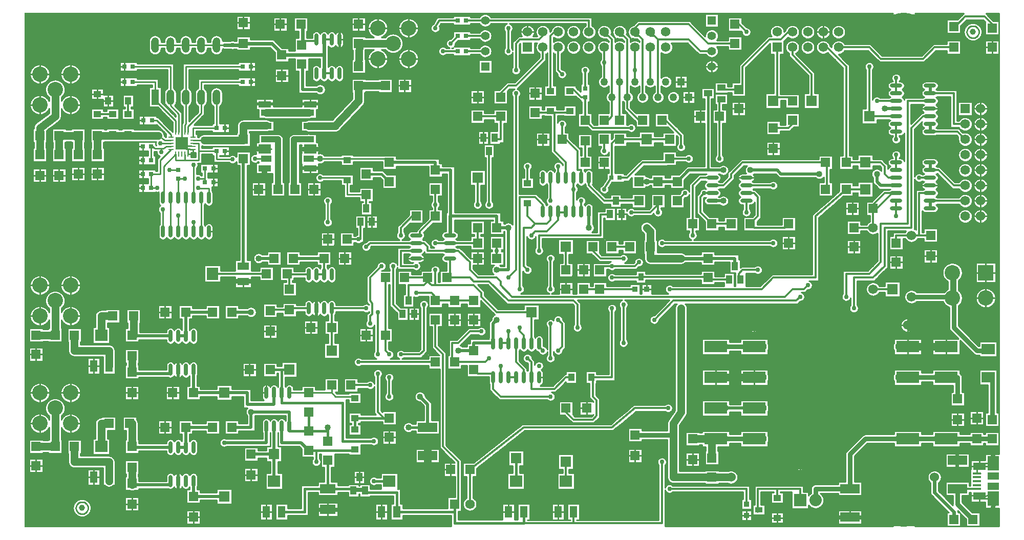
<source format=gtl>
*%FSLAX24Y24*%
*%MOIN*%
G01*
%ADD11C,0.0000*%
%ADD12C,0.0050*%
%ADD13C,0.0060*%
%ADD14C,0.0070*%
%ADD15C,0.0073*%
%ADD16C,0.0079*%
%ADD17C,0.0080*%
%ADD18C,0.0098*%
%ADD19C,0.0100*%
%ADD20C,0.0120*%
%ADD21C,0.0160*%
%ADD22C,0.0200*%
%ADD23C,0.0200*%
%ADD24C,0.0240*%
%ADD25O,0.0240X0.0800*%
%ADD26O,0.0280X0.0840*%
%ADD27C,0.0300*%
%ADD28C,0.0300*%
%ADD29C,0.0320*%
%ADD30C,0.0340*%
%ADD31C,0.0360*%
%ADD32C,0.0380*%
%ADD33C,0.0394*%
%ADD34C,0.0400*%
%ADD35C,0.0400*%
%ADD36C,0.0430*%
%ADD37C,0.0434*%
%ADD38C,0.0440*%
%ADD39C,0.0500*%
%ADD40C,0.0500*%
%ADD41O,0.0500X0.1000*%
%ADD42C,0.0520*%
%ADD43C,0.0540*%
%ADD44O,0.0540X0.1040*%
%ADD45C,0.0560*%
%ADD46C,0.0580*%
%ADD47C,0.0600*%
%ADD48C,0.0620*%
%ADD49C,0.0630*%
%ADD50C,0.0640*%
%ADD51C,0.0650*%
%ADD52C,0.0660*%
%ADD53C,0.0670*%
%ADD54C,0.0760*%
%ADD55O,0.0800X0.0240*%
%ADD56C,0.0800*%
%ADD57C,0.0827*%
%ADD58O,0.0840X0.0280*%
%ADD59C,0.0840*%
%ADD60C,0.0850*%
%ADD61C,0.0870*%
%ADD62C,0.1000*%
%ADD63C,0.1040*%
%ADD64C,0.1516*%
%ADD65C,0.2500*%
%ADD66C,0.2500*%
%ADD67R,0.0100X0.0100*%
%ADD68R,0.0100X0.0320*%
%ADD69R,0.0140X0.0360*%
%ADD70R,0.0200X0.0200*%
%ADD71R,0.0300X0.0300*%
%ADD72R,0.0300X0.0300*%
%ADD73R,0.0320X0.0100*%
%ADD74R,0.0340X0.0340*%
%ADD75R,0.0350X0.0550*%
%ADD76R,0.0360X0.0140*%
%ADD77R,0.0360X0.0360*%
%ADD78R,0.0360X0.0500*%
%ADD79R,0.0394X0.0551*%
%ADD80R,0.0394X0.1102*%
%ADD81R,0.0400X0.0400*%
%ADD82R,0.0400X0.0500*%
%ADD83R,0.0400X0.0540*%
%ADD84R,0.0400X0.0750*%
%ADD85R,0.0434X0.0591*%
%ADD86R,0.0440X0.0540*%
%ADD87R,0.0500X0.0360*%
%ADD88R,0.0500X0.0400*%
%ADD89R,0.0500X0.0500*%
%ADD90R,0.0500X0.0500*%
%ADD91R,0.0500X0.0750*%
%ADD92R,0.0500X0.1000*%
%ADD93R,0.0532X0.0177*%
%ADD94R,0.0540X0.0400*%
%ADD95R,0.0540X0.0440*%
%ADD96R,0.0540X0.0540*%
%ADD97R,0.0540X0.0790*%
%ADD98R,0.0540X0.1040*%
%ADD99R,0.0550X0.0350*%
%ADD100R,0.0551X0.0394*%
%ADD101R,0.0560X0.0560*%
%ADD102R,0.0572X0.0217*%
%ADD103R,0.0591X0.0434*%
%ADD104R,0.0600X0.0600*%
%ADD105R,0.0620X0.0620*%
%ADD106R,0.0640X0.0640*%
%ADD107R,0.0650X0.0300*%
%ADD108R,0.0660X0.0660*%
%ADD109R,0.0700X0.0300*%
%ADD110R,0.0700X0.0340*%
%ADD111R,0.0700X0.0350*%
%ADD112R,0.0700X0.0700*%
%ADD113R,0.0700X0.0700*%
%ADD114R,0.0709X0.0394*%
%ADD115R,0.0740X0.0740*%
%ADD116R,0.0748X0.0465*%
%ADD117R,0.0748X0.0937*%
%ADD118R,0.0749X0.0434*%
%ADD119R,0.0750X0.0300*%
%ADD120R,0.0750X0.0400*%
%ADD121R,0.0750X0.0500*%
%ADD122R,0.0750X0.0550*%
%ADD123R,0.0750X0.0800*%
%ADD124R,0.0788X0.0505*%
%ADD125R,0.0788X0.0977*%
%ADD126R,0.0790X0.0540*%
%ADD127R,0.0790X0.0840*%
%ADD128R,0.0800X0.0350*%
%ADD129R,0.0800X0.0550*%
%ADD130R,0.0800X0.0750*%
%ADD131R,0.0800X0.0800*%
%ADD132R,0.0827X0.0394*%
%ADD133R,0.0827X0.0512*%
%ADD134R,0.0827X0.0591*%
%ADD135R,0.0840X0.0790*%
%ADD136R,0.0840X0.0840*%
%ADD137R,0.0850X0.0700*%
%ADD138R,0.0867X0.0434*%
%ADD139R,0.0867X0.0552*%
%ADD140R,0.0867X0.0631*%
%ADD141R,0.0890X0.0740*%
%ADD142R,0.0900X0.0900*%
%ADD143R,0.0960X0.0540*%
%ADD144R,0.1000X0.0600*%
%ADD145R,0.1000X0.1000*%
%ADD146R,0.1000X0.1000*%
%ADD147R,0.1040X0.0640*%
%ADD148R,0.1040X0.1040*%
%ADD149R,0.1100X0.1100*%
%ADD150R,0.1200X0.0500*%
%ADD151R,0.1200X0.1200*%
%ADD152R,0.1250X0.0600*%
%ADD153R,0.1290X0.0640*%
%ADD154R,0.1300X0.0650*%
%ADD155R,0.1300X0.0700*%
%ADD156R,0.1350X0.0600*%
%ADD157R,0.1350X0.0650*%
%ADD158R,0.1400X0.0650*%
%ADD159R,0.1400X0.0700*%
%ADD160R,0.1417X0.0551*%
%ADD161R,0.1500X0.0750*%
%ADD162R,0.1500X0.1500*%
%ADD163R,0.1540X0.0790*%
%ADD164R,0.1600X0.0150*%
%ADD165R,0.2500X0.2500*%
D18*
X88024Y64000D02*
X88022Y63967D01*
X88018Y63934D01*
X88011Y63902D01*
X88002Y63871D01*
X87990Y63840D01*
X87975Y63810D01*
X87958Y63782D01*
X87939Y63755D01*
X87917Y63730D01*
X87893Y63707D01*
X87868Y63686D01*
X87841Y63668D01*
X87812Y63651D01*
X87783Y63637D01*
X87752Y63626D01*
X87720Y63617D01*
X87688Y63611D01*
X87655Y63607D01*
X87622Y63606D01*
X87589Y63608D01*
X87556Y63613D01*
X87524Y63621D01*
X87493Y63631D01*
X87462Y63644D01*
X87433Y63659D01*
X87405Y63677D01*
X87379Y63697D01*
X87355Y63719D01*
X87332Y63743D01*
X87311Y63769D01*
X87293Y63796D01*
X87277Y63825D01*
X87264Y63855D01*
X87253Y63886D01*
X87245Y63918D01*
X87239Y63951D01*
X87237Y63984D01*
Y64016D01*
X87239Y64049D01*
X87245Y64082D01*
X87253Y64114D01*
X87264Y64145D01*
X87277Y64175D01*
X87293Y64204D01*
X87311Y64231D01*
X87332Y64257D01*
X87355Y64281D01*
X87379Y64303D01*
X87405Y64323D01*
X87433Y64341D01*
X87462Y64356D01*
X87493Y64369D01*
X87524Y64379D01*
X87556Y64387D01*
X87589Y64392D01*
X87622Y64394D01*
X87655Y64393D01*
X87688Y64389D01*
X87720Y64383D01*
X87752Y64374D01*
X87783Y64363D01*
X87812Y64349D01*
X87841Y64332D01*
X87868Y64314D01*
X87893Y64293D01*
X87917Y64270D01*
X87939Y64245D01*
X87958Y64218D01*
X87975Y64190D01*
X87990Y64160D01*
X88002Y64129D01*
X88011Y64098D01*
X88018Y64066D01*
X88022Y64033D01*
X88024Y64000D01*
X30024Y33000D02*
X30022Y32967D01*
X30018Y32934D01*
X30011Y32902D01*
X30002Y32871D01*
X29990Y32840D01*
X29975Y32810D01*
X29958Y32782D01*
X29939Y32755D01*
X29917Y32730D01*
X29893Y32707D01*
X29868Y32686D01*
X29841Y32668D01*
X29812Y32651D01*
X29783Y32637D01*
X29752Y32626D01*
X29720Y32617D01*
X29688Y32611D01*
X29655Y32607D01*
X29622Y32606D01*
X29589Y32608D01*
X29556Y32613D01*
X29524Y32621D01*
X29493Y32631D01*
X29462Y32644D01*
X29433Y32659D01*
X29405Y32677D01*
X29379Y32697D01*
X29355Y32719D01*
X29332Y32743D01*
X29311Y32769D01*
X29293Y32796D01*
X29277Y32825D01*
X29264Y32855D01*
X29253Y32886D01*
X29245Y32918D01*
X29239Y32951D01*
X29237Y32984D01*
Y33016D01*
X29239Y33049D01*
X29245Y33082D01*
X29253Y33114D01*
X29264Y33145D01*
X29277Y33175D01*
X29293Y33204D01*
X29311Y33231D01*
X29332Y33257D01*
X29355Y33281D01*
X29379Y33303D01*
X29405Y33323D01*
X29433Y33341D01*
X29462Y33356D01*
X29493Y33369D01*
X29524Y33379D01*
X29556Y33387D01*
X29589Y33392D01*
X29622Y33394D01*
X29655Y33393D01*
X29688Y33389D01*
X29720Y33383D01*
X29752Y33374D01*
X29783Y33363D01*
X29812Y33349D01*
X29841Y33332D01*
X29868Y33314D01*
X29893Y33293D01*
X29917Y33270D01*
X29939Y33245D01*
X29958Y33218D01*
X29975Y33190D01*
X29990Y33160D01*
X30002Y33129D01*
X30011Y33098D01*
X30018Y33066D01*
X30022Y33033D01*
X30024Y33000D01*
D19*
X88043Y35719D02*
X89130Y35700D01*
X57380Y37731D02*
X56131Y36750D01*
X46530Y57742D02*
X47922Y59226D01*
X47230Y59658D02*
X45934Y58276D01*
X35730Y58200D02*
X34380Y59550D01*
X26030Y63134D02*
Y44700D01*
Y43800D01*
Y43450D01*
Y42550D01*
Y37450D01*
Y36550D01*
Y36200D01*
Y35300D01*
Y33866D01*
X26130Y44700D02*
Y63020D01*
Y44700D02*
Y43800D01*
Y43450D01*
Y42550D01*
Y37450D01*
Y36550D01*
Y36200D01*
Y35300D01*
Y33980D01*
X26230Y61250D02*
Y62928D01*
Y61250D02*
Y59250D01*
Y47500D01*
Y45500D01*
Y44700D01*
Y43800D02*
Y43450D01*
Y42550D02*
Y40500D01*
Y38500D01*
Y37450D01*
Y36550D02*
Y36200D01*
Y35300D02*
Y34072D01*
X26330Y61596D02*
Y62851D01*
Y60904D02*
Y59596D01*
Y58904D02*
Y57700D01*
Y56800D01*
Y56450D01*
Y55550D01*
Y55100D01*
Y54200D01*
Y47846D01*
Y47154D02*
Y45846D01*
Y45154D02*
Y44700D01*
Y43800D02*
Y43450D01*
Y42550D02*
Y40846D01*
Y40154D02*
Y38846D01*
Y38154D02*
Y37450D01*
Y36550D02*
Y36200D01*
Y35300D02*
Y34149D01*
X25930Y33721D02*
Y63279D01*
X26180Y44700D02*
Y43800D01*
Y43450D02*
Y42550D01*
Y37450D02*
Y36550D01*
Y36200D02*
Y35300D01*
X26430Y61719D02*
Y62788D01*
Y60781D02*
Y59719D01*
Y58781D02*
Y57700D01*
Y56800D02*
Y56450D01*
Y55550D02*
Y55100D01*
Y54200D02*
Y47969D01*
Y47031D02*
Y45969D01*
Y45031D02*
Y44700D01*
Y43800D02*
Y43450D01*
Y42550D02*
Y40969D01*
Y40031D02*
Y38969D01*
Y38031D02*
Y37450D01*
Y36550D02*
Y36200D01*
Y35300D02*
Y34212D01*
X26530Y61798D02*
Y62735D01*
Y60702D02*
Y59798D01*
Y58702D02*
Y57944D01*
Y55550D02*
Y55100D01*
Y54200D02*
Y48048D01*
Y46952D02*
Y46048D01*
Y44952D02*
Y44700D01*
Y43800D02*
Y43450D01*
Y42550D02*
Y41048D01*
Y39952D02*
Y39048D01*
Y37952D02*
Y37450D01*
Y36550D02*
Y36200D01*
Y35300D02*
Y34265D01*
X26630Y61850D02*
Y62692D01*
Y60650D02*
Y59850D01*
Y58650D02*
Y58062D01*
Y55550D02*
Y55100D01*
Y54200D02*
Y48100D01*
Y46900D02*
Y46100D01*
Y44900D02*
Y44700D01*
Y43800D02*
Y43450D01*
Y42550D02*
Y41100D01*
Y39900D02*
Y39100D01*
Y37900D02*
Y37450D01*
Y36550D02*
Y36200D01*
Y35300D02*
Y34308D01*
X26730Y61882D02*
Y62658D01*
Y60618D02*
Y59882D01*
Y58618D02*
Y58138D01*
Y55550D02*
Y55100D01*
Y54200D02*
Y48132D01*
Y46868D02*
Y46132D01*
Y44868D02*
Y44700D01*
Y43800D02*
Y43450D01*
Y42550D02*
Y41132D01*
Y39868D02*
Y39132D01*
Y37868D02*
Y37450D01*
Y36550D02*
Y36200D01*
Y35300D02*
Y34342D01*
X26830Y61898D02*
Y62633D01*
Y60602D02*
Y59898D01*
Y58602D02*
Y58212D01*
Y55550D02*
Y55100D01*
Y54200D02*
Y48148D01*
Y46852D02*
Y46148D01*
Y44852D02*
Y44700D01*
Y43800D02*
Y43450D01*
Y42550D02*
Y41148D01*
Y39852D02*
Y39148D01*
Y37852D02*
Y37450D01*
Y36550D02*
Y36200D01*
Y35300D02*
Y34367D01*
X26930Y61898D02*
Y62614D01*
Y60602D02*
Y59898D01*
Y58602D02*
Y58288D01*
Y55550D02*
Y55100D01*
Y54200D02*
Y48148D01*
Y46852D02*
Y46148D01*
Y44852D02*
Y44700D01*
Y43800D02*
Y43450D01*
Y42550D02*
Y41148D01*
Y39852D02*
Y39148D01*
Y37852D02*
Y37450D01*
Y36550D02*
Y36200D01*
Y35300D02*
Y34386D01*
X27030Y61882D02*
Y62604D01*
Y60618D02*
Y59882D01*
Y58618D02*
Y58362D01*
Y55550D02*
Y55100D01*
Y54200D02*
Y48132D01*
Y46868D02*
Y46132D01*
Y44868D02*
Y44700D01*
Y43800D02*
Y43450D01*
Y42550D02*
Y41132D01*
Y39868D02*
Y39132D01*
Y37868D02*
Y37450D01*
Y36550D02*
Y36200D01*
Y35300D02*
Y34396D01*
X27130Y61850D02*
Y62600D01*
Y60650D02*
Y59850D01*
Y58650D02*
Y58438D01*
Y55550D02*
Y55100D01*
Y54200D02*
Y48100D01*
Y46900D02*
Y46100D01*
Y44900D02*
Y44700D01*
Y43800D02*
Y43450D01*
Y42550D01*
Y41100D01*
Y39900D02*
Y39100D01*
Y37900D02*
Y37450D01*
Y36550D02*
Y36200D01*
Y35300D01*
Y34400D01*
X27230Y61798D02*
Y62604D01*
Y60702D02*
Y60250D01*
Y59798D01*
Y58702D02*
Y58512D01*
Y55550D02*
Y55100D01*
Y54200D02*
Y48048D01*
Y46952D02*
Y46500D01*
Y46048D01*
Y44952D02*
Y44650D01*
Y43850D02*
Y41048D01*
Y39952D02*
Y39500D01*
Y39048D01*
Y37952D02*
Y37400D01*
Y36600D02*
Y34396D01*
X27330Y61719D02*
Y62614D01*
Y60781D02*
Y60596D01*
Y59904D02*
Y59719D01*
Y58781D02*
Y58588D01*
Y56800D02*
Y56450D01*
Y55550D02*
Y55100D01*
Y54200D02*
Y47969D01*
Y47031D02*
Y46846D01*
Y46154D02*
Y45969D01*
Y45031D02*
Y44700D01*
Y43800D02*
Y40969D01*
Y40031D02*
Y39846D01*
Y39154D02*
Y38969D01*
Y38031D02*
Y37450D01*
Y36550D02*
Y34386D01*
X27430Y61596D02*
Y62633D01*
Y60904D02*
Y60719D01*
Y59781D02*
Y59596D01*
Y58904D02*
Y58662D01*
Y57662D02*
Y56800D01*
Y56450D01*
Y55550D01*
Y55100D01*
Y54200D01*
Y47846D01*
Y47154D02*
Y46969D01*
Y46031D02*
Y45846D01*
Y45154D02*
Y44700D01*
Y43800D02*
Y40846D01*
Y40154D02*
Y39969D01*
Y39031D02*
Y38846D01*
Y38154D02*
Y37450D01*
Y36550D02*
Y34367D01*
X27530Y61250D02*
Y62658D01*
Y61250D02*
Y60798D01*
Y57700D02*
Y56800D01*
Y56450D01*
Y55550D01*
Y55100D01*
Y54200D01*
Y47500D01*
Y47048D01*
Y43800D02*
Y40500D01*
Y40048D01*
Y36550D02*
Y34342D01*
X27630Y60850D02*
Y62692D01*
Y57812D02*
Y57700D01*
Y56800D01*
Y56450D01*
Y55550D01*
Y55100D01*
Y54200D01*
Y47100D01*
Y43800D02*
Y40100D01*
Y36550D02*
Y34308D01*
X27730Y60882D02*
Y62735D01*
Y57888D02*
Y57700D01*
Y55550D02*
Y55100D01*
Y54200D02*
Y47132D01*
Y43800D02*
Y40132D01*
Y36550D02*
Y34265D01*
X27830Y60898D02*
Y62788D01*
Y57962D02*
Y57700D01*
Y55550D02*
Y55100D01*
Y54200D02*
Y47148D01*
Y43800D02*
Y40148D01*
Y36550D02*
Y34212D01*
X27930Y60898D02*
Y62851D01*
Y58038D02*
Y57700D01*
Y55550D02*
Y55100D01*
Y54200D02*
Y47148D01*
Y43800D02*
Y40148D01*
Y36550D02*
Y34149D01*
X28030Y65072D02*
Y65200D01*
Y62928D02*
Y60882D01*
Y58112D02*
Y57700D01*
Y55550D02*
Y55100D01*
Y54200D02*
Y47132D01*
Y43800D02*
Y40132D01*
Y36550D02*
Y34072D01*
Y31928D02*
Y31800D01*
X28130Y64980D02*
Y65200D01*
Y63020D02*
Y60850D01*
Y58188D02*
Y57700D01*
Y55550D02*
Y55100D01*
Y54200D02*
Y47100D01*
Y43800D02*
Y40100D01*
Y36550D02*
Y33980D01*
Y32020D02*
Y31800D01*
X28230Y64866D02*
Y65200D01*
Y63134D02*
Y61250D01*
Y60798D01*
Y58306D02*
Y57700D01*
Y55550D02*
Y55100D01*
Y54200D02*
Y47500D01*
Y47048D01*
Y43800D02*
Y40500D01*
Y40048D01*
Y36550D02*
Y33866D01*
Y32134D02*
Y31800D01*
X28280Y38750D02*
Y38988D01*
Y38250D02*
Y37450D01*
X27480Y38750D02*
Y38988D01*
Y38250D02*
Y37450D01*
X28280Y45750D02*
Y45988D01*
Y45250D02*
Y44700D01*
X27480Y45750D02*
Y45988D01*
Y45250D02*
Y44700D01*
X27280Y56450D02*
Y56800D01*
X26480D02*
Y56450D01*
X27730D02*
Y56800D01*
X26480Y57750D02*
Y57750D01*
Y57750D02*
Y57700D01*
X28280Y59500D02*
Y59738D01*
Y59000D02*
Y58500D01*
X27480Y59500D02*
Y59738D01*
Y59000D02*
Y58700D01*
X27330Y55100D02*
Y54200D01*
X26430D02*
Y55100D01*
X27330Y55550D02*
Y56450D01*
X26430D02*
Y55550D01*
X27330Y56800D02*
Y57588D01*
X26430Y57700D02*
Y56800D01*
X27680D02*
Y57700D01*
Y55100D02*
Y54200D01*
Y55550D02*
Y56450D01*
X27430Y44700D02*
Y44650D01*
Y43850D02*
Y43800D01*
Y37450D02*
Y37400D01*
Y36600D02*
Y36550D01*
X27080Y44650D02*
Y44700D01*
Y43850D02*
Y43800D01*
Y43450D02*
Y42550D01*
Y37450D02*
Y37400D01*
Y36600D02*
Y36550D01*
Y36200D02*
Y35300D01*
X27130Y34400D02*
Y33000D01*
X26630Y35300D02*
Y35750D01*
Y36200D01*
Y42550D02*
Y43000D01*
Y43450D01*
X26880Y40500D02*
Y39850D01*
Y40500D02*
Y41150D01*
Y38500D02*
Y37850D01*
Y38500D02*
Y39150D01*
Y46850D02*
Y47500D01*
Y48150D01*
Y45500D02*
Y44850D01*
Y45500D02*
Y46150D01*
X28130Y54200D02*
Y54650D01*
Y55100D01*
X27130Y62600D02*
Y64000D01*
X26880Y54650D02*
Y54200D01*
Y54650D02*
Y55100D01*
Y60600D02*
Y61250D01*
Y61900D01*
Y59250D02*
Y58600D01*
Y59250D02*
Y59900D01*
X28120Y58180D02*
X27680Y57850D01*
X27480Y57700D01*
X27413Y57650D01*
X27330Y57588D01*
X26640Y58070D02*
X27480Y58700D01*
X28330Y64721D02*
Y65200D01*
Y63279D02*
Y61596D01*
Y60904D02*
Y60719D01*
Y59781D02*
Y59596D01*
Y58904D02*
Y57700D01*
Y55550D02*
Y55100D01*
Y54200D02*
Y47846D01*
Y47154D02*
Y46969D01*
Y46031D02*
Y45846D01*
Y45154D02*
Y44700D01*
Y43800D02*
Y40846D01*
Y40154D02*
Y39969D01*
Y39031D02*
Y38846D01*
Y38154D02*
Y37450D01*
Y36550D02*
Y33721D01*
Y32279D02*
Y31800D01*
X28430Y64520D02*
Y65200D01*
Y63480D02*
Y61719D01*
Y60781D02*
Y60596D01*
Y59904D02*
Y59719D01*
Y58781D02*
Y57700D01*
Y55550D02*
Y55100D01*
Y54200D02*
Y47969D01*
Y47031D02*
Y46846D01*
Y46154D02*
Y45969D01*
Y45031D02*
Y44700D01*
Y43800D01*
Y40969D01*
Y40031D02*
Y39846D01*
Y39154D02*
Y38969D01*
Y38031D02*
Y37450D01*
Y36550D01*
Y33520D01*
Y32480D02*
Y31800D01*
X28530Y64000D02*
Y65200D01*
Y64000D02*
Y61798D01*
Y60702D02*
Y60250D01*
Y59798D01*
Y58702D02*
Y57700D01*
Y55550D02*
Y55100D01*
Y54200D02*
Y48048D01*
Y46952D02*
Y46500D01*
Y46048D01*
Y44952D02*
Y44700D01*
Y43800D01*
Y41048D01*
Y39952D02*
Y39500D01*
Y39048D01*
Y37952D02*
Y37450D01*
Y36550D01*
Y33000D01*
Y31800D01*
X28630Y61850D02*
Y65200D01*
Y60650D02*
Y59850D01*
Y58650D02*
Y57700D01*
Y56800D02*
Y56450D01*
Y55550D01*
Y55100D01*
Y54200D01*
Y48100D01*
Y46900D02*
Y46100D01*
Y44900D02*
Y44700D01*
Y43800D01*
Y41100D01*
Y39900D02*
Y39100D01*
Y37900D02*
Y37450D01*
Y36550D01*
Y31800D01*
X28730Y61882D02*
Y65200D01*
Y60618D02*
Y59882D01*
Y58618D02*
Y57650D01*
Y56850D02*
Y48132D01*
Y46868D02*
Y46132D01*
Y44868D02*
Y44700D01*
Y43800D02*
Y43250D01*
Y41132D01*
Y39868D02*
Y39132D01*
Y37868D02*
Y37450D01*
Y36550D02*
Y36000D01*
Y31800D01*
X28830Y61898D02*
Y65200D01*
Y60602D02*
Y59898D01*
Y58602D02*
Y57700D01*
Y56800D02*
Y56450D01*
Y55550D01*
Y55200D01*
Y54300D01*
Y48148D01*
Y46852D02*
Y46148D01*
Y44852D02*
Y44700D01*
Y42985D02*
Y41148D01*
Y39852D02*
Y39148D01*
Y37852D02*
Y37450D01*
Y35735D02*
Y31800D01*
X28930Y61898D02*
Y65200D01*
Y60602D02*
Y59898D01*
Y58602D02*
Y57700D01*
Y56800D02*
Y56450D01*
Y55550D02*
Y55200D01*
Y54300D02*
Y48148D01*
Y46852D02*
Y46148D01*
Y44852D02*
Y44700D01*
Y42904D02*
Y41148D01*
Y39852D02*
Y39148D01*
Y37852D02*
Y37450D01*
Y35654D02*
Y31800D01*
X29030Y61882D02*
Y65200D01*
Y60618D02*
Y59882D01*
Y58618D02*
Y57700D01*
Y55550D02*
Y55200D01*
Y54300D02*
Y48132D01*
Y46868D02*
Y46132D01*
Y44868D02*
Y44700D01*
Y42850D02*
Y41132D01*
Y39868D02*
Y39132D01*
Y37868D02*
Y37450D01*
Y35600D02*
Y31800D01*
X29130Y61850D02*
Y65200D01*
Y60650D02*
Y59850D01*
Y58650D02*
Y57700D01*
Y55550D02*
Y55200D01*
Y54300D02*
Y48100D01*
Y46900D02*
Y46100D01*
Y44900D02*
Y44700D01*
Y42850D02*
Y41100D01*
Y39900D02*
Y39100D01*
Y37900D02*
Y37450D01*
Y35600D02*
Y33319D01*
Y32681D02*
Y31800D01*
X29230Y61798D02*
Y65200D01*
Y60702D02*
Y59798D01*
Y58702D02*
Y57700D01*
Y55550D02*
Y55200D01*
Y54300D02*
Y48048D01*
Y46952D02*
Y46048D01*
Y44952D02*
Y44700D01*
Y42850D02*
Y41048D01*
Y39952D02*
Y39048D01*
Y37952D02*
Y37450D01*
Y35600D02*
Y33438D01*
Y32562D02*
Y31800D01*
X29330Y61719D02*
Y65200D01*
Y60781D02*
Y59719D01*
Y58781D02*
Y57700D01*
Y55550D02*
Y55200D01*
Y54300D02*
Y47969D01*
Y47031D02*
Y45969D01*
Y45031D02*
Y44700D01*
Y42850D02*
Y40969D01*
Y40031D02*
Y38969D01*
Y38031D02*
Y37450D01*
Y35600D02*
Y33511D01*
Y32489D02*
Y31800D01*
X29430Y61596D02*
Y65200D01*
Y60904D02*
Y59596D01*
Y58904D02*
Y57700D01*
Y55550D02*
Y55200D01*
Y54300D02*
Y47846D01*
Y47154D02*
Y45846D01*
Y45154D02*
Y44700D01*
Y42850D02*
Y40846D01*
Y40154D02*
Y38846D01*
Y38154D02*
Y37450D01*
Y35600D02*
Y33558D01*
Y32442D02*
Y31800D01*
X29530Y61250D02*
Y65200D01*
Y61250D02*
Y59250D01*
Y57700D01*
Y55550D02*
Y55200D01*
Y54300D02*
Y47500D01*
Y45500D01*
Y44700D01*
Y42850D02*
Y40500D01*
Y38500D01*
Y37450D01*
Y35600D02*
Y33584D01*
Y32416D02*
Y31800D01*
X29630Y57700D02*
Y65200D01*
Y55550D02*
Y55200D01*
Y54300D02*
Y44700D01*
Y43800D01*
Y43650D01*
Y42850D02*
Y37450D01*
Y36550D01*
Y36400D01*
Y35600D02*
Y33593D01*
Y32407D02*
Y31800D01*
X29730Y57700D02*
Y65200D01*
Y55550D02*
Y55200D01*
Y54300D02*
Y43650D01*
Y42850D02*
Y36400D01*
Y35600D02*
Y33584D01*
Y32416D02*
Y31800D01*
X29830Y57700D02*
Y65200D01*
Y56800D02*
Y56450D01*
Y55550D02*
Y55200D01*
Y54300D02*
Y43650D01*
Y42775D02*
Y41725D01*
Y36400D01*
Y35525D02*
Y34475D01*
Y33558D01*
Y32442D02*
Y31800D01*
X29930Y57700D02*
Y65200D01*
Y57700D02*
Y56800D01*
Y56450D01*
Y55550D01*
Y55200D01*
Y54300D01*
Y43650D01*
Y42775D02*
Y41725D01*
Y36400D01*
Y35525D02*
Y34475D01*
Y33511D01*
Y32489D02*
Y31800D01*
X30030Y57700D02*
Y65200D01*
Y57700D02*
Y56800D01*
Y56450D01*
Y55550D01*
Y55200D01*
Y54300D01*
Y43650D01*
Y41725D02*
Y36400D01*
Y34475D02*
Y33438D01*
Y32562D02*
Y31800D01*
X30130Y60300D02*
Y65200D01*
Y60300D02*
Y59600D01*
Y59000D01*
Y58300D01*
Y57700D01*
Y56800D01*
Y56450D01*
Y55550D01*
Y55200D01*
Y54300D01*
Y43650D01*
Y41725D02*
Y36400D01*
Y34475D02*
Y33319D01*
Y32681D02*
Y31800D01*
X30230Y60300D02*
Y65200D01*
Y59600D02*
Y59000D01*
Y58300D02*
Y57700D01*
Y55550D02*
Y55200D01*
Y54300D02*
Y44775D01*
Y43725D01*
Y41725D02*
Y37525D01*
Y36475D01*
Y34475D02*
Y31800D01*
X28530Y56450D02*
Y56800D01*
X29530Y36550D02*
Y36400D01*
X28730Y36550D02*
Y36000D01*
Y36000D01*
X29530Y43650D02*
Y43800D01*
X28730D02*
Y43250D01*
Y43250D01*
X29780Y56450D02*
Y56800D01*
X28980D02*
Y56450D01*
X30230D02*
Y56800D01*
Y58300D02*
Y59000D01*
Y59600D02*
Y60300D01*
X28580Y57700D02*
Y57650D01*
Y56850D02*
Y56800D01*
Y55100D02*
Y54200D01*
Y55550D02*
Y56450D01*
X30180Y56800D02*
Y57700D01*
X29830D02*
Y56800D01*
X28930Y57650D02*
Y57700D01*
Y56850D02*
Y56800D01*
X29830Y56450D02*
Y55550D01*
X28930D02*
Y56450D01*
X29830Y55200D02*
Y54300D01*
X28930D02*
Y55200D01*
X30180Y55550D02*
Y56450D01*
Y55200D02*
Y54300D01*
X29980Y42775D02*
Y41725D01*
Y35525D02*
Y34475D01*
X29580Y43800D02*
Y44700D01*
X28680D02*
Y43800D01*
X28330D02*
Y44700D01*
X29580Y37450D02*
Y36550D01*
X28680D02*
Y37450D01*
X28330D02*
Y36550D01*
X28880Y37850D02*
Y38500D01*
Y39150D01*
Y39850D02*
Y40500D01*
Y41150D01*
Y44850D02*
Y45500D01*
Y46150D01*
Y46850D02*
Y47500D01*
Y48150D01*
X29380Y54300D02*
Y54750D01*
Y55200D01*
X28880Y58600D02*
Y59250D01*
Y59900D01*
Y60600D02*
Y61250D01*
Y61900D01*
X30330Y60300D02*
Y65200D01*
Y59600D02*
Y59000D01*
Y58300D02*
Y57700D01*
Y55550D02*
Y55200D01*
Y54300D02*
Y44775D01*
Y41725D02*
Y37525D01*
Y34475D02*
Y31800D01*
X30430Y60300D02*
Y65200D01*
Y59600D02*
Y59000D01*
Y58300D02*
Y57700D01*
Y55550D02*
Y55200D01*
Y54300D02*
Y44775D01*
Y41725D02*
Y37525D01*
Y34475D02*
Y31800D01*
X30530Y60300D02*
Y65200D01*
Y59600D02*
Y59000D01*
Y58300D02*
Y57700D01*
Y55550D02*
Y55200D01*
Y54300D02*
Y45694D01*
Y41725D02*
Y38694D01*
Y34475D02*
Y31800D01*
X30630Y60300D02*
Y65200D01*
Y59600D02*
Y59000D01*
Y58300D02*
Y57700D01*
Y55550D02*
Y55200D01*
Y54300D02*
Y45812D01*
Y41725D02*
Y38812D01*
Y34475D02*
Y31800D01*
X30730Y60300D02*
Y65200D01*
Y59600D02*
Y59000D01*
Y58300D02*
Y57700D01*
Y55550D02*
Y55200D01*
Y54300D02*
Y45900D01*
Y41725D02*
Y38900D01*
Y34475D02*
Y31800D01*
X30830Y60300D02*
Y65200D01*
Y59600D02*
Y59100D01*
Y59000D01*
Y58300D02*
Y57700D01*
Y55550D02*
Y55200D01*
Y54300D02*
Y45900D01*
Y42775D02*
Y41725D01*
Y38950D01*
Y35525D02*
Y34475D01*
Y31800D01*
X30930Y60300D02*
Y65200D01*
Y59600D02*
Y59100D01*
Y59000D01*
Y58300D02*
Y57700D01*
Y55550D02*
Y55200D01*
Y54300D02*
Y45900D01*
Y42775D02*
Y41725D01*
Y38950D01*
Y35525D02*
Y34475D01*
Y31800D01*
X31030Y60300D02*
Y65200D01*
Y59100D02*
Y59000D01*
Y58300D02*
Y57700D01*
Y55550D02*
Y55200D01*
Y54300D02*
Y45950D01*
Y41725D02*
Y38950D01*
Y34475D02*
Y31800D01*
X31130Y60300D02*
Y65200D01*
Y60300D02*
Y59900D01*
Y59100D02*
Y59000D01*
Y58860D01*
Y58440D02*
Y58300D01*
Y57700D01*
Y56800D02*
Y56450D01*
Y55550D01*
Y55200D01*
Y54300D01*
Y45950D01*
Y41725D02*
Y38950D01*
Y34438D02*
Y31800D01*
X31230Y59900D02*
Y65200D01*
Y59100D02*
Y59000D01*
Y58300D02*
Y57700D01*
Y56850D02*
Y45950D01*
Y41725D02*
Y38950D01*
Y34379D02*
Y31800D01*
X31330Y59900D02*
Y65200D01*
Y59100D02*
Y59000D01*
Y58300D02*
Y57700D01*
Y56850D02*
Y45950D01*
Y45050D02*
Y44775D01*
Y41725D02*
Y38950D01*
Y38050D02*
Y37525D01*
Y34353D02*
Y31800D01*
X31430Y59900D02*
Y65200D01*
Y59100D02*
Y59000D01*
Y58300D02*
Y57700D01*
Y56850D02*
Y45950D01*
Y45050D02*
Y44775D01*
Y41725D02*
Y38950D01*
Y38050D02*
Y37525D01*
Y34353D02*
Y31800D01*
X31530Y59900D02*
Y65200D01*
Y59100D02*
Y59000D01*
Y58300D02*
Y57700D01*
Y56850D02*
Y45950D01*
Y45050D02*
Y44775D01*
Y43725D01*
Y43621D01*
Y41725D02*
Y38950D01*
Y38050D02*
Y37525D01*
Y36475D01*
Y36371D01*
Y34379D02*
Y31800D01*
X31630Y59900D02*
Y65200D01*
Y59100D02*
Y59000D01*
Y58300D02*
Y57700D01*
Y56850D02*
Y45950D01*
Y45050D02*
Y43562D01*
Y41725D02*
Y38950D01*
Y38050D02*
Y36312D01*
Y34438D02*
Y31800D01*
X31730Y59900D02*
Y65200D01*
Y59900D02*
Y59100D01*
Y59000D01*
Y58300D02*
Y57700D01*
Y56850D02*
Y45950D01*
Y45050D02*
Y43444D01*
Y41725D02*
Y38950D01*
Y38050D02*
Y36194D01*
Y34475D02*
Y31800D01*
X31830Y59000D02*
Y65200D01*
Y58300D02*
Y57700D01*
Y56850D02*
Y45950D01*
Y45050D02*
Y42775D01*
Y41725D01*
Y38950D01*
Y38050D02*
Y35525D01*
Y34475D01*
Y31800D01*
X31930Y62050D02*
Y65200D01*
Y62050D02*
Y61450D01*
Y61050D01*
Y60450D01*
Y59000D01*
Y58300D02*
Y57700D01*
Y56850D02*
Y45950D01*
Y45050D02*
Y38950D01*
Y38050D01*
Y31800D01*
X32030Y62050D02*
Y65200D01*
Y62050D02*
Y61450D01*
Y61050D01*
Y60450D01*
Y59000D01*
Y58300D02*
Y57700D01*
Y56850D02*
Y45950D01*
Y45050D02*
Y31800D01*
X32130Y62050D02*
Y65200D01*
Y61450D02*
Y61050D01*
Y60450D02*
Y59900D01*
Y59100D01*
Y59000D01*
Y58300D01*
Y57700D01*
Y56850D02*
Y45950D01*
Y45050D01*
Y38950D01*
Y38050D01*
Y31800D01*
X32230Y62050D02*
Y65200D01*
Y61450D02*
Y61050D01*
Y60450D02*
Y59900D01*
Y59100D01*
Y59000D01*
Y58300D02*
Y57700D01*
Y56850D02*
Y38950D01*
Y38050D01*
Y31800D01*
X31280Y44775D02*
Y45050D01*
X30480Y45500D02*
Y45500D01*
Y45500D02*
Y44775D01*
X31280Y38050D02*
Y37525D01*
X30480D02*
Y38500D01*
X31780Y35000D02*
Y34750D01*
X30980Y35000D02*
Y35000D01*
X31780Y36000D02*
Y36000D01*
Y36000D02*
Y35525D01*
Y35000D01*
Y34750D01*
Y34700D01*
X30980Y35525D02*
Y35600D01*
Y35525D02*
Y35000D01*
Y35000D01*
Y34750D01*
Y34750D01*
Y34700D01*
X31780Y43250D02*
Y43250D01*
Y43250D02*
Y42775D01*
Y42250D01*
Y42200D01*
X30980Y42775D02*
Y42850D01*
Y42775D02*
Y42250D01*
Y42250D01*
Y42200D01*
X31030Y56450D02*
Y56800D01*
X32080Y60450D02*
Y61050D01*
Y61450D02*
Y62050D01*
X32230Y59000D02*
Y58300D01*
Y57700D02*
Y57650D01*
X32030D02*
Y57700D01*
X31230D02*
Y57650D01*
X32030Y58300D02*
Y59000D01*
X31230D02*
Y58860D01*
Y58440D02*
Y58300D01*
X31680Y59100D02*
Y59900D01*
X30980Y59600D02*
Y59100D01*
X32080Y45950D02*
Y45050D01*
X31180Y45900D02*
Y45950D01*
X31030Y58860D02*
Y59000D01*
Y58440D02*
Y58300D01*
Y59900D02*
Y60300D01*
X31080Y57700D02*
Y57650D01*
Y56850D02*
Y56800D01*
Y56450D02*
Y55550D01*
Y55200D02*
Y54300D01*
X31430Y44775D02*
Y43725D01*
X30330D02*
Y44775D01*
X31780Y42775D02*
Y41725D01*
Y41675D01*
X30980Y42250D02*
Y42775D01*
Y42250D02*
Y41725D01*
Y41675D01*
X30780Y41725D02*
Y42775D01*
X31430Y37525D02*
Y36475D01*
X30330D02*
Y37525D01*
X31780Y35525D02*
Y35000D01*
Y34475D01*
Y34425D01*
X30980Y35000D02*
Y35525D01*
Y35000D02*
Y34750D01*
Y34475D01*
Y34425D01*
X30780Y34475D02*
Y35525D01*
X31830Y38050D02*
Y38950D01*
X30930D02*
Y38900D01*
X30380Y35000D02*
Y34475D01*
Y35000D02*
Y35525D01*
Y41725D02*
Y42250D01*
Y42775D01*
X30630Y54300D02*
Y54750D01*
Y55200D01*
Y59550D02*
Y59950D01*
Y60350D01*
X31330Y59500D02*
Y59100D01*
Y59500D02*
Y59900D01*
X32330Y62050D02*
Y65200D01*
Y61450D02*
Y61050D01*
Y60450D02*
Y59900D01*
Y59100D02*
Y59000D01*
Y58300D02*
Y57700D01*
Y56850D02*
Y44700D01*
Y43800D01*
Y43350D01*
Y42450D01*
Y42300D01*
Y41400D01*
Y40950D01*
Y40050D01*
Y38950D01*
Y38050D02*
Y37450D01*
Y36550D01*
Y36100D01*
Y35200D01*
Y35050D01*
Y34150D01*
Y33700D01*
Y32800D01*
Y31800D01*
X32430Y62050D02*
Y65200D01*
Y61450D02*
Y61050D01*
Y60450D02*
Y59900D01*
Y58300D02*
Y57700D01*
Y56850D02*
Y45950D01*
Y45050D01*
Y44700D01*
Y43800D02*
Y43350D01*
Y42450D02*
Y42300D01*
Y41400D02*
Y40950D01*
Y40050D02*
Y38950D01*
Y38050D02*
Y37450D01*
Y36550D02*
Y36100D01*
Y35200D02*
Y35050D01*
Y34150D02*
Y33700D01*
Y32800D02*
Y31800D01*
X32530Y62050D02*
Y65200D01*
Y61450D02*
Y61050D01*
Y60450D02*
Y59900D01*
Y58300D02*
Y57700D01*
Y56850D02*
Y45950D01*
Y45050D02*
Y44700D01*
Y43800D02*
Y43350D01*
Y41400D02*
Y40950D01*
Y40050D02*
Y38950D01*
Y36550D02*
Y36100D01*
Y34150D02*
Y33700D01*
Y32800D02*
Y31800D01*
X32630Y62050D02*
Y65200D01*
Y61450D02*
Y61050D01*
Y60450D02*
Y59900D01*
Y58300D02*
Y57700D01*
Y56850D02*
Y45950D01*
Y43800D02*
Y43350D01*
Y41400D02*
Y40950D01*
Y40050D02*
Y38950D01*
Y36550D02*
Y36100D01*
Y34150D02*
Y33700D01*
Y32800D02*
Y31800D01*
X32730Y62050D02*
Y65200D01*
Y61450D02*
Y61050D01*
Y60450D02*
Y59900D01*
Y58300D02*
Y57700D01*
Y56850D02*
Y45950D01*
Y43800D02*
Y43350D01*
Y41400D02*
Y40950D01*
Y40050D02*
Y38950D01*
Y36550D02*
Y36100D01*
Y34129D02*
Y33700D01*
Y32800D02*
Y31800D01*
X32830Y62050D02*
Y65200D01*
Y61450D02*
Y61050D01*
Y60450D02*
Y59900D01*
Y58300D02*
Y57700D01*
Y56850D02*
Y45950D01*
Y43800D02*
Y43350D01*
Y41400D02*
Y40950D01*
Y40050D02*
Y38950D01*
Y36550D02*
Y36100D01*
Y34103D02*
Y33700D01*
Y32800D02*
Y31800D01*
X32930Y62050D02*
Y65200D01*
Y61450D02*
Y61050D01*
Y60450D02*
Y59900D01*
Y59100D02*
Y59000D01*
Y58300D02*
Y57700D01*
Y56850D02*
Y45950D01*
Y43800D02*
Y43350D01*
Y41400D02*
Y40950D01*
Y40050D02*
Y38950D01*
Y36550D02*
Y36100D01*
Y34103D02*
Y33700D01*
Y32800D02*
Y31800D01*
X33030Y62050D02*
Y65200D01*
Y61450D02*
Y61050D01*
Y60450D02*
Y59900D01*
Y59100D01*
Y59000D01*
Y58300D02*
Y57700D01*
Y56850D02*
Y45950D01*
Y43800D02*
Y43350D01*
Y41400D02*
Y40950D01*
Y40050D02*
Y38950D01*
Y36550D02*
Y36100D01*
Y34129D02*
Y33700D01*
Y32800D02*
Y31800D01*
X33130Y62050D02*
Y65200D01*
Y61450D02*
Y61050D01*
Y60450D02*
Y59000D01*
Y58300D01*
Y57700D01*
Y56850D02*
Y56250D01*
Y55950D01*
Y55350D01*
Y55050D01*
Y54450D01*
Y54150D01*
Y53550D01*
Y45950D01*
Y43800D02*
Y43350D01*
Y41400D02*
Y40950D01*
Y40050D02*
Y38950D01*
Y36550D02*
Y36100D01*
Y34150D02*
Y33700D01*
Y32800D02*
Y31800D01*
X33230Y62050D02*
Y65200D01*
Y61450D02*
Y61050D01*
Y60450D02*
Y58550D01*
Y57950D01*
Y57650D01*
Y56850D02*
Y56250D01*
Y55950D01*
Y55350D01*
Y55050D01*
Y54450D01*
Y54150D01*
Y53550D01*
Y45950D01*
Y43800D02*
Y43350D01*
Y41400D02*
Y40950D01*
Y40050D02*
Y38950D01*
Y38694D01*
Y36550D02*
Y36100D01*
Y34150D02*
Y33700D01*
Y32800D02*
Y31800D01*
X33330Y62050D02*
Y65200D01*
Y62050D02*
Y61950D01*
Y61550D02*
Y61450D01*
Y61050D01*
Y60950D01*
Y60550D02*
Y60450D01*
Y58550D01*
Y57950D02*
Y57650D01*
Y56250D02*
Y55950D01*
Y55350D02*
Y55050D01*
Y54450D02*
Y54150D01*
Y53550D02*
Y45950D01*
Y43800D02*
Y43350D01*
Y42450D02*
Y42300D01*
Y41400D02*
Y40950D01*
Y40050D02*
Y37450D01*
Y36550D02*
Y36100D01*
Y35200D02*
Y35050D01*
Y34150D02*
Y33700D01*
Y32800D02*
Y31800D01*
X33430Y61950D02*
Y65200D01*
Y61550D02*
Y60950D01*
Y60550D02*
Y58550D01*
Y57950D02*
Y57650D01*
Y56250D02*
Y55950D01*
Y55350D02*
Y55050D01*
Y54450D02*
Y54150D01*
Y53550D02*
Y45950D01*
Y45050D02*
Y44700D01*
Y44450D01*
Y43950D02*
Y43800D01*
Y43350D01*
Y42450D01*
Y42300D01*
Y42000D01*
Y41500D02*
Y41400D01*
Y40950D01*
Y40050D01*
Y37450D01*
Y37200D01*
Y36700D02*
Y36550D01*
Y36100D01*
Y35200D01*
Y35050D01*
Y34750D01*
Y34250D02*
Y34150D01*
Y33700D01*
Y32800D01*
Y31800D01*
X33530Y61950D02*
Y65200D01*
Y61550D02*
Y60950D01*
Y60550D02*
Y58550D01*
Y57950D02*
Y57650D01*
Y56250D02*
Y55950D01*
Y55350D02*
Y55050D01*
Y54450D02*
Y54150D01*
Y53550D02*
Y45950D01*
Y45050D01*
Y44450D01*
Y43950D02*
Y42000D01*
Y41500D02*
Y37200D01*
Y36700D02*
Y34750D01*
Y34250D02*
Y31800D01*
X33630Y61950D02*
Y65200D01*
Y61550D02*
Y60950D01*
Y60550D02*
Y58550D01*
Y57950D02*
Y57650D01*
Y56250D02*
Y55950D01*
Y55350D02*
Y55050D01*
Y54450D02*
Y54150D01*
Y53550D02*
Y44450D01*
Y43950D02*
Y42000D01*
Y41500D02*
Y37200D01*
Y36700D02*
Y34750D01*
Y34250D02*
Y31800D01*
X33730Y61950D02*
Y65200D01*
Y61550D02*
Y60950D01*
Y60550D02*
Y58550D01*
Y57950D02*
Y57650D01*
Y56250D02*
Y55950D01*
Y55350D02*
Y55050D01*
Y54450D02*
Y54150D01*
Y53550D02*
Y44450D01*
Y43950D02*
Y42000D01*
Y41500D02*
Y37200D01*
Y36700D02*
Y34750D01*
Y34250D02*
Y31800D01*
X33830Y61950D02*
Y65200D01*
Y61550D02*
Y60950D01*
Y60550D02*
Y60400D01*
Y59100D01*
Y58550D01*
Y57950D02*
Y57650D01*
Y56250D02*
Y55950D01*
Y55350D02*
Y55050D01*
Y54450D02*
Y54150D01*
Y53550D02*
Y44450D01*
Y43950D02*
Y42000D01*
Y41500D02*
Y37200D01*
Y36700D02*
Y34750D01*
Y34250D02*
Y31800D01*
X33930Y61950D02*
Y65200D01*
Y61550D02*
Y60950D01*
Y60550D02*
Y60400D01*
Y59100D01*
Y58550D01*
Y57950D02*
Y57650D01*
Y55350D02*
Y55050D01*
Y53550D02*
Y44450D01*
Y43950D02*
Y42000D01*
Y41500D02*
Y37200D01*
Y36700D02*
Y34750D01*
Y34250D02*
Y31800D01*
X34030Y63594D02*
Y65200D01*
Y62706D02*
Y61950D01*
Y61550D02*
Y60950D01*
Y60550D02*
Y60400D01*
Y59100D02*
Y58550D01*
Y57950D02*
Y57650D01*
Y55350D02*
Y55050D01*
Y53550D02*
Y44450D01*
Y43950D02*
Y42000D01*
Y41500D02*
Y37200D01*
Y36700D02*
Y34750D01*
Y34250D02*
Y31800D01*
X34130Y63712D02*
Y65200D01*
Y62588D02*
Y61950D01*
Y61550D02*
Y60950D01*
Y60550D02*
Y60400D01*
Y59100D02*
Y58550D01*
Y57950D02*
Y57650D01*
Y55350D02*
Y55050D01*
Y53550D02*
Y44450D01*
Y43950D02*
Y42000D01*
Y41500D02*
Y37200D01*
Y36700D02*
Y34750D01*
Y34250D02*
Y31800D01*
X33280Y35050D02*
Y35200D01*
X32480D02*
Y35050D01*
X33280Y38050D02*
Y38500D01*
Y38050D02*
Y37450D01*
X32480D02*
Y38050D01*
X33280Y42300D02*
Y42450D01*
X32480D02*
Y42300D01*
X33380Y44700D02*
Y45050D01*
Y44700D02*
Y44450D01*
X32580Y44700D02*
Y45050D01*
X33930Y55950D02*
Y56250D01*
Y54450D02*
Y54150D01*
X32840Y59000D02*
Y59100D01*
X32420D02*
Y59000D01*
X34180Y60400D02*
Y60550D01*
X33230Y60950D02*
Y61050D01*
Y60550D02*
Y60450D01*
Y61950D02*
Y62050D01*
Y61550D02*
Y61450D01*
X33980Y63400D02*
Y63400D01*
Y63400D02*
Y62900D01*
Y62900D01*
Y60400D02*
Y59100D01*
X33330Y58550D02*
Y57950D01*
X33030Y58300D02*
Y59000D01*
Y57700D02*
Y57650D01*
X32980Y59710D02*
Y59900D01*
Y59710D02*
Y59100D01*
X32280Y59710D02*
Y59900D01*
Y59710D02*
Y59100D01*
X33280Y55050D02*
Y54450D01*
Y56250D02*
Y56850D01*
Y55950D02*
Y55350D01*
Y54150D02*
Y53550D01*
X33430Y45950D02*
Y45050D01*
X32530D02*
Y45950D01*
X33330Y36100D02*
Y35200D01*
X32430D02*
Y36100D01*
X33330Y37200D02*
Y37450D01*
Y36700D02*
Y36550D01*
X32430D02*
Y37450D01*
X33330Y42000D02*
Y42300D01*
Y41500D02*
Y41400D01*
Y41350D01*
X32430Y41400D02*
Y42300D01*
Y41400D02*
Y41350D01*
X33330Y40950D02*
Y40050D01*
X32430D02*
Y40950D01*
X33330Y42450D02*
Y43350D01*
X32430D02*
Y42450D01*
X33330Y43800D02*
Y43950D01*
X32430Y43800D02*
Y44700D01*
X33330Y35050D02*
Y34750D01*
Y34250D02*
Y34150D01*
Y34100D01*
X32430Y34150D02*
Y35050D01*
Y34150D02*
Y34100D01*
X33330Y33700D02*
Y32800D01*
X32430D02*
Y33700D01*
X33180Y38765D02*
Y38950D01*
X32280D02*
Y38050D01*
X32880Y33250D02*
Y32800D01*
Y33250D02*
Y33700D01*
Y40050D02*
Y40500D01*
Y40950D01*
X33580Y53550D02*
Y53850D01*
Y54150D01*
Y55350D02*
Y55650D01*
Y55950D01*
Y56250D02*
Y56550D01*
Y54750D02*
Y54450D01*
Y54750D02*
Y55050D01*
X33630Y57950D02*
Y58250D01*
Y58550D01*
X32380Y61450D02*
Y61750D01*
Y62050D01*
Y60750D02*
Y60450D01*
Y60750D02*
Y61050D01*
X32630Y57350D02*
Y57250D01*
X34130Y56550D02*
Y55650D01*
Y54750D02*
Y53850D01*
X34380Y56400D02*
X34130Y56550D01*
X34230Y63771D02*
Y65200D01*
Y62529D02*
Y61950D01*
Y61550D02*
Y60950D01*
Y59100D02*
Y58550D01*
Y57950D02*
Y57650D01*
Y55350D02*
Y55050D01*
Y53550D02*
Y44450D01*
Y43950D02*
Y42000D01*
Y41500D02*
Y37200D01*
Y36700D02*
Y34750D01*
Y34250D02*
Y31800D01*
X34330Y63797D02*
Y65200D01*
Y62503D02*
Y61950D01*
Y61550D02*
Y60950D01*
Y59100D02*
Y58550D01*
Y57950D02*
Y57650D01*
Y55350D02*
Y55050D01*
Y53550D02*
Y44450D01*
Y43950D02*
Y42000D01*
Y41500D02*
Y37200D01*
Y36700D02*
Y34750D01*
Y34250D02*
Y31800D01*
X34430Y63797D02*
Y65200D01*
Y62503D02*
Y61950D01*
Y61550D02*
Y60950D01*
Y59100D02*
Y58550D01*
Y57950D02*
Y57650D01*
Y56137D02*
Y55950D01*
Y55350D02*
Y55050D01*
Y53550D02*
Y46200D01*
Y45300D01*
Y44450D01*
Y43950D02*
Y42000D01*
Y41500D02*
Y38700D01*
Y37800D01*
Y37200D01*
Y36700D02*
Y34750D01*
Y34250D02*
Y31800D01*
X34530Y63771D02*
Y65200D01*
Y62529D02*
Y61950D01*
Y61550D02*
Y60950D01*
Y59100D02*
Y58550D01*
Y57917D02*
Y57650D01*
Y55950D02*
Y55850D01*
Y53550D02*
Y52650D01*
Y50800D01*
Y46200D01*
Y45300D01*
Y44450D01*
Y43950D02*
Y42000D01*
Y41500D02*
Y38700D01*
Y37800D01*
Y37200D01*
Y36700D02*
Y34750D01*
Y34250D02*
Y31800D01*
X34630Y63712D02*
Y65200D01*
Y62588D02*
Y61950D01*
Y61550D02*
Y60950D01*
Y60550D01*
Y60400D01*
Y59017D02*
Y58450D01*
Y57817D02*
Y57650D01*
Y52818D02*
Y52650D01*
Y52284D02*
Y51382D01*
Y50618D02*
Y46200D01*
Y45300D02*
Y44450D01*
Y43950D02*
Y42000D01*
Y41500D02*
Y38700D01*
Y37800D02*
Y37200D01*
Y36700D02*
Y34750D01*
Y34250D02*
Y31800D01*
X34730Y63594D02*
Y65200D01*
Y62706D02*
Y61950D01*
Y61550D02*
Y60400D01*
Y58917D02*
Y58450D01*
Y58283D01*
Y50495D02*
Y46200D01*
Y45300D02*
Y44450D01*
Y43950D02*
Y42000D01*
Y41500D02*
Y38700D01*
Y37800D02*
Y37200D01*
Y36700D02*
Y34750D01*
Y34250D02*
Y31800D01*
X34830Y63350D02*
Y65200D01*
Y62950D02*
Y61950D01*
Y61550D02*
Y60400D01*
Y59383D01*
Y58817D02*
Y58183D01*
Y50455D02*
Y46200D01*
Y45300D02*
Y44450D01*
Y43950D02*
Y42000D01*
Y41500D02*
Y38700D01*
Y37800D02*
Y37200D01*
Y36700D02*
Y34750D01*
Y34250D02*
Y31800D01*
X34930Y63350D02*
Y65200D01*
Y62950D02*
Y61950D01*
Y61550D02*
Y59283D01*
Y58717D02*
Y58083D01*
Y50455D02*
Y46200D01*
Y45300D02*
Y44450D01*
Y43950D02*
Y42000D01*
Y41500D02*
Y40950D01*
Y40050D01*
Y38700D01*
Y37800D02*
Y37200D01*
Y36700D02*
Y34750D01*
Y34250D02*
Y31800D01*
X35030Y63594D02*
Y65200D01*
Y62706D02*
Y61950D01*
Y61550D02*
Y60194D01*
Y59306D02*
Y59183D01*
Y58617D02*
Y57983D01*
Y57350D02*
Y57190D01*
Y50495D02*
Y46200D01*
Y45300D02*
Y44450D01*
Y43950D02*
Y42250D01*
Y42000D01*
Y41500D02*
Y40950D01*
Y40050D01*
Y38700D01*
Y37800D02*
Y37200D01*
Y36700D02*
Y35000D01*
Y34750D01*
Y34250D02*
Y31800D01*
X35130Y63712D02*
Y65200D01*
Y62588D02*
Y61950D01*
Y61550D02*
Y60312D01*
Y58517D02*
Y57883D01*
Y50618D02*
Y46200D01*
Y45300D02*
Y44582D01*
Y43818D02*
Y42382D01*
Y41500D02*
Y40950D01*
Y40050D02*
Y38700D01*
Y37800D02*
Y37332D01*
Y36568D02*
Y35132D01*
Y34250D02*
Y31800D01*
X35230Y63771D02*
Y65200D01*
Y62529D02*
Y61950D01*
Y58417D02*
Y57783D01*
Y50495D02*
Y46200D01*
Y45300D02*
Y44705D01*
Y43695D02*
Y42505D01*
Y41495D02*
Y40950D01*
Y40050D02*
Y38700D01*
Y37800D02*
Y37454D01*
Y36446D02*
Y35254D01*
Y34246D02*
Y31800D01*
X35330Y63797D02*
Y65200D01*
Y62503D02*
Y61950D01*
Y58317D02*
Y57683D01*
Y50455D02*
Y46200D01*
Y45300D02*
Y44745D01*
Y43655D02*
Y42545D01*
Y41455D02*
Y40950D01*
Y40050D02*
Y38700D01*
Y37800D02*
Y37495D01*
Y36405D02*
Y35295D01*
Y34205D02*
Y31800D01*
X35430Y63797D02*
Y65200D01*
Y62503D02*
Y61950D01*
Y58217D02*
Y57780D01*
Y57583D01*
Y50455D02*
Y46200D01*
Y45300D02*
Y44745D01*
Y43655D02*
Y42545D01*
Y41455D02*
Y40950D01*
Y40050D02*
Y38700D01*
Y37800D02*
Y37495D01*
Y36405D02*
Y35295D01*
Y34205D02*
Y31800D01*
X35530Y63771D02*
Y65200D01*
Y62529D02*
Y61950D01*
Y50495D02*
Y46200D01*
Y45300D01*
Y44705D01*
Y43695D02*
Y42505D01*
Y41495D02*
Y40950D01*
Y40050D02*
Y38700D01*
Y37800D01*
Y37454D01*
Y36446D02*
Y35254D01*
Y34246D02*
Y31800D01*
X35630Y63712D02*
Y65200D01*
Y62588D02*
Y61950D01*
Y61550D01*
Y60312D01*
Y50618D02*
Y44582D01*
Y43818D02*
Y42470D01*
Y41500D02*
Y40950D01*
Y40050D02*
Y37332D01*
Y36568D02*
Y35220D01*
Y34250D02*
Y31800D01*
X35730Y63594D02*
Y65200D01*
Y62706D02*
Y60194D01*
Y59306D02*
Y59133D01*
Y50495D02*
Y44705D01*
Y43695D02*
Y42505D01*
Y41495D02*
Y40950D01*
Y40050D02*
Y37454D01*
Y36446D02*
Y35254D01*
Y34246D02*
Y31800D01*
X35830Y63350D02*
Y65200D01*
Y62950D02*
Y59033D01*
Y50455D02*
Y46200D01*
Y45300D01*
Y44745D01*
Y43655D02*
Y42545D01*
Y41455D02*
Y40950D01*
Y40050D02*
Y38700D01*
Y37800D01*
Y37495D01*
Y36405D02*
Y35295D01*
Y34205D02*
Y31800D01*
X35930Y63350D02*
Y65200D01*
Y62950D02*
Y58933D01*
Y50455D02*
Y46200D01*
Y45300D02*
Y44745D01*
Y43655D02*
Y42545D01*
Y41455D02*
Y40950D01*
Y40050D02*
Y38700D01*
Y37800D02*
Y37495D01*
Y36405D02*
Y35295D01*
Y34205D02*
Y31800D01*
X36030Y63594D02*
Y65200D01*
Y62706D02*
Y61950D01*
Y61550D01*
Y60194D01*
Y59306D02*
Y58850D01*
Y50495D02*
Y46200D01*
Y45300D02*
Y44705D01*
Y43695D02*
Y42505D01*
Y41495D02*
Y40950D01*
Y40050D01*
Y38700D01*
Y37800D02*
Y37454D01*
Y36446D02*
Y35254D01*
Y34246D02*
Y31800D01*
X36130Y63712D02*
Y65200D01*
Y62588D02*
Y61950D01*
Y61550D01*
Y60312D01*
Y59188D02*
Y58850D01*
Y50618D02*
Y46200D01*
Y43818D02*
Y42470D01*
Y41530D02*
Y38700D01*
Y36568D02*
Y35220D01*
Y34280D02*
Y31800D01*
X34330Y56197D02*
Y56200D01*
Y56197D02*
Y56167D01*
Y55950D01*
X34580Y60400D02*
Y60550D01*
X35580Y60346D02*
Y61550D01*
X35180D02*
Y60346D01*
Y59154D02*
Y59117D01*
Y59033D01*
X36130Y58850D02*
Y58733D01*
Y58567D01*
Y58150D01*
X35730Y58483D02*
Y58567D01*
X35530Y58117D02*
Y57780D01*
X34680Y52226D02*
Y51461D01*
X34510Y55733D02*
Y55850D01*
Y55733D02*
Y55567D01*
Y55350D01*
Y55050D01*
Y54950D01*
X36080Y35220D02*
Y35211D01*
X35680D02*
Y35220D01*
X36080Y34289D02*
Y34280D01*
Y34230D01*
X35680Y34280D02*
Y34289D01*
Y34280D02*
Y34250D01*
Y34230D01*
X36080Y42461D02*
Y42470D01*
X35680D02*
Y42461D01*
X36080Y41539D02*
Y41530D01*
Y41480D01*
X35680Y41530D02*
Y41539D01*
Y41530D02*
Y41500D01*
Y41480D01*
X36130Y37800D02*
Y37332D01*
Y44582D02*
Y45300D01*
Y58033D02*
Y58150D01*
Y58033D02*
Y57867D01*
Y57800D01*
X35630Y34368D02*
Y34280D01*
Y34250D01*
Y41530D02*
Y41618D01*
Y41530D02*
Y41500D01*
X34680Y58333D02*
Y58450D01*
X34580Y60550D02*
Y60950D01*
X35580Y61550D02*
Y61950D01*
X34780Y63350D02*
Y63400D01*
Y62950D02*
Y62900D01*
X35780Y63350D02*
Y63400D01*
Y62950D02*
Y62900D01*
X34980Y63400D02*
Y63400D01*
Y63400D02*
Y63350D01*
Y62950D02*
Y62900D01*
Y62900D01*
X35980Y63400D02*
Y63400D01*
Y63400D02*
Y63350D01*
Y62950D02*
Y62900D01*
Y62900D01*
X34780Y60400D02*
Y59433D01*
X35780Y59500D02*
Y60000D01*
X34980D02*
Y60000D01*
Y59500D01*
Y59500D01*
X35980Y60000D02*
Y60000D01*
Y60000D02*
Y59500D01*
Y59500D01*
X34610Y51280D02*
Y50800D01*
Y50720D01*
Y53253D02*
Y53480D01*
Y53253D02*
Y53234D01*
Y53050D01*
Y52920D01*
X34480Y58533D02*
Y58550D01*
Y58533D02*
Y58450D01*
Y57967D02*
Y57950D01*
X34430Y55050D02*
Y54950D01*
Y56750D02*
Y56850D01*
Y56750D02*
Y56633D01*
Y55950D02*
Y55850D01*
Y55653D01*
Y55647D01*
Y55450D01*
Y55350D01*
Y53567D02*
Y53550D01*
X35530Y57500D02*
Y57780D01*
Y57500D02*
Y57483D01*
X36130Y57780D02*
Y57800D01*
X35100Y57347D02*
Y57150D01*
X35480Y46200D02*
Y45300D01*
X34580D02*
Y46200D01*
X35930D02*
Y45300D01*
X35110Y42280D02*
Y42250D01*
Y42000D01*
Y44450D02*
Y44480D01*
Y43950D02*
Y43920D01*
X35480Y38700D02*
Y37800D01*
X34580D02*
Y38700D01*
X35930D02*
Y37800D01*
X35980Y40050D02*
Y40950D01*
X35080D02*
Y40050D01*
X35110Y35030D02*
Y35000D01*
Y34750D01*
Y37200D02*
Y37230D01*
Y36700D02*
Y36670D01*
X35530Y40050D02*
Y40500D01*
Y40950D01*
X35030Y38250D02*
Y37800D01*
Y38250D02*
Y38700D01*
Y45300D02*
Y45750D01*
Y46200D01*
X34380Y59750D02*
Y60750D01*
X35380Y59750D02*
Y61750D01*
Y59750D02*
Y59200D01*
X35930Y58650D02*
Y57470D01*
X35730D02*
Y58200D01*
X34380Y59550D02*
Y59750D01*
X34880Y52450D02*
Y51000D01*
X35880D02*
Y52050D01*
X35380Y51000D02*
Y53200D01*
X35880D02*
Y54450D01*
X35430Y57150D02*
Y57300D01*
X35730Y56030D02*
Y55650D01*
X34710D02*
Y54750D01*
X35880Y35020D02*
Y34750D01*
Y34480D01*
Y42000D02*
Y42270D01*
Y42000D02*
Y41730D01*
X34950Y53250D02*
Y55250D01*
X34449Y56126D02*
X34490Y56195D01*
X34449Y56126D02*
X34411Y56148D01*
X34330Y56197D01*
X34610Y53253D02*
X34601Y53246D01*
X35091Y57150D02*
X34979Y57224D01*
X35097Y59200D02*
X35106Y59209D01*
X35097Y59200D02*
X35180Y59117D01*
X35297Y59000D01*
X35447Y58850D01*
X35530Y58767D01*
X35580Y58717D01*
X35730Y58567D01*
Y59133D02*
X35654Y59209D01*
X35730Y59133D02*
X35780Y59083D01*
X35863Y59000D01*
X35980Y58883D01*
X36013Y58850D01*
X36130Y58733D01*
X34497Y57950D02*
X34480Y57967D01*
X34497Y57950D02*
X34530Y57917D01*
X34667Y57780D01*
X34680Y57767D01*
X34797Y57650D01*
X34830Y57617D01*
X34947Y57500D01*
X35097Y57350D01*
X35100Y57347D01*
X34563Y58450D02*
X34480Y58533D01*
X34563Y58450D02*
X34613Y58400D01*
X34680Y58333D01*
X34963Y58050D01*
X35063Y57950D01*
X35100Y57913D01*
X35230Y57783D01*
X35233Y57780D01*
X35363Y57650D01*
X35513Y57500D01*
X35530Y57483D01*
X34463Y56200D02*
X34430Y56167D01*
X34411Y56148D01*
X34380Y56117D01*
X34330Y56167D01*
X34463Y56600D02*
X34430Y56633D01*
X34679Y55901D02*
X34627Y55850D01*
X34530Y55753D01*
X34510Y55733D01*
X34497Y55720D01*
X34430Y55653D01*
X36147Y58050D02*
X36180Y58083D01*
X36147Y58050D02*
X36130Y58033D01*
X34580Y59067D02*
X34547Y59100D01*
X34580Y59067D02*
X34647Y59000D01*
X34680Y58967D01*
X34780Y58867D01*
X34797Y58850D01*
X34980Y58667D01*
X35097Y58550D01*
X35180Y58467D01*
X35197Y58450D01*
X35247Y58400D01*
X35530Y58117D01*
X34863Y59350D02*
X34780Y59433D01*
X34863Y59350D02*
X34980Y59233D01*
X35113Y59100D01*
X35180Y59033D01*
X35213Y59000D01*
X35363Y58850D01*
X35530Y58683D01*
X35580Y58633D01*
X35663Y58550D01*
X35730Y58483D01*
X34950Y53250D02*
X34880Y53200D01*
X34930Y56400D02*
X35130Y56550D01*
X35030Y56950D02*
X34580Y57250D01*
X34780Y56400D02*
X34790Y56180D01*
X35930Y58650D02*
X35380Y59200D01*
X34480Y58250D02*
X35430Y57300D01*
X34380Y56400D02*
X34230Y56550D01*
X34950Y55250D02*
X35730Y56030D01*
X35410Y56350D02*
X34710Y55650D01*
X36230Y63771D02*
Y65200D01*
Y62529D02*
Y61950D01*
Y50495D02*
Y46200D01*
Y43695D02*
Y42505D01*
Y41495D02*
Y38700D01*
Y36446D02*
Y35254D01*
Y34246D02*
Y31800D01*
X36330Y63797D02*
Y65200D01*
Y62503D02*
Y61950D01*
Y50455D02*
Y46200D01*
Y43655D02*
Y42545D01*
Y41455D02*
Y40950D01*
Y40050D01*
Y38700D01*
Y36405D02*
Y35295D01*
Y34200D02*
Y33300D01*
Y32850D01*
Y31950D01*
Y31800D01*
X36430Y63797D02*
Y65200D01*
Y62503D02*
Y61950D01*
Y50455D02*
Y46200D01*
Y43655D02*
Y42545D01*
Y41455D02*
Y40950D01*
Y40050D02*
Y38700D01*
Y36405D02*
Y35295D01*
Y33300D02*
Y32850D01*
Y31950D02*
Y31800D01*
X36530Y63771D02*
Y65200D01*
Y62529D02*
Y61950D01*
Y50495D02*
Y46200D01*
Y43695D02*
Y42505D01*
Y41495D02*
Y40950D01*
Y40050D02*
Y38700D01*
Y36446D02*
Y35254D01*
Y33300D02*
Y32850D01*
Y31950D02*
Y31800D01*
X36630Y63712D02*
Y65200D01*
Y62588D02*
Y61950D01*
Y61550D02*
Y60312D01*
Y59188D02*
Y58233D01*
Y50618D02*
Y46200D01*
Y43818D02*
Y42382D01*
Y40050D02*
Y38700D01*
Y36568D02*
Y35132D01*
Y33300D02*
Y32850D01*
Y31950D02*
Y31800D01*
X36730Y63594D02*
Y65200D01*
Y62706D02*
Y61950D01*
Y61550D02*
Y60194D01*
Y59306D02*
Y58333D01*
Y50495D02*
Y46200D01*
Y45300D02*
Y44705D01*
Y43695D02*
Y42505D01*
Y40050D02*
Y38700D01*
Y37800D02*
Y37454D01*
Y36446D02*
Y35254D01*
Y33300D02*
Y32850D01*
Y31950D02*
Y31800D01*
X36830Y63350D02*
Y65200D01*
Y62950D02*
Y61950D01*
Y61550D02*
Y58433D01*
Y56150D02*
Y55850D01*
Y50455D02*
Y46200D01*
Y45300D02*
Y44745D01*
Y43655D02*
Y42545D01*
Y40050D02*
Y38700D01*
Y37800D02*
Y37495D01*
Y36405D02*
Y35295D01*
Y33300D02*
Y32850D01*
Y31950D02*
Y31800D01*
X36930Y63350D02*
Y65200D01*
Y62950D02*
Y61950D01*
Y61550D02*
Y58533D01*
Y56150D02*
Y56050D01*
Y55850D01*
Y50455D02*
Y46200D01*
Y46000D01*
Y45500D02*
Y45300D01*
Y44745D01*
Y43655D02*
Y42545D01*
Y40050D02*
Y38700D01*
Y38500D01*
Y38000D02*
Y37800D01*
Y37495D01*
Y36405D02*
Y35295D01*
Y33300D02*
Y32850D01*
Y31950D02*
Y31800D01*
X37030Y63594D02*
Y65200D01*
Y62706D02*
Y61950D01*
Y61550D02*
Y60950D01*
Y60550D01*
Y60194D01*
Y59306D02*
Y58633D01*
Y58067D02*
Y57950D01*
Y50495D02*
Y46000D01*
Y45500D02*
Y44705D01*
Y43695D02*
Y42505D01*
Y40050D02*
Y38500D01*
Y38000D02*
Y37454D01*
Y36446D02*
Y35254D01*
Y33300D02*
Y32850D01*
Y31950D02*
Y31800D01*
X37130Y63712D02*
Y65200D01*
Y62588D02*
Y61950D01*
Y61550D02*
Y60950D01*
Y60550D01*
Y60312D01*
Y59188D02*
Y58733D01*
Y58167D02*
Y57950D01*
Y57550D02*
Y57350D01*
Y55184D02*
Y54746D01*
Y50618D02*
Y46000D01*
Y45500D02*
Y44582D01*
Y43818D02*
Y42382D01*
Y40050D02*
Y38500D01*
Y38000D02*
Y37332D01*
Y36568D02*
Y35132D01*
Y33300D02*
Y32850D01*
Y31950D02*
Y31800D01*
X37230Y63771D02*
Y65200D01*
Y62529D02*
Y61950D01*
Y61550D02*
Y60950D01*
Y58267D02*
Y57950D01*
Y57550D02*
Y57350D01*
Y57150D01*
Y55400D02*
Y54800D01*
Y50495D02*
Y46000D01*
Y45500D02*
Y42250D01*
Y40950D01*
Y40050D02*
Y38500D01*
Y38000D02*
Y35000D01*
Y34200D01*
Y33300D02*
Y32850D01*
Y31950D02*
Y31800D01*
X37330Y63797D02*
Y65200D01*
Y62503D02*
Y61950D01*
Y61550D02*
Y60950D01*
Y58367D02*
Y57950D01*
Y57550D02*
Y57262D01*
Y50455D02*
Y46000D01*
Y45500D02*
Y40950D01*
Y40050D02*
Y38500D01*
Y38000D02*
Y34200D01*
Y33300D02*
Y32850D01*
Y31950D02*
Y31800D01*
X37430Y63797D02*
Y65200D01*
Y62503D02*
Y61950D01*
Y61550D02*
Y60950D01*
Y58467D02*
Y57950D01*
Y57550D02*
Y57350D01*
Y50455D02*
Y46000D01*
Y45500D02*
Y40950D01*
Y40750D01*
Y40250D02*
Y40050D01*
Y38500D01*
Y38000D02*
Y34200D01*
Y34000D01*
Y33500D02*
Y33300D01*
Y32850D01*
Y31950D01*
Y31800D01*
X37530Y63771D02*
Y65200D01*
Y62529D02*
Y61950D01*
Y61550D02*
Y60950D01*
Y58500D02*
Y57950D01*
Y57550D02*
Y57350D01*
Y56550D02*
Y56450D01*
Y56050D02*
Y55850D01*
Y55450D01*
Y50495D02*
Y48800D01*
Y47700D01*
Y46200D01*
Y46000D01*
Y45500D02*
Y45300D01*
Y40750D01*
Y40250D02*
Y38700D01*
Y38500D01*
Y38000D02*
Y37800D01*
Y34000D01*
Y33500D02*
Y31800D01*
X37630Y63712D02*
Y65200D01*
Y62588D02*
Y61950D01*
Y61550D02*
Y60950D01*
Y60550D02*
Y60312D01*
Y59188D02*
Y58733D01*
Y58667D02*
Y58500D01*
Y57950D01*
Y57550D02*
Y57350D01*
Y56550D02*
Y56450D01*
Y56050D02*
Y55400D01*
Y52818D02*
Y51382D01*
Y50618D02*
Y48800D01*
Y47700D02*
Y46200D01*
Y46000D01*
Y45500D02*
Y45300D01*
Y40750D01*
Y40250D02*
Y38700D01*
Y38500D01*
Y38000D02*
Y37800D01*
Y34000D01*
Y33500D02*
Y31800D01*
X37730Y63594D02*
Y65200D01*
Y62706D02*
Y61950D01*
Y61550D02*
Y60950D01*
Y60550D02*
Y60194D01*
Y59306D02*
Y57950D01*
Y57550D02*
Y57350D01*
Y56550D02*
Y56450D01*
Y56050D02*
Y55400D01*
Y52695D02*
Y51505D01*
Y50495D02*
Y48800D01*
Y47700D02*
Y46200D01*
Y45300D02*
Y40750D01*
Y40250D02*
Y38700D01*
Y37800D02*
Y34000D01*
Y33500D02*
Y31800D01*
X37830Y63350D02*
Y65200D01*
Y62950D02*
Y61950D01*
Y61550D02*
Y60950D01*
Y60550D02*
Y57950D01*
Y57550D02*
Y57350D01*
Y56550D02*
Y56450D01*
Y56050D02*
Y55400D01*
Y52655D02*
Y51545D01*
Y50455D02*
Y48800D01*
Y47700D02*
Y46200D01*
Y45300D02*
Y40750D01*
Y40250D02*
Y38700D01*
Y37800D02*
Y34000D01*
Y33500D02*
Y31800D01*
X37930Y63350D02*
Y65200D01*
Y62950D02*
Y61950D01*
Y61550D02*
Y60950D01*
Y60550D02*
Y58050D01*
Y57950D01*
Y57550D02*
Y57450D01*
Y57350D01*
Y56550D02*
Y56450D01*
Y56050D02*
Y55950D01*
Y55400D01*
Y54800D02*
Y54650D01*
Y54500D01*
Y52655D02*
Y51545D01*
Y50455D02*
Y48800D01*
Y47700D02*
Y46200D01*
Y45300D02*
Y40750D01*
Y40250D02*
Y38700D01*
Y37800D02*
Y34000D01*
Y33500D02*
Y31800D01*
X38030Y63594D02*
Y65200D01*
Y62706D02*
Y61950D01*
Y61550D02*
Y60950D01*
Y60550D02*
Y60194D01*
Y59306D02*
Y58050D01*
Y57950D01*
Y57550D02*
Y57450D01*
Y57350D01*
Y56550D02*
Y56450D01*
Y56050D02*
Y55950D01*
Y55900D02*
Y55500D01*
Y55400D01*
Y54800D02*
Y54500D01*
Y52695D02*
Y51505D01*
Y50495D02*
Y48800D01*
Y47700D02*
Y46200D01*
Y45300D02*
Y40750D01*
Y40250D02*
Y38700D01*
Y37800D02*
Y34000D01*
Y33500D02*
Y31800D01*
X37050Y57350D02*
Y57550D01*
X37580Y58783D02*
Y59154D01*
Y58783D02*
Y58617D01*
Y58500D01*
Y58450D01*
X37180Y58783D02*
Y59154D01*
X36580Y60346D02*
Y61550D01*
X36180D02*
Y60346D01*
X36580Y59154D02*
Y58183D01*
X36180Y58850D02*
Y59154D01*
Y58850D02*
Y58683D01*
Y58617D01*
Y58150D01*
Y58083D01*
X37580Y60346D02*
Y60550D01*
X37180D02*
Y60346D01*
X36630Y37800D02*
Y37332D01*
Y44582D02*
Y45300D01*
X37130Y34368D02*
Y34200D01*
X36630D02*
Y34368D01*
X37130Y40950D02*
Y41618D01*
X36630D02*
Y40950D01*
X37080Y54733D02*
Y55126D01*
X37580Y52739D02*
Y51461D01*
X37830Y54650D02*
Y54800D01*
X37430D02*
Y54650D01*
Y56450D02*
Y56550D01*
Y56050D02*
Y55850D01*
X37030D02*
Y56050D01*
X37830Y54650D02*
Y54500D01*
X38080Y53900D02*
Y53661D01*
X37430Y55450D02*
Y55850D01*
Y55450D02*
Y55400D01*
X37030Y56050D02*
Y56150D01*
Y56050D02*
Y56000D01*
X37430Y56550D02*
Y56579D01*
X37180Y60550D02*
Y60950D01*
X36180Y61550D02*
Y61950D01*
X38080Y58050D02*
Y57950D01*
Y57550D02*
Y57450D01*
X36780Y63350D02*
Y63400D01*
Y62950D02*
Y62900D01*
X37780Y63350D02*
Y63400D01*
Y62950D02*
Y62900D01*
X36980Y63400D02*
Y63400D01*
Y63400D02*
Y63350D01*
Y62950D02*
Y62900D01*
Y62900D01*
X37980Y63400D02*
Y63400D01*
Y63400D02*
Y63350D01*
Y62950D02*
Y62900D01*
Y62900D01*
X36780Y60000D02*
Y59500D01*
X37780D02*
Y60000D01*
X36980D02*
Y60000D01*
Y59500D01*
Y59500D01*
X37980Y60000D02*
Y60000D01*
Y60000D02*
Y59500D01*
Y59500D01*
X37330Y55450D02*
Y55400D01*
Y55300D01*
Y54800D01*
X38080Y56450D02*
Y56550D01*
Y56050D02*
Y55950D01*
Y55900D01*
X37160Y57150D02*
Y57350D01*
X36730Y56150D02*
Y55850D01*
X37680Y46200D02*
Y46000D01*
Y45500D02*
Y45300D01*
X36830Y46000D02*
Y46200D01*
Y45500D02*
Y45300D01*
X37150Y42280D02*
Y42250D01*
Y41720D01*
Y43920D02*
Y44480D01*
X36830Y38700D02*
Y38500D01*
Y38000D02*
Y37800D01*
X37330Y40750D02*
Y40950D01*
Y40250D02*
Y40050D01*
X36430D02*
Y40950D01*
X37680Y38700D02*
Y38500D01*
Y38000D02*
Y37800D01*
X37150Y35030D02*
Y35000D01*
Y34470D01*
Y36670D02*
Y37230D01*
X37605Y47700D02*
Y48800D01*
X37330Y32850D02*
Y31950D01*
X36430D02*
Y32850D01*
X37330Y34000D02*
Y34200D01*
Y33500D02*
Y33300D01*
X36430D02*
Y34200D01*
X36880Y32400D02*
Y31950D01*
Y32400D02*
Y32850D01*
X36530Y56030D02*
Y56340D01*
X36850Y56350D02*
Y56040D01*
X37880Y51000D02*
Y50730D01*
Y51000D02*
Y51270D01*
X36850Y57150D02*
Y57750D01*
X37380Y58700D02*
Y59750D01*
X36530Y57850D02*
Y57470D01*
X36380Y59750D02*
Y61750D01*
Y59750D02*
Y58000D01*
X37380Y59750D02*
Y60750D01*
X36880Y51600D02*
Y51000D01*
Y53200D02*
Y55350D01*
X36380Y53200D02*
Y51000D01*
X37380D02*
Y53200D01*
X37880D02*
Y53800D01*
X37630Y54200D02*
Y54450D01*
Y54200D02*
Y55100D01*
X36330Y57470D02*
Y57950D01*
Y56000D02*
Y55650D01*
X37230Y56250D02*
Y56750D01*
Y55650D01*
X37663Y58700D02*
X37580Y58783D01*
X37663Y58700D02*
X37580Y58617D01*
X37463Y58500D01*
X37180Y58217D01*
X37113Y58150D01*
X37050Y58087D01*
X37013Y58050D01*
X36913Y57950D01*
X37050Y58653D02*
X37180Y58783D01*
X37050Y58653D02*
X36897Y58500D01*
X36730Y58333D01*
X36650Y58253D01*
X36580Y58183D01*
X37180Y53850D02*
X37230Y53800D01*
X36530Y57850D02*
X37380Y58700D01*
X36380Y58000D02*
X36330Y57950D01*
X38130Y63712D02*
Y65200D01*
Y62588D02*
Y61950D01*
Y61550D02*
Y60950D01*
Y60550D02*
Y60312D01*
Y59188D02*
Y58050D01*
Y57450D02*
Y57350D01*
Y55900D02*
Y55500D01*
Y55400D01*
Y54800D02*
Y54500D01*
Y53900D02*
Y53600D01*
Y52818D02*
Y51382D01*
Y50618D02*
Y48800D01*
Y47700D02*
Y46200D01*
Y45300D02*
Y40750D01*
Y40250D02*
Y38700D01*
Y37800D02*
Y34000D01*
Y33500D02*
Y31800D01*
X38230Y63771D02*
Y65200D01*
Y62529D02*
Y61950D01*
Y61550D02*
Y60950D01*
Y60550D02*
Y60371D01*
Y57450D02*
Y57350D01*
Y55500D02*
Y55400D01*
Y54800D02*
Y54500D01*
Y53900D02*
Y48800D01*
Y47700D02*
Y46200D01*
Y45300D02*
Y41000D01*
Y40750D01*
Y40250D02*
Y40000D01*
Y38700D01*
Y37800D02*
Y34250D01*
Y34000D01*
Y33500D02*
Y33250D01*
Y31800D01*
X38330Y63797D02*
Y65200D01*
Y62503D02*
Y61950D01*
Y61550D02*
Y60950D01*
Y60550D02*
Y60397D01*
Y57450D02*
Y57350D01*
Y55500D02*
Y55400D01*
Y54800D02*
Y54500D01*
Y53900D02*
Y48800D01*
Y47700D02*
Y46200D01*
Y45300D02*
Y41000D01*
Y40750D01*
Y40250D02*
Y40000D01*
Y38700D01*
Y37800D02*
Y34250D01*
Y34000D01*
Y33500D02*
Y33250D01*
Y31800D01*
X38430Y63797D02*
Y65200D01*
Y62503D02*
Y61950D01*
Y61550D02*
Y60950D01*
Y60550D02*
Y60397D01*
Y57450D02*
Y57350D01*
Y55500D02*
Y55400D01*
Y54800D02*
Y54500D01*
Y53900D02*
Y48800D01*
Y47700D02*
Y46200D01*
Y45300D02*
Y41000D01*
Y40000D02*
Y38700D01*
Y37800D02*
Y34250D01*
Y33250D02*
Y31800D01*
X38530Y63771D02*
Y65200D01*
Y62529D02*
Y61950D01*
Y61550D02*
Y60950D01*
Y60550D02*
Y60371D01*
Y57450D02*
Y57350D01*
Y55500D02*
Y55400D01*
Y54800D01*
Y54500D01*
Y53900D01*
Y48800D01*
Y47700D02*
Y46200D01*
Y45300D02*
Y41000D01*
Y40000D02*
Y38700D01*
Y37800D02*
Y37500D01*
Y37000D01*
Y34250D01*
Y33250D02*
Y31800D01*
X38630Y63712D02*
Y65200D01*
Y62588D02*
Y61950D01*
Y61550D02*
Y60950D01*
Y60550D02*
Y60312D01*
Y59188D02*
Y58050D01*
Y57450D02*
Y57350D01*
Y55500D02*
Y48800D01*
Y47700D02*
Y46200D01*
Y45300D01*
Y41000D01*
Y40000D02*
Y38700D01*
Y37800D01*
Y37500D01*
Y37000D02*
Y34250D01*
Y33250D02*
Y31800D01*
X38730Y63594D02*
Y65200D01*
Y62706D02*
Y61950D01*
Y61550D02*
Y60950D01*
Y60550D02*
Y60194D01*
Y59306D02*
Y58050D01*
Y57450D02*
Y57350D01*
Y55500D02*
Y48800D01*
Y48460D01*
Y48040D02*
Y47700D01*
Y41000D01*
Y40000D02*
Y37510D01*
Y36990D02*
Y34250D01*
Y33250D02*
Y31800D01*
X38830Y63420D02*
Y65200D01*
Y62880D02*
Y61950D01*
Y61550D02*
Y60950D01*
Y60550D02*
Y58050D01*
Y57450D02*
Y57350D01*
Y55500D02*
Y48460D01*
Y48040D02*
Y46200D01*
Y45300D01*
Y41000D01*
Y40000D02*
Y38700D01*
Y37800D01*
Y37546D01*
Y36954D02*
Y34250D01*
Y33250D02*
Y31800D01*
X38930Y63420D02*
Y65200D01*
Y62880D02*
Y61950D01*
Y61550D02*
Y60950D01*
Y60550D02*
Y58050D01*
Y57450D02*
Y57350D01*
Y55500D02*
Y48460D01*
Y48040D02*
Y46200D01*
Y45300D02*
Y41000D01*
Y40000D02*
Y38700D01*
Y37800D02*
Y37546D01*
Y36954D02*
Y34250D01*
Y33250D02*
Y31800D01*
X39030Y63420D02*
Y65200D01*
Y62880D02*
Y61950D01*
Y61550D02*
Y60950D01*
Y60550D02*
Y58050D01*
Y57450D02*
Y57350D01*
Y55500D02*
Y48460D01*
Y48040D02*
Y46200D01*
Y45300D02*
Y41000D01*
Y40000D02*
Y38700D01*
Y37800D02*
Y37510D01*
Y36990D02*
Y34250D01*
Y33250D02*
Y31800D01*
X39130Y63420D02*
Y65200D01*
Y62880D02*
Y61950D01*
Y61550D02*
Y60950D01*
Y60550D02*
Y58050D01*
Y57450D02*
Y57350D01*
Y55500D02*
Y48460D01*
Y48040D02*
Y46200D01*
Y45300D02*
Y41000D01*
Y40000D02*
Y38700D01*
Y37800D02*
Y37500D01*
Y37000D02*
Y34250D01*
Y33250D02*
Y31800D01*
X39230Y63420D02*
Y65200D01*
Y62880D02*
Y61950D01*
Y61550D02*
Y60950D01*
Y60550D02*
Y58050D01*
Y57450D02*
Y57350D01*
Y55476D02*
Y48460D01*
Y48040D02*
Y46200D01*
Y45300D02*
Y41000D01*
Y40000D02*
Y38700D01*
Y37800D02*
Y37500D01*
Y37000D02*
Y34250D01*
Y33250D02*
Y31800D01*
X39330Y63433D02*
Y65200D01*
Y62867D02*
Y61950D01*
Y61550D02*
Y60950D01*
Y60550D02*
Y58050D01*
Y57450D01*
Y57350D01*
Y56550D02*
Y55983D01*
Y55417D02*
Y48460D01*
Y48040D02*
Y46200D01*
Y45300D02*
Y41000D01*
Y40000D02*
Y38700D01*
Y37800D02*
Y37500D01*
Y37000D02*
Y34250D01*
Y33250D02*
Y31800D01*
X39430Y63450D02*
Y65200D01*
Y62850D02*
Y61950D01*
Y61550D02*
Y60950D01*
Y60550D02*
Y57350D01*
Y56550D02*
Y56000D01*
Y55400D02*
Y48460D01*
Y48040D02*
Y46200D01*
Y45300D02*
Y41000D01*
Y40750D01*
Y40250D02*
Y40000D01*
Y38700D01*
Y37800D02*
Y37500D01*
Y37000D02*
Y34250D01*
Y33250D01*
Y31800D01*
X39530Y65050D02*
Y65200D01*
Y65050D02*
Y64150D01*
Y63700D01*
Y63433D01*
Y62800D02*
Y61950D01*
Y61550D02*
Y60950D01*
Y60550D02*
Y57450D01*
Y57350D01*
Y56550D02*
Y56200D01*
Y55983D01*
Y55417D02*
Y55300D01*
Y49150D01*
Y48460D01*
Y48040D02*
Y47350D01*
Y46200D01*
Y45300D02*
Y40750D01*
Y40250D02*
Y38700D01*
Y37800D02*
Y37500D01*
Y37000D02*
Y31800D01*
X39630Y65050D02*
Y65200D01*
Y65050D02*
Y64150D01*
Y63700D01*
Y63420D01*
Y62800D02*
Y62050D01*
Y61950D01*
Y61550D02*
Y61450D01*
Y61050D01*
Y60950D01*
Y60550D02*
Y60450D01*
Y57450D01*
Y57350D01*
Y56550D02*
Y56200D01*
Y55924D01*
Y55476D02*
Y55300D01*
Y49150D01*
Y47350D02*
Y46200D01*
Y45300D02*
Y40750D01*
Y40250D02*
Y38700D01*
Y37800D02*
Y37500D01*
Y37000D02*
Y31800D01*
X39730Y65050D02*
Y65200D01*
Y64150D02*
Y63700D01*
Y62800D02*
Y62050D01*
Y61950D01*
Y61550D02*
Y61450D01*
Y61050D01*
Y60950D01*
Y60550D02*
Y60450D01*
Y57900D01*
Y56550D02*
Y56200D01*
Y55300D02*
Y49150D01*
Y47350D02*
Y46200D01*
Y45300D02*
Y40750D01*
Y40250D02*
Y38700D01*
Y37800D02*
Y37500D01*
Y37000D02*
Y31800D01*
X39830Y65050D02*
Y65200D01*
Y64150D02*
Y63700D01*
Y62800D02*
Y62050D01*
Y61450D02*
Y61050D01*
Y60450D02*
Y58165D01*
Y56550D02*
Y56200D01*
Y55300D02*
Y49150D01*
Y47350D02*
Y46200D01*
Y45300D02*
Y40750D01*
Y40250D02*
Y38700D01*
Y37800D02*
Y37500D01*
Y37000D02*
Y31800D01*
X39930Y65050D02*
Y65200D01*
Y64150D02*
Y63700D01*
Y62800D02*
Y62050D01*
Y61450D02*
Y61050D01*
Y60450D02*
Y58246D01*
Y56550D02*
Y56200D01*
Y47350D02*
Y46200D01*
Y46000D01*
Y45500D02*
Y45300D01*
Y42450D01*
Y41550D01*
Y40750D01*
Y40250D02*
Y38700D01*
Y38500D01*
Y38000D02*
Y37800D01*
Y37500D01*
Y37000D02*
Y31800D01*
X40030Y65050D02*
Y65200D01*
Y64150D02*
Y63700D01*
Y62800D02*
Y62050D01*
Y61450D02*
Y61050D01*
Y60450D02*
Y58300D01*
Y56550D02*
Y56200D01*
Y47350D02*
Y46000D01*
Y45500D02*
Y42450D01*
Y41550D01*
Y40750D01*
Y40250D02*
Y40000D01*
Y39500D01*
Y38500D01*
Y38000D02*
Y37500D01*
Y36950D02*
Y36050D01*
Y35600D01*
Y34700D01*
Y31800D01*
X38580Y58050D02*
Y59154D01*
X38180D02*
Y58050D01*
X38580Y55950D02*
Y55900D01*
X39880Y55300D02*
Y49150D01*
X39730Y57450D02*
Y57900D01*
X38630Y37500D02*
Y37416D01*
Y37084D02*
Y37000D01*
X38180Y55900D02*
Y55950D01*
Y55900D02*
Y55500D01*
X39230Y57450D02*
Y58050D01*
X38780Y59500D02*
Y60000D01*
X38150Y51280D02*
Y50720D01*
Y53000D02*
Y53480D01*
Y53000D02*
Y52920D01*
X38480Y53900D02*
Y54500D01*
Y54800D02*
Y55400D01*
X38680Y55900D02*
Y55950D01*
X39230D02*
Y56550D01*
X38630Y55950D02*
Y55900D01*
X39780Y60950D02*
Y61050D01*
Y60550D02*
Y60450D01*
Y61950D02*
Y62050D01*
Y61550D02*
Y61450D01*
X39680Y64150D02*
Y65050D01*
Y63700D02*
Y63420D01*
Y62880D02*
Y62800D01*
Y57450D02*
Y57350D01*
Y56200D02*
Y55900D01*
Y55866D01*
Y55534D02*
Y55500D01*
Y55300D01*
X39830Y46200D02*
Y46000D01*
Y45500D02*
Y45300D01*
X38930D02*
Y46200D01*
X38580D02*
Y45300D01*
X39380Y41000D02*
Y40750D01*
Y40250D02*
Y40000D01*
X38380Y40750D02*
Y41000D01*
Y40250D02*
Y40000D01*
X39830Y38700D02*
Y38500D01*
Y38000D02*
Y37800D01*
X38930D02*
Y38700D01*
X38580D02*
Y37800D01*
X38655Y48460D02*
Y48800D01*
Y48040D02*
Y47700D01*
X39605Y48460D02*
Y49150D01*
Y48040D02*
Y47350D01*
X39380Y34250D02*
Y33250D01*
X38380Y34000D02*
Y34250D01*
Y33500D02*
Y33250D01*
X38930Y55950D02*
Y56250D01*
X38180Y55100D02*
Y54800D01*
Y55100D02*
Y55400D01*
Y54200D02*
Y53900D01*
Y54200D02*
Y54500D01*
X38930Y57450D02*
Y57750D01*
Y58050D01*
X38380Y57750D02*
Y59750D01*
Y56250D02*
Y55700D01*
X39430Y63150D02*
X40080Y63200D01*
X40130Y65050D02*
Y65200D01*
Y64150D02*
Y63700D01*
Y62800D02*
Y62050D01*
Y61450D02*
Y61050D01*
Y60450D02*
Y58300D01*
Y56550D02*
Y56200D01*
Y47350D02*
Y46000D01*
Y45500D02*
Y42450D01*
Y41550D02*
Y40750D01*
Y39500D02*
Y38500D01*
Y38000D02*
Y37500D01*
Y36950D02*
Y36050D01*
Y35600D01*
Y34700D01*
Y31800D01*
X40230Y65050D02*
Y65200D01*
Y64150D02*
Y63700D01*
Y62800D02*
Y62050D01*
Y61450D02*
Y61050D01*
Y60450D02*
Y58300D01*
Y56550D02*
Y56200D01*
Y47350D02*
Y46000D01*
Y45500D02*
Y42450D01*
Y41550D02*
Y40750D01*
Y39500D02*
Y39000D01*
Y38500D01*
Y38000D02*
Y37500D01*
Y36050D02*
Y35600D01*
Y34700D02*
Y31800D01*
X40330Y65050D02*
Y65200D01*
Y64150D02*
Y63700D01*
Y62800D02*
Y62050D01*
Y61450D02*
Y61050D01*
Y60450D02*
Y58300D01*
Y56550D02*
Y56200D01*
Y47350D02*
Y46000D01*
Y45500D02*
Y42450D01*
Y41550D02*
Y40750D01*
Y39000D02*
Y38500D01*
Y38000D02*
Y37500D01*
Y36050D02*
Y35600D01*
Y34700D02*
Y31800D01*
X40430Y65050D02*
Y65200D01*
Y64150D02*
Y63700D01*
Y62800D02*
Y62050D01*
Y61450D02*
Y61050D01*
Y60450D02*
Y58300D01*
Y56550D02*
Y56200D01*
Y55300D02*
Y49150D01*
Y47350D02*
Y46037D01*
Y45463D02*
Y42450D01*
Y41550D02*
Y40750D01*
Y38000D02*
Y37500D01*
Y36050D02*
Y35600D01*
Y34700D02*
Y31800D01*
X40530Y65050D02*
Y65200D01*
Y64150D02*
Y63700D01*
Y62800D02*
Y62050D01*
Y61450D02*
Y61050D01*
Y60450D02*
Y58300D01*
Y56550D02*
Y56200D01*
Y55300D02*
Y54200D01*
Y53300D01*
Y49150D01*
Y47350D02*
Y46085D01*
Y45415D02*
Y42450D01*
Y41550D02*
Y40750D01*
Y38000D02*
Y37500D01*
Y36050D02*
Y35600D01*
Y34700D02*
Y31800D01*
X40630Y65050D02*
Y65200D01*
Y65050D02*
Y64150D01*
Y63700D01*
Y63520D01*
Y62980D02*
Y62800D01*
Y62050D01*
Y61450D02*
Y61050D01*
Y60450D02*
Y58300D01*
Y57450D02*
Y56550D01*
Y56200D01*
Y55950D01*
Y55550D02*
Y55300D01*
Y54200D01*
Y53300D01*
Y49150D01*
Y47350D02*
Y46100D01*
Y45400D02*
Y42450D01*
Y41550D02*
Y40750D01*
Y38000D02*
Y37500D01*
Y36050D02*
Y35600D01*
Y34700D02*
Y31800D01*
X40730Y63520D02*
Y65200D01*
Y62980D02*
Y62050D01*
Y61450D02*
Y61050D01*
Y60450D02*
Y58300D01*
Y57500D02*
Y56010D01*
Y55490D02*
Y54200D01*
Y53300D02*
Y49500D01*
Y49150D01*
Y49000D01*
Y48460D01*
Y48040D02*
Y47350D01*
Y46085D01*
Y45415D02*
Y42450D01*
Y41550D02*
Y40750D01*
Y40250D01*
Y40000D01*
Y38000D02*
Y37500D01*
Y36050D02*
Y35600D01*
Y34700D02*
Y31800D01*
X40830Y63520D02*
Y65200D01*
Y62980D02*
Y62050D01*
Y61450D02*
Y61050D01*
Y60450D02*
Y59640D01*
Y58946D01*
Y58300D01*
Y57500D02*
Y56825D01*
Y56580D01*
Y56180D01*
Y56046D01*
Y55454D02*
Y54773D01*
Y54200D01*
Y53300D02*
Y49500D01*
Y49000D02*
Y48460D01*
Y48040D02*
Y46037D01*
Y45463D02*
Y42450D01*
Y41550D02*
Y40000D01*
Y38000D02*
Y37500D01*
Y36050D02*
Y35600D01*
Y34700D02*
Y31800D01*
X40930Y63520D02*
Y65200D01*
Y62980D02*
Y62050D01*
Y61450D02*
Y61050D01*
Y60450D02*
Y59640D01*
Y58946D01*
Y58300D01*
Y57500D02*
Y56825D01*
Y56580D01*
Y56180D02*
Y56046D01*
Y55454D02*
Y54773D01*
Y54200D01*
Y53300D02*
Y49537D01*
Y48963D02*
Y48460D01*
Y48040D02*
Y46000D01*
Y45500D02*
Y42450D01*
Y41550D02*
Y40000D01*
Y39000D02*
Y38500D01*
Y38000D01*
Y37500D01*
Y36050D02*
Y35600D01*
Y34700D02*
Y31800D01*
X41030Y63520D02*
Y65200D01*
Y62980D02*
Y62050D01*
Y61450D01*
Y61050D01*
Y60450D01*
Y59640D01*
Y58946D02*
Y58395D01*
Y57500D02*
Y57357D01*
Y56825D01*
Y54773D02*
Y54200D01*
Y53300D02*
Y49585D01*
Y48915D02*
Y48700D01*
Y48460D01*
Y48040D02*
Y47800D01*
Y42450D01*
Y41550D01*
Y40000D01*
Y39000D02*
Y37500D01*
Y36050D02*
Y35600D01*
Y34700D02*
Y31800D01*
X41130Y63520D02*
Y65200D01*
Y62980D02*
Y59640D01*
Y57500D02*
Y57357D01*
Y54773D02*
Y54200D01*
Y53300D02*
Y49600D01*
Y48900D02*
Y48700D01*
Y48460D01*
Y48040D02*
Y47800D01*
Y40000D01*
Y39000D02*
Y37500D01*
Y36950D02*
Y36750D01*
Y36250D02*
Y36050D01*
Y35600D01*
Y34700D01*
Y33275D01*
Y32225D01*
Y31800D01*
X41230Y63520D02*
Y65200D01*
Y62980D02*
Y59640D01*
Y57500D02*
Y57357D01*
Y54773D02*
Y54200D01*
Y53300D02*
Y49585D01*
Y48915D02*
Y48700D01*
Y47800D02*
Y40000D01*
Y39000D02*
Y38550D01*
Y38500D02*
Y38000D01*
Y37500D01*
Y37000D02*
Y36750D01*
Y36250D02*
Y33275D01*
Y32225D02*
Y31800D01*
X41330Y63520D02*
Y65200D01*
Y62980D02*
Y59640D01*
Y57500D02*
Y57357D01*
Y54773D02*
Y54200D01*
Y53300D02*
Y49537D01*
Y48963D02*
Y48700D01*
Y47800D02*
Y46300D01*
Y45400D01*
Y44950D01*
Y44050D01*
Y42450D01*
Y41550D01*
Y40000D01*
Y39000D02*
Y38550D01*
Y38500D02*
Y38000D01*
Y37500D01*
Y37000D02*
Y36750D01*
Y36250D02*
Y33275D01*
Y32225D02*
Y31800D01*
X41430Y63520D02*
Y65200D01*
Y62980D02*
Y59640D01*
Y57500D02*
Y57357D01*
Y54773D02*
Y54200D01*
Y53300D02*
Y49500D01*
Y49000D02*
Y48700D01*
Y47800D02*
Y46300D01*
Y45400D02*
Y44950D01*
Y44050D02*
Y42450D01*
Y41550D02*
Y40961D01*
Y39000D02*
Y38761D01*
Y37000D02*
Y36750D01*
Y36250D02*
Y35275D01*
Y34225D01*
Y33275D01*
Y32225D02*
Y31800D01*
X41530Y63520D02*
Y65200D01*
Y62980D02*
Y59640D01*
Y57500D02*
Y57357D01*
Y54773D02*
Y54200D01*
Y53300D02*
Y49700D01*
Y49500D01*
Y49000D02*
Y48800D01*
Y48700D01*
Y47800D02*
Y46300D01*
Y45400D02*
Y44950D01*
Y44050D02*
Y42450D01*
Y41550D02*
Y41031D01*
Y39000D02*
Y38831D01*
Y37000D02*
Y36750D01*
Y36250D02*
Y36000D01*
Y35275D01*
Y34225D01*
Y33275D01*
Y32225D02*
Y31800D01*
X41630Y63520D02*
Y65200D01*
Y62980D02*
Y59640D01*
Y57500D02*
Y57360D01*
Y54773D02*
Y54200D01*
Y53300D01*
Y49700D01*
Y49500D01*
Y49000D02*
Y48800D01*
Y48700D01*
Y47800D02*
Y46300D01*
Y45400D02*
Y44950D01*
Y44050D02*
Y42450D01*
Y41550D02*
Y41050D01*
Y39000D02*
Y38850D01*
Y36000D02*
Y35275D01*
Y34225D02*
Y33275D01*
Y32225D02*
Y31800D01*
X41730Y63520D02*
Y65200D01*
Y62980D02*
Y59640D01*
Y57500D02*
Y57357D01*
Y54773D02*
Y49700D01*
Y48800D02*
Y48700D01*
Y47800D02*
Y46300D01*
Y45400D02*
Y44950D01*
Y44050D02*
Y42450D01*
Y41550D02*
Y41031D01*
Y39000D02*
Y38831D01*
Y36000D02*
Y35275D01*
Y34225D02*
Y33275D01*
Y32225D02*
Y31800D01*
X41830Y63520D02*
Y65200D01*
Y62980D02*
Y59640D01*
Y57529D02*
Y57357D01*
Y54773D02*
Y54200D01*
Y53300D01*
Y49700D01*
Y48800D02*
Y48700D01*
Y47800D02*
Y46300D01*
Y45400D02*
Y44950D01*
Y44050D02*
Y42450D01*
Y41550D02*
Y40961D01*
Y39000D02*
Y38761D01*
Y36000D02*
Y35275D01*
Y34225D02*
Y33275D01*
Y32225D02*
Y31800D01*
X41930Y64950D02*
Y65200D01*
Y64950D02*
Y64050D01*
Y63520D01*
Y62918D02*
Y59640D01*
Y58342D02*
Y58223D01*
Y57529D02*
Y57357D01*
Y54773D02*
Y54200D01*
Y53300D02*
Y49700D01*
Y48800D02*
Y48700D01*
Y47800D02*
Y46300D01*
Y45400D02*
Y44950D01*
Y44050D02*
Y42450D01*
Y41550D02*
Y40961D01*
Y39000D02*
Y38761D01*
Y34225D02*
Y33275D01*
Y32225D02*
Y31800D01*
X40880Y38500D02*
Y39000D01*
X40380D02*
Y38500D01*
X41380Y37918D02*
Y37500D01*
Y37000D02*
Y36950D01*
X40630Y40000D02*
Y40250D01*
X40130D02*
Y40000D01*
X40380Y49150D02*
Y55300D01*
X40530Y57450D02*
Y57500D01*
X41880Y36000D02*
Y35275D01*
Y37500D02*
Y37918D01*
X40880Y38000D02*
Y38500D01*
X41880Y37500D02*
Y37000D01*
X40380Y39495D02*
Y39500D01*
Y39005D02*
Y39000D01*
X40130Y39500D02*
Y40000D01*
X40630Y40250D02*
Y40750D01*
X40880Y45995D02*
Y46000D01*
Y45505D02*
Y45500D01*
Y49495D02*
Y49500D01*
Y49005D02*
Y49000D01*
X40880Y56180D02*
Y56580D01*
X40930Y60450D02*
Y61050D01*
Y61450D02*
Y62050D01*
X40580Y64150D02*
Y65050D01*
Y63700D02*
Y63520D01*
Y62980D02*
Y62800D01*
X40962Y56825D02*
Y56580D01*
Y56180D02*
Y56039D01*
X40962Y58946D02*
Y59640D01*
Y55461D02*
Y54773D01*
X41120Y55467D02*
Y55550D01*
Y56825D02*
Y57357D01*
Y58395D02*
Y58946D01*
X40580Y57500D02*
Y57450D01*
Y56550D01*
Y56200D02*
Y55950D01*
Y55750D01*
Y55550D01*
Y55300D01*
X41930Y54200D02*
Y53300D01*
X41580D02*
Y54200D01*
X40680D02*
Y53300D01*
X41430Y46300D02*
Y45400D01*
Y44950D02*
Y44050D01*
X41180Y48460D02*
Y48700D01*
Y48040D02*
Y47800D01*
X41680Y49500D02*
Y49700D01*
Y49000D02*
Y48800D01*
X40655Y48460D02*
Y49150D01*
Y48040D02*
Y47350D01*
X41360Y38580D02*
Y38550D01*
Y38500D01*
Y38020D01*
Y38000D01*
Y40220D02*
Y40780D01*
X40980Y41550D02*
Y42450D01*
X40080D02*
Y41550D01*
X41430D02*
Y42450D01*
X41080Y35600D02*
Y34700D01*
X40180D02*
Y35600D01*
X41080Y36950D02*
Y37000D01*
Y36950D02*
Y36750D01*
Y36250D02*
Y36050D01*
X40180Y36950D02*
Y37000D01*
Y36950D02*
Y36050D01*
X41630Y36750D02*
Y37000D01*
Y36250D02*
Y36000D01*
X41580Y35275D02*
Y34225D01*
X41230Y33275D02*
Y32225D01*
X41630D02*
Y32750D01*
Y33275D01*
X40630Y34700D02*
Y35150D01*
Y35600D01*
X40530Y41550D02*
Y42000D01*
Y42450D01*
X41630Y40500D02*
Y40230D01*
Y40500D02*
Y40770D01*
X40130Y47225D02*
Y47750D01*
X41880Y44500D02*
Y44050D01*
Y44500D02*
Y44950D01*
X41130Y53300D02*
Y53750D01*
Y54200D01*
X41526Y54557D02*
Y55120D01*
Y59293D02*
Y59857D01*
X40130Y64150D02*
Y64600D01*
Y65050D01*
X40630Y61750D02*
Y61450D01*
Y61750D02*
Y62050D01*
Y60750D02*
Y60450D01*
Y60750D02*
Y61050D01*
X40130Y57000D02*
Y56950D01*
Y63150D02*
Y63250D01*
X41868Y62980D02*
X41898Y62950D01*
X42180Y62668D01*
X41630Y57900D02*
X41624Y57876D01*
X40080Y63200D02*
X40130Y63250D01*
X42030Y64950D02*
Y65200D01*
Y64950D02*
Y64050D01*
Y63520D01*
Y62818D02*
Y62050D01*
Y61600D01*
Y60700D01*
Y59640D01*
Y58342D02*
Y58223D01*
Y57529D02*
Y57357D01*
Y53300D02*
Y49700D01*
Y48800D02*
Y48700D01*
Y47800D02*
Y46300D01*
Y45400D02*
Y44950D01*
Y44050D02*
Y42450D01*
Y41550D02*
Y41031D01*
Y39000D02*
Y38831D01*
Y34225D02*
Y33275D01*
Y32225D02*
Y31800D01*
X42130Y64950D02*
Y65200D01*
Y64050D02*
Y63475D01*
Y62718D02*
Y62050D01*
Y61600D01*
Y60700D01*
Y59640D01*
Y59142D01*
Y58342D02*
Y58223D01*
Y57529D01*
Y57357D01*
Y53300D02*
Y49700D01*
Y48800D02*
Y48700D01*
Y47800D01*
Y46300D01*
Y45400D02*
Y44950D01*
Y44050D02*
Y42450D01*
Y41550D02*
Y41050D01*
Y39000D02*
Y38850D01*
Y34225D02*
Y33275D01*
Y32225D01*
Y31800D01*
X42230Y64950D02*
Y65200D01*
Y64050D02*
Y63382D01*
Y62050D02*
Y61600D01*
Y60700D02*
Y59640D01*
Y59142D01*
Y58342D02*
Y58223D01*
Y57529D01*
Y57357D01*
Y53300D02*
Y49700D01*
Y48800D02*
Y46300D01*
Y45400D02*
Y44950D01*
Y44050D02*
Y42450D01*
Y41550D02*
Y41031D01*
Y39000D02*
Y38831D01*
Y34225D02*
Y33275D01*
Y32225D02*
Y31800D01*
X42330Y64950D02*
Y65200D01*
Y64050D02*
Y63282D01*
Y62050D02*
Y61600D01*
Y60700D02*
Y59142D01*
Y58342D02*
Y57350D01*
Y53300D02*
Y49700D01*
Y48800D02*
Y46300D01*
Y45400D02*
Y44950D01*
Y44050D02*
Y42450D01*
Y41550D02*
Y40961D01*
Y39000D02*
Y38761D01*
Y34225D02*
Y33275D01*
Y32225D02*
Y31800D01*
X42430Y64950D02*
Y65200D01*
Y64050D02*
Y63182D01*
Y62050D02*
Y61600D01*
Y60700D02*
Y59142D01*
Y58342D02*
Y57350D01*
Y53300D02*
Y49700D01*
Y48800D02*
Y48700D01*
Y47800D01*
Y46300D01*
Y46110D01*
Y45690D02*
Y45400D01*
Y44950D01*
Y44050D01*
Y42450D01*
Y42230D01*
Y39000D02*
Y38761D01*
Y36000D02*
Y35275D01*
Y34225D02*
Y33275D01*
Y32225D02*
Y31800D01*
X42530Y64950D02*
Y65200D01*
Y64050D02*
Y63082D01*
Y62050D02*
Y61600D01*
Y60700D02*
Y59142D01*
Y58342D02*
Y57316D01*
Y53300D02*
Y49700D01*
Y48800D02*
Y48700D01*
Y47800D02*
Y47700D01*
Y46800D01*
Y46350D01*
Y46110D01*
Y45690D02*
Y45450D01*
Y42500D01*
Y42230D01*
Y39000D02*
Y38831D01*
Y36000D02*
Y35275D01*
Y34225D02*
Y33275D01*
Y32225D02*
Y31800D01*
X42630Y64950D02*
Y65200D01*
Y64050D02*
Y62982D01*
Y62050D02*
Y61600D01*
Y60700D02*
Y59142D01*
Y58342D02*
Y57245D01*
Y53300D02*
Y49700D01*
Y48800D01*
Y48700D01*
Y47800D02*
Y47700D01*
Y46800D01*
Y46350D01*
Y46110D01*
Y45690D02*
Y45450D01*
Y42500D01*
Y39000D02*
Y38850D01*
Y36000D02*
Y35275D01*
Y34225D02*
Y33275D01*
Y32225D02*
Y31800D01*
X42730Y64950D02*
Y65200D01*
Y64050D02*
Y62950D01*
Y62050D02*
Y61600D01*
Y60700D02*
Y59142D01*
Y58342D02*
Y57000D01*
Y53300D02*
Y48700D01*
Y47800D02*
Y47700D01*
Y46800D02*
Y46350D01*
Y45450D02*
Y42500D01*
Y39000D02*
Y38831D01*
Y37000D02*
Y36000D01*
Y35275D01*
Y34225D01*
Y33275D01*
Y32225D02*
Y31800D01*
X42830Y64950D02*
Y65200D01*
Y64050D02*
Y62950D01*
Y62050D02*
Y61600D01*
Y60700D02*
Y59142D01*
Y58342D02*
Y54200D01*
Y53300D02*
Y49700D01*
Y48800D01*
Y48700D01*
Y47800D02*
Y47700D01*
Y46800D02*
Y46350D01*
Y45450D02*
Y42500D01*
Y39000D02*
Y38761D01*
Y37000D02*
Y33275D01*
Y32225D02*
Y31800D01*
X42930Y64950D02*
Y65200D01*
Y64050D02*
Y62950D01*
Y62050D02*
Y61600D01*
Y60700D02*
Y59142D01*
Y58342D02*
Y54200D01*
Y53300D01*
Y49700D01*
Y48800D02*
Y48700D01*
Y46800D02*
Y46350D01*
Y45450D02*
Y42500D01*
Y41500D02*
Y40961D01*
Y37000D02*
Y33275D01*
Y32225D02*
Y31800D01*
X43030Y64950D02*
Y65200D01*
Y64950D02*
Y64050D01*
Y62950D01*
Y62050D02*
Y61600D01*
Y60700D02*
Y59142D01*
Y58342D02*
Y54200D01*
Y53300D02*
Y49700D01*
Y48800D02*
Y48700D01*
Y46800D02*
Y46350D01*
Y45450D02*
Y42500D01*
Y41500D02*
Y41031D01*
Y37000D02*
Y33275D01*
Y32225D02*
Y31800D01*
X43130Y62950D02*
Y65200D01*
Y62950D02*
Y62770D01*
Y62230D02*
Y62050D01*
Y61600D01*
Y60700D01*
Y59142D01*
Y58342D02*
Y57180D01*
Y53300D02*
Y49700D01*
Y48800D02*
Y48700D01*
Y46800D02*
Y46350D01*
Y45450D02*
Y42500D01*
Y41500D02*
Y41050D01*
Y37000D02*
Y33275D01*
Y32980D01*
Y32520D02*
Y32225D01*
Y31800D01*
X43230Y62770D02*
Y65200D01*
Y62230D02*
Y59142D01*
Y58342D02*
Y57287D01*
Y53300D02*
Y49700D01*
Y48800D02*
Y48700D01*
Y46800D02*
Y46350D01*
Y45450D02*
Y42500D01*
Y41500D02*
Y41031D01*
Y37000D02*
Y32980D01*
Y32520D02*
Y31800D01*
X43330Y64950D02*
Y65200D01*
Y64950D02*
Y64050D01*
Y63600D01*
Y62770D01*
Y62230D02*
Y61450D01*
Y59142D01*
Y58342D02*
Y57350D01*
Y53300D02*
Y49700D01*
Y48800D02*
Y48700D01*
Y46800D02*
Y46350D01*
Y45450D02*
Y42500D01*
Y41500D02*
Y40961D01*
Y37000D02*
Y32980D01*
Y32520D02*
Y31800D01*
X43430Y64950D02*
Y65200D01*
Y64050D02*
Y63600D01*
Y62770D01*
Y62230D02*
Y61450D01*
Y59142D01*
Y58342D02*
Y57350D01*
Y53300D02*
Y49700D01*
Y48800D02*
Y48700D01*
Y47800D02*
Y47700D01*
Y46800D02*
Y46350D01*
Y45450D02*
Y42500D01*
Y41500D02*
Y40700D01*
Y37000D02*
Y32980D01*
Y32520D02*
Y31800D01*
X43530Y64950D02*
Y65200D01*
Y64050D02*
Y63600D01*
Y61450D02*
Y59142D01*
Y58342D02*
Y57350D01*
Y53300D02*
Y49700D01*
Y48800D02*
Y48700D01*
Y48410D01*
Y47990D02*
Y47800D01*
Y47700D01*
Y46800D02*
Y46350D01*
Y45450D02*
Y42500D01*
Y41500D02*
Y40700D01*
Y37000D02*
Y32980D01*
Y32520D02*
Y31800D01*
X43630Y64950D02*
Y65200D01*
Y64050D02*
Y63610D01*
Y61450D02*
Y60500D01*
Y60000D01*
Y59142D01*
Y58342D02*
Y57350D01*
Y53300D02*
Y49700D01*
Y48800D02*
Y48410D01*
Y47990D02*
Y47700D01*
Y46800D01*
Y46350D01*
Y46210D01*
Y45790D02*
Y45450D01*
Y42500D01*
Y41500D02*
Y40700D01*
Y37000D02*
Y32980D01*
Y32520D02*
Y31800D01*
X43730Y64950D02*
Y65200D01*
Y60000D02*
Y59142D01*
Y58342D02*
Y58223D01*
Y57529D01*
Y57357D01*
Y53300D02*
Y49700D01*
Y48800D02*
Y48410D01*
Y47990D02*
Y46210D01*
Y45790D02*
Y42500D01*
Y41500D01*
Y40700D01*
Y37000D02*
Y32980D01*
Y32520D02*
Y31800D01*
X43830Y64950D02*
Y65200D01*
Y60000D02*
Y59640D01*
Y59142D01*
Y58342D02*
Y58223D01*
Y57529D01*
Y57357D01*
Y56580D02*
Y56180D01*
Y56097D02*
Y55935D01*
Y55467D01*
Y55403D02*
Y54773D01*
Y54200D01*
Y53300D02*
Y49700D01*
Y48800D02*
Y48410D01*
Y47990D02*
Y46210D01*
Y45790D02*
Y40950D01*
Y40700D01*
Y36946D02*
Y36300D01*
Y34480D01*
Y34020D01*
Y32980D01*
Y32520D02*
Y31800D01*
X43930Y64950D02*
Y65200D01*
Y60000D02*
Y59640D01*
Y58342D02*
Y58223D01*
Y57529D02*
Y57357D01*
Y54773D02*
Y54200D01*
Y53300D02*
Y49700D01*
Y49500D01*
Y49000D02*
Y48800D01*
Y48410D01*
Y47990D02*
Y46210D01*
Y45790D02*
Y45200D01*
Y44300D01*
Y40950D01*
Y36300D02*
Y34480D01*
Y32520D02*
Y31800D01*
X43340Y47700D02*
Y47800D01*
X42920D02*
Y47700D01*
X42880Y37000D02*
Y36950D01*
X42730Y54200D02*
Y57000D01*
X42030Y54773D02*
Y54200D01*
X43780Y56580D02*
Y56650D01*
Y56580D02*
Y56180D01*
Y56097D01*
Y55935D01*
Y55467D01*
Y55403D01*
Y54773D01*
Y54200D01*
X43080D02*
Y57000D01*
X42880Y39000D02*
Y38682D01*
X42860Y40921D02*
Y41500D01*
X42400Y41550D02*
Y41770D01*
Y41550D02*
Y40921D01*
X42380Y36000D02*
Y35275D01*
Y37500D02*
Y37918D01*
X43710Y63610D02*
Y64050D01*
Y63610D02*
Y63600D01*
X43730Y61450D02*
Y60500D01*
X43900Y34020D02*
Y32980D01*
Y34020D02*
Y34480D01*
X42380Y37000D02*
Y37500D01*
X43833Y56180D02*
Y56580D01*
X43730Y60000D02*
Y60500D01*
X43080Y62770D02*
Y62950D01*
Y62230D02*
Y62050D01*
X42180D02*
Y62668D01*
X43080Y61600D02*
Y60700D01*
X42180D02*
Y61600D01*
X43430Y64050D02*
Y64950D01*
X42980D02*
Y64050D01*
X42080D02*
Y64950D01*
X43915Y56650D02*
Y56580D01*
Y56180D02*
Y56097D01*
X42089Y59142D02*
Y59640D01*
X43915D02*
Y59142D01*
Y55403D02*
Y54773D01*
X43876Y57350D02*
Y57357D01*
Y57529D02*
Y58223D01*
Y56097D02*
Y55935D01*
Y55467D01*
Y55403D01*
X42128Y57350D02*
Y57357D01*
Y57529D02*
Y58223D01*
X42830Y54200D02*
Y53300D01*
X43930D02*
Y54200D01*
X43030D02*
Y53300D01*
X43480Y61450D02*
Y62230D01*
Y62770D02*
Y63600D01*
X42330Y46300D02*
Y46110D01*
Y45690D02*
Y45400D01*
Y44950D02*
Y44050D01*
X43580Y46210D02*
Y46350D01*
Y45790D02*
Y45450D01*
X42680Y46110D02*
Y46350D01*
Y45690D02*
Y45450D01*
X43580Y46800D02*
Y47700D01*
X42680D02*
Y46800D01*
X43430Y48460D02*
Y48700D01*
Y48460D02*
Y48410D01*
Y47990D02*
Y47800D01*
X42530D02*
Y48700D01*
X42080D02*
Y47800D01*
X42580Y48800D02*
Y49700D01*
X43830D02*
Y49500D01*
Y49000D02*
Y48800D01*
X42930D02*
Y49700D01*
X43400Y40780D02*
Y40700D01*
X43930D02*
Y40950D01*
Y36846D02*
Y36300D01*
X42330Y42230D02*
Y42450D01*
Y41770D02*
Y41550D01*
X43630Y41500D02*
Y42500D01*
X42630D02*
Y42230D01*
Y37000D02*
Y36000D01*
X42680Y35275D02*
Y34225D01*
X43030Y33275D02*
Y32980D01*
Y32520D02*
Y32225D01*
X42230D02*
Y33275D01*
X42030D02*
Y32225D01*
X42530Y64050D02*
Y64500D01*
Y64950D01*
X42630Y61150D02*
Y60700D01*
Y61150D02*
Y61600D01*
X43776Y37000D02*
X43796Y36980D01*
X43930Y36846D01*
X42662Y62950D02*
X42171Y63441D01*
X44030Y64950D02*
Y65200D01*
Y60000D02*
Y59640D01*
Y58342D02*
Y58223D01*
Y57529D02*
Y57357D01*
Y54773D02*
Y54200D01*
Y53300D01*
Y49500D01*
Y49000D02*
Y48500D01*
Y47950D02*
Y46210D01*
Y45790D02*
Y45200D01*
Y44300D01*
Y40950D01*
Y36300D02*
Y34480D01*
Y32520D02*
Y31800D01*
X44130Y64950D02*
Y65200D01*
Y60000D02*
Y59640D01*
Y58342D02*
Y58223D01*
Y57529D02*
Y57357D01*
Y54773D02*
Y54200D01*
Y53300D01*
Y49500D01*
Y49000D02*
Y48582D01*
Y47818D02*
Y46382D01*
Y45618D02*
Y45200D01*
Y44300D02*
Y40950D01*
Y36300D02*
Y34480D01*
Y32520D02*
Y31800D01*
X44230Y64950D02*
Y65200D01*
Y60000D02*
Y59640D01*
Y57476D02*
Y57357D01*
Y54773D02*
Y54200D01*
Y53300D01*
Y49500D01*
Y49000D02*
Y48705D01*
Y47695D02*
Y46505D01*
Y45495D02*
Y45200D01*
Y44300D02*
Y40950D01*
Y36300D02*
Y34480D01*
Y32520D02*
Y31800D01*
X44330Y64950D02*
Y65200D01*
Y64050D02*
Y63610D01*
Y61450D02*
Y60500D01*
Y60000D02*
Y59640D01*
Y57476D02*
Y57357D01*
Y54773D02*
Y54200D01*
Y53300D02*
Y49500D01*
Y49000D02*
Y48745D01*
Y47655D02*
Y46545D01*
Y45455D02*
Y45200D01*
Y44300D02*
Y40950D01*
Y36300D02*
Y34480D01*
Y32520D02*
Y31800D01*
X44430Y64950D02*
Y65200D01*
Y64950D02*
Y64050D01*
Y63610D01*
Y62230D02*
Y61450D01*
Y60500D01*
Y60000D02*
Y59640D01*
Y57476D02*
Y57357D01*
Y54773D02*
Y54200D01*
Y53300D02*
Y49500D01*
Y49000D02*
Y48745D01*
Y47655D02*
Y46545D01*
Y45455D02*
Y45200D01*
Y44300D02*
Y40950D01*
Y36300D02*
Y34480D01*
Y34020D02*
Y32980D01*
Y32520D01*
Y31800D01*
X44530Y63610D02*
Y65200D01*
Y62230D02*
Y60500D01*
Y60000D02*
Y59640D01*
Y57476D02*
Y57357D01*
Y54773D02*
Y54200D01*
Y53300D02*
Y49500D01*
Y49000D02*
Y48705D01*
Y47695D02*
Y46505D01*
Y45495D02*
Y45200D01*
Y44300D02*
Y40950D01*
Y36300D02*
Y35790D01*
Y34480D01*
Y34020D02*
Y31800D01*
X44630Y63882D02*
Y65200D01*
Y62230D02*
Y61682D01*
Y60918D02*
Y60500D01*
Y60000D02*
Y59640D01*
Y58395D02*
Y58276D01*
Y57476D02*
Y57357D01*
Y54773D02*
Y54200D01*
Y53300D02*
Y49500D01*
Y49000D02*
Y48582D01*
Y47818D02*
Y46470D01*
Y45530D02*
Y45200D01*
Y44300D02*
Y40950D01*
Y36300D02*
Y36166D01*
Y35790D02*
Y34480D01*
Y34020D02*
Y31800D01*
X44730Y64005D02*
Y65200D01*
Y62230D02*
Y61805D01*
Y60795D02*
Y60500D01*
Y60000D02*
Y59640D01*
Y58395D02*
Y58276D01*
Y57476D02*
Y57357D01*
Y54773D02*
Y54200D01*
Y53300D02*
Y49500D01*
Y49000D02*
Y48705D01*
Y47695D02*
Y46505D01*
Y45495D02*
Y45200D01*
Y44300D02*
Y40950D01*
Y35740D02*
Y34480D01*
Y34020D02*
Y31800D01*
X44830Y64045D02*
Y65200D01*
Y62230D02*
Y61845D01*
Y60755D02*
Y60500D01*
Y60000D02*
Y59640D01*
Y58395D02*
Y58276D01*
Y57476D02*
Y57357D01*
Y54700D02*
Y54500D01*
Y54300D01*
Y54200D01*
Y53300D02*
Y49700D01*
Y49500D01*
Y49000D02*
Y48800D01*
Y47655D02*
Y46545D01*
Y45455D02*
Y45200D01*
Y44300D02*
Y40950D01*
Y35704D02*
Y34700D01*
Y34480D01*
Y34020D02*
Y33800D01*
Y33350D01*
Y32450D01*
Y31800D01*
X44930Y64045D02*
Y65200D01*
Y62230D02*
Y61845D01*
Y60755D02*
Y60537D01*
Y59963D02*
Y59640D01*
Y58946D02*
Y58395D01*
Y58276D01*
Y57476D02*
Y57357D01*
Y56825D01*
Y53300D02*
Y49700D01*
Y47655D02*
Y46545D01*
Y45455D02*
Y45200D01*
Y44300D02*
Y40950D01*
Y40700D01*
Y35704D02*
Y34700D01*
Y34480D01*
Y34020D02*
Y33800D01*
Y33350D01*
Y32450D01*
Y31800D01*
X45030Y64005D02*
Y65200D01*
Y62230D02*
Y61805D01*
Y60795D02*
Y60585D01*
Y59915D02*
Y59640D01*
Y58946D02*
Y58395D01*
Y58276D01*
Y57476D02*
Y57357D01*
Y56825D01*
Y53300D02*
Y50950D01*
Y50050D01*
Y49700D01*
Y47695D02*
Y46505D01*
Y45495D02*
Y45200D01*
Y44300D01*
Y40700D01*
Y35650D02*
Y34700D01*
Y33800D02*
Y33350D01*
Y32450D02*
Y31800D01*
X45130Y63882D02*
Y65200D01*
Y60918D02*
Y60600D01*
Y59900D02*
Y59640D01*
Y58946D01*
Y58276D01*
Y57476D02*
Y56825D01*
Y56580D01*
Y56180D01*
Y55400D02*
Y54800D01*
Y53300D02*
Y50950D01*
Y50050D01*
Y49700D01*
Y48800D02*
Y48582D01*
Y47818D02*
Y46470D01*
Y45530D02*
Y40700D01*
Y36520D02*
Y36166D01*
Y35790D02*
Y35650D01*
Y34700D01*
Y33800D02*
Y33350D01*
Y32450D02*
Y31800D01*
X45230Y64005D02*
Y65200D01*
Y60795D02*
Y60585D01*
Y59915D02*
Y58276D01*
Y57476D02*
Y56580D01*
Y56180D01*
Y55415D02*
Y54783D01*
Y54200D02*
Y53300D01*
Y50950D01*
Y50050D02*
Y49700D01*
Y47695D02*
Y46505D01*
Y45495D02*
Y43750D01*
Y42750D01*
Y40700D01*
Y35650D02*
Y34700D01*
Y33800D02*
Y33350D01*
Y32450D02*
Y31800D01*
X45330Y64045D02*
Y65200D01*
Y60755D02*
Y60537D01*
Y59963D02*
Y58276D01*
Y57476D02*
Y56037D01*
Y55463D02*
Y54724D01*
Y54276D02*
Y53200D01*
Y53000D01*
Y51600D01*
Y51400D01*
Y50950D01*
Y50050D02*
Y49700D01*
Y47655D02*
Y46545D01*
Y45455D02*
Y45200D01*
Y44300D01*
Y43750D01*
Y42750D01*
Y41450D01*
Y40700D01*
Y35650D02*
Y34700D01*
Y33800D02*
Y33350D01*
Y32450D02*
Y31800D01*
X45430Y64045D02*
Y65200D01*
Y60755D02*
Y60500D01*
Y60000D02*
Y58276D01*
Y57476D02*
Y55950D01*
Y55550D02*
Y54700D01*
Y54300D02*
Y53224D01*
Y51376D02*
Y50950D01*
Y50050D02*
Y49700D01*
Y47655D02*
Y46545D01*
Y45455D02*
Y45200D01*
Y44300D02*
Y43750D01*
Y42750D02*
Y41450D01*
Y33800D02*
Y33350D01*
Y32450D02*
Y31800D01*
X45530Y64005D02*
Y65200D01*
Y60795D02*
Y58276D01*
Y57476D02*
Y55950D01*
Y55550D02*
Y54700D01*
Y54300D02*
Y53283D01*
Y51317D02*
Y50950D01*
Y50050D02*
Y49700D01*
Y47695D02*
Y46505D01*
Y45495D02*
Y45200D01*
Y44300D02*
Y43750D01*
Y42750D02*
Y41450D01*
Y33800D02*
Y33350D01*
Y32450D02*
Y31800D01*
X45630Y63882D02*
Y65200D01*
Y60918D02*
Y58276D01*
Y57476D02*
Y55950D01*
Y55550D02*
Y54700D01*
Y54300D02*
Y53300D01*
Y51300D02*
Y50950D01*
Y50050D02*
Y49700D01*
Y48800D02*
Y48582D01*
Y47818D02*
Y46382D01*
Y45618D02*
Y45200D01*
Y44300D02*
Y43750D01*
Y42750D02*
Y41450D01*
Y33800D02*
Y33350D01*
Y32450D02*
Y31800D01*
X45730Y64005D02*
Y65200D01*
Y62995D02*
Y62290D01*
Y61805D01*
Y60795D02*
Y58276D01*
Y57476D02*
Y55950D01*
Y55550D02*
Y54700D01*
Y54300D02*
Y53283D01*
Y51317D02*
Y50950D01*
Y50050D02*
Y49700D01*
Y47695D02*
Y46505D01*
Y42750D02*
Y41450D01*
Y33800D02*
Y33350D01*
Y32450D02*
Y31800D01*
X45830Y64045D02*
Y65200D01*
Y62955D02*
Y61845D01*
Y60755D02*
Y58276D01*
Y57476D02*
Y55950D01*
Y55550D02*
Y54700D01*
Y54300D02*
Y53224D01*
Y51376D02*
Y50950D01*
Y50050D02*
Y49700D01*
Y47655D02*
Y46545D01*
Y42750D02*
Y41450D01*
Y33800D02*
Y33350D01*
Y32450D02*
Y31800D01*
X45930Y64045D02*
Y65200D01*
Y62955D02*
Y61845D01*
Y60755D02*
Y58276D01*
Y57476D02*
Y55950D01*
Y55550D02*
Y54700D01*
Y54300D02*
Y53200D01*
Y53000D01*
Y51600D01*
Y51400D01*
Y50950D01*
Y50050D02*
Y49700D01*
Y48800D01*
Y47655D02*
Y46545D01*
Y42750D02*
Y41450D01*
Y35650D02*
Y34700D01*
Y33800D02*
Y33350D01*
Y32450D02*
Y31800D01*
X44250Y63610D02*
Y64050D01*
X44230Y61450D02*
Y60500D01*
X45650Y62500D02*
Y63079D01*
Y62500D02*
Y62290D01*
Y61721D01*
X45110D02*
Y62230D01*
X45090Y36520D02*
Y36214D01*
X44670D02*
Y36300D01*
X45670Y43750D02*
Y44300D01*
Y45200D02*
Y45550D01*
X45830Y51824D02*
Y52776D01*
X45430D02*
Y51824D01*
X44360Y34020D02*
Y32980D01*
X45860Y34700D02*
Y35650D01*
X45400D02*
Y34700D01*
X45590Y48650D02*
Y48800D01*
X45170D02*
Y48650D01*
X45080Y46470D02*
Y46461D01*
X44680D02*
Y46470D01*
X45080Y45539D02*
Y45530D01*
Y45480D01*
X44680Y45530D02*
Y45539D01*
Y45530D02*
Y45480D01*
X44360Y32980D02*
Y32520D01*
X45124Y56180D02*
Y56580D01*
X45380Y60495D02*
Y60500D01*
Y60005D02*
Y60000D01*
X44330Y64050D02*
Y64950D01*
X44610Y61580D02*
Y61020D01*
Y63610D02*
Y63780D01*
X45042Y56825D02*
Y56580D01*
Y56180D02*
Y56089D01*
Y58946D02*
Y59640D01*
Y55411D02*
Y54787D01*
X44884Y56825D02*
Y57357D01*
Y58395D02*
Y58946D01*
X45180Y54200D02*
Y53300D01*
X44280D02*
Y54200D01*
X45180Y50950D02*
Y50050D01*
X44380Y61450D02*
Y62230D01*
X45380Y43750D02*
Y42750D01*
X44980Y44300D02*
Y45200D01*
X44080D02*
Y44300D01*
X45430D02*
Y45200D01*
X45830Y48800D02*
Y49700D01*
X44930D02*
Y49500D01*
Y49000D02*
Y48800D01*
X44110Y46280D02*
Y46210D01*
Y45790D02*
Y45720D01*
Y48480D02*
Y48500D01*
Y48480D02*
Y48410D01*
Y47990D02*
Y47950D01*
Y47920D01*
X44830Y40950D02*
Y40700D01*
X45430D02*
Y41450D01*
X45180Y36520D02*
Y36000D01*
Y35790D01*
Y35650D01*
X44980Y33350D02*
Y32450D01*
Y34480D02*
Y34700D01*
Y34020D02*
Y33800D01*
X45630Y32900D02*
Y32250D01*
Y32900D02*
Y33550D01*
X44530Y44300D02*
Y44750D01*
Y45200D01*
X45630Y50050D02*
Y50500D01*
Y50950D01*
X44730Y53300D02*
Y53750D01*
Y54200D01*
X44478Y54557D02*
Y55120D01*
Y59293D02*
Y59857D01*
X45630Y53000D02*
Y51600D01*
X45880Y41000D02*
Y40500D01*
X44880Y46000D02*
Y46270D01*
Y46000D02*
Y45730D01*
X45880Y40500D02*
X46130Y40250D01*
X46030Y64005D02*
Y65200D01*
Y62995D02*
Y61805D01*
Y60795D02*
Y58378D01*
Y57476D02*
Y55950D01*
Y55550D02*
Y54700D01*
Y54300D02*
Y50950D01*
Y50050D02*
Y48705D01*
Y47695D02*
Y46505D01*
Y42750D02*
Y41450D01*
Y35650D02*
Y34700D01*
Y33800D02*
Y33350D01*
Y32450D02*
Y31800D01*
X46130Y63882D02*
Y65200D01*
Y63118D02*
Y61682D01*
Y60918D02*
Y58485D01*
Y57476D02*
Y55950D01*
Y55550D02*
Y54700D01*
Y54300D02*
Y50950D01*
Y50050D01*
Y49700D01*
Y48800D01*
Y48582D01*
Y47818D02*
Y46382D01*
Y45618D02*
Y45200D01*
Y44300D02*
Y43750D01*
Y42750D02*
Y41450D01*
Y36520D02*
Y35650D01*
Y34700D01*
Y33800D02*
Y33350D01*
Y32450D02*
Y31800D01*
X46230Y64005D02*
Y65200D01*
Y62995D02*
Y61805D01*
Y60795D02*
Y58592D01*
Y57476D02*
Y55950D01*
Y55550D02*
Y54700D01*
Y54300D02*
Y49700D01*
Y48800D01*
Y46210D01*
Y45790D02*
Y45690D01*
Y45200D01*
Y44300D02*
Y43750D01*
Y42750D02*
Y41450D01*
Y40550D02*
Y40450D01*
Y36520D02*
Y34700D01*
Y33800D02*
Y33350D01*
Y32450D02*
Y31800D01*
X46330Y64045D02*
Y65200D01*
Y62955D02*
Y61845D01*
Y60755D02*
Y58698D01*
Y57530D02*
Y56000D01*
Y55550D02*
Y55300D01*
Y54700D01*
Y54300D02*
Y54000D01*
Y50950D01*
Y50050D01*
Y49700D01*
Y48800D02*
Y46210D01*
Y45790D02*
Y45200D01*
Y44300D02*
Y43750D01*
Y42750D02*
Y41450D01*
Y40550D02*
Y40450D01*
Y36520D02*
Y34700D01*
Y34480D01*
Y34020D02*
Y33800D01*
Y33350D01*
Y32450D01*
Y31800D01*
X46430Y64045D02*
Y65200D01*
Y62955D02*
Y61845D01*
Y60755D02*
Y58805D01*
Y57611D02*
Y56000D01*
Y55550D02*
Y55300D01*
Y54700D01*
Y54300D02*
Y54000D01*
Y50950D01*
Y50050D02*
Y49700D01*
Y48800D02*
Y46210D01*
Y45790D02*
Y45200D01*
Y44300D01*
Y43750D01*
Y42750D01*
Y41450D01*
Y40550D01*
Y40450D01*
Y36520D02*
Y34480D01*
Y34020D02*
Y31800D01*
X46530Y64005D02*
Y65200D01*
Y62995D02*
Y61805D01*
Y60795D02*
Y58912D01*
Y57742D02*
Y56000D01*
Y55300D02*
Y54700D01*
Y54000D02*
Y53600D01*
Y53200D01*
Y50950D01*
Y50050D02*
Y49700D01*
Y48800D02*
Y46210D01*
Y45790D02*
Y41450D01*
Y40550D01*
Y40450D01*
Y36520D02*
Y34480D01*
Y34020D02*
Y31800D01*
X46630Y63882D02*
Y65200D01*
Y63118D02*
Y61682D01*
Y60918D02*
Y59018D01*
Y57848D02*
Y56000D01*
Y55300D02*
Y54700D01*
Y54000D02*
Y53600D01*
Y53200D01*
Y50950D01*
Y50050D02*
Y49700D01*
Y48800D02*
Y46210D01*
Y45790D02*
Y41450D01*
Y40550D01*
Y40450D01*
Y36520D02*
Y34480D01*
Y34020D02*
Y31800D01*
X46730Y59125D02*
Y65200D01*
Y57955D02*
Y56000D01*
Y55300D02*
Y54783D01*
Y53200D02*
Y50950D01*
Y50050D02*
Y49700D01*
Y48800D02*
Y46210D01*
Y45790D02*
Y41450D01*
Y40550D02*
Y40450D01*
Y36520D02*
Y34480D01*
Y34020D02*
Y31800D01*
X46830Y59232D02*
Y65200D01*
Y58062D02*
Y56000D01*
Y55300D02*
Y54700D01*
Y53200D02*
Y50950D01*
Y50050D02*
Y49700D01*
Y48800D02*
Y46210D01*
Y45790D02*
Y41450D01*
Y40050D02*
Y39800D01*
Y39620D01*
Y39200D01*
Y38500D01*
Y38450D02*
Y37750D01*
Y37580D01*
Y36450D02*
Y34559D01*
Y34020D02*
Y33708D01*
Y31800D01*
X46930Y59338D02*
Y65200D01*
Y58168D02*
Y56000D01*
Y55300D02*
Y54700D01*
Y53200D02*
Y50950D01*
Y50050D02*
Y49700D01*
Y48800D02*
Y46210D01*
Y45790D02*
Y41450D01*
Y40050D02*
Y39800D01*
Y39620D01*
Y39200D01*
Y38500D01*
Y38450D02*
Y37750D01*
Y37580D01*
Y36450D02*
Y34559D01*
Y34020D02*
Y33904D01*
Y33708D01*
Y31800D01*
X47030Y64950D02*
Y65200D01*
Y64950D02*
Y64050D01*
Y63700D01*
Y62800D01*
Y62200D01*
Y61300D01*
Y60950D01*
Y60050D01*
Y59445D01*
Y58275D02*
Y56000D01*
Y55300D02*
Y54700D01*
Y53200D02*
Y50950D01*
Y50050D02*
Y49700D01*
Y48800D02*
Y46210D01*
Y45790D02*
Y41450D01*
Y39800D02*
Y39200D01*
Y37750D02*
Y37580D01*
Y36450D02*
Y34559D01*
Y33708D02*
Y31800D01*
X47130Y64950D02*
Y65200D01*
Y64950D02*
Y64050D01*
Y63700D01*
Y62800D01*
Y62200D01*
Y61300D01*
Y60950D01*
Y60050D01*
Y59552D01*
Y58382D02*
Y56000D01*
Y55300D02*
Y54700D01*
Y54000D02*
Y53600D01*
Y53200D02*
Y50950D01*
Y50050D02*
Y49700D01*
Y48800D02*
Y46210D01*
Y45790D02*
Y41450D01*
Y39800D02*
Y39200D01*
Y37750D02*
Y37580D01*
Y36450D02*
Y34559D01*
Y33708D02*
Y31800D01*
X47230Y64950D02*
Y65200D01*
Y64050D02*
Y63700D01*
Y62800D02*
Y62200D01*
Y61300D02*
Y60950D01*
Y58488D02*
Y56000D01*
Y55300D02*
Y54700D01*
Y54000D02*
Y53600D01*
Y53200D02*
Y50950D01*
Y50050D02*
Y49700D01*
Y48800D01*
Y46210D01*
Y45790D02*
Y41450D01*
Y39800D02*
Y39200D01*
Y37750D02*
Y37580D01*
Y36450D02*
Y35428D01*
Y34576D01*
Y33708D02*
Y31800D01*
X47330Y64950D02*
Y65200D01*
Y64050D02*
Y63700D01*
Y61300D02*
Y60950D01*
Y58595D02*
Y56000D01*
Y55550D02*
Y55300D01*
Y54700D01*
Y54000D01*
Y53600D01*
Y53200D02*
Y52059D01*
Y51208D01*
Y50950D01*
Y50050D02*
Y46210D01*
Y45790D02*
Y42710D01*
Y42500D01*
Y42290D01*
Y41450D01*
Y39800D02*
Y39200D01*
Y37750D02*
Y37580D01*
Y36450D02*
Y35428D01*
Y34576D01*
Y33708D02*
Y31800D01*
X47430Y64950D02*
Y65200D01*
Y64050D02*
Y63700D01*
Y61300D02*
Y60950D01*
Y58702D02*
Y55950D01*
Y55550D02*
Y53600D01*
Y53200D02*
Y52059D01*
Y51208D02*
Y50950D01*
Y50724D01*
Y50276D02*
Y50050D01*
Y46210D01*
Y45790D02*
Y42724D01*
Y42276D02*
Y41450D01*
Y39800D02*
Y39200D01*
Y37750D02*
Y37580D01*
Y36450D02*
Y35428D01*
Y33708D02*
Y31800D01*
X47530Y64950D02*
Y65200D01*
Y64050D02*
Y63700D01*
Y61300D02*
Y60950D01*
Y58808D02*
Y55950D01*
Y55550D02*
Y55200D01*
Y54300D01*
Y53850D01*
Y53600D01*
Y53200D02*
Y52950D01*
Y52059D01*
Y51208D02*
Y50783D01*
Y50217D02*
Y46210D01*
Y45790D02*
Y44700D01*
Y43800D01*
Y42783D01*
Y42217D02*
Y41450D01*
Y39800D02*
Y39200D01*
Y37750D02*
Y37580D01*
Y36450D02*
Y35428D01*
Y33708D02*
Y31800D01*
X47630Y64950D02*
Y65200D01*
Y64050D02*
Y63700D01*
Y61300D02*
Y60950D01*
Y58915D02*
Y55950D01*
Y55550D02*
Y55200D01*
Y54300D01*
Y53850D01*
Y53600D01*
Y53200D02*
Y52950D01*
Y52059D01*
Y50200D02*
Y46210D01*
Y45790D02*
Y44700D01*
Y43800D01*
Y42800D01*
Y42200D02*
Y41450D01*
Y41210D01*
Y40790D02*
Y40550D01*
Y39800D02*
Y39200D01*
Y37750D02*
Y37580D01*
Y36450D02*
Y35428D01*
Y33708D02*
Y31800D01*
X47730Y64950D02*
Y65200D01*
Y64050D02*
Y63700D01*
Y61300D02*
Y60950D01*
Y59022D02*
Y55950D01*
Y55550D02*
Y55200D01*
Y54300D02*
Y53850D01*
Y52928D02*
Y52076D01*
Y50217D02*
Y46210D01*
Y45790D02*
Y44700D01*
Y43800D02*
Y42783D01*
Y42217D02*
Y41210D01*
Y40790D02*
Y40500D01*
Y39800D02*
Y39200D01*
Y37750D02*
Y37580D01*
Y36450D02*
Y35428D01*
Y33708D02*
Y31800D01*
X47830Y64950D02*
Y65200D01*
Y64050D02*
Y63700D01*
Y61300D02*
Y60950D01*
Y59128D02*
Y55950D01*
Y55550D02*
Y55200D01*
Y54300D02*
Y53850D01*
Y50276D02*
Y50000D01*
Y46210D01*
Y45790D02*
Y44700D01*
Y43800D02*
Y42724D01*
Y42276D02*
Y41210D01*
Y40790D02*
Y40500D01*
Y39800D01*
Y39200D01*
Y39080D01*
Y38620D02*
Y38500D01*
Y38450D02*
Y37750D01*
Y37580D01*
Y37120D02*
Y36450D01*
Y35428D01*
Y33708D02*
Y31800D01*
X46090Y43750D02*
Y44300D01*
Y45200D02*
Y45550D01*
X47546Y50788D02*
Y51208D01*
X47080Y53600D02*
Y54000D01*
Y53200D02*
Y53150D01*
X46680Y53600D02*
Y54000D01*
Y53200D02*
Y53150D01*
X46810Y39620D02*
Y37580D01*
X47610Y38450D02*
Y38500D01*
X47150D02*
Y38450D01*
X47230Y59658D02*
Y60050D01*
X46810Y40050D02*
Y39620D01*
X46680Y53200D02*
Y53600D01*
X47180Y61300D02*
Y62200D01*
Y60950D02*
Y60050D01*
Y64050D02*
Y64950D01*
Y63700D02*
Y62800D01*
X47409Y52059D02*
Y51844D01*
Y51208D01*
X47785Y52928D02*
Y52950D01*
Y52928D02*
Y52302D01*
Y52290D01*
Y52076D01*
Y52059D01*
X47680Y53600D02*
Y53850D01*
Y53200D02*
Y52950D01*
Y52928D01*
Y54300D02*
Y55200D01*
X47780Y39200D02*
Y39080D01*
Y38620D02*
Y38500D01*
X46980D02*
Y39200D01*
X47780Y39800D02*
Y40500D01*
X46980D02*
Y40550D01*
Y40500D02*
Y40450D01*
Y40050D02*
Y39800D01*
X47335Y35428D02*
Y34576D01*
Y34559D01*
X47707D02*
Y34576D01*
Y34559D02*
Y34480D01*
Y34460D01*
Y33904D02*
Y33708D01*
X47653Y34559D02*
Y34576D01*
Y34559D02*
Y34480D01*
Y34460D01*
Y33904D02*
Y33708D01*
X46959Y34480D02*
Y34559D01*
Y34020D02*
Y33904D01*
Y33708D01*
X47780Y38450D02*
Y38500D01*
Y38450D02*
Y37750D01*
Y37700D01*
X46980Y38450D02*
Y38500D01*
Y38450D02*
Y37750D01*
Y37700D01*
X47780Y37120D02*
Y36450D01*
X46980D02*
Y36520D01*
X47680Y43800D02*
Y44700D01*
X46650Y61020D02*
Y61580D01*
Y63220D02*
Y63780D01*
X47280Y54700D02*
Y54000D01*
X46480D02*
Y54300D01*
X47280Y55950D02*
Y56000D01*
Y55550D02*
Y55300D01*
X46480Y55950D02*
Y56000D01*
Y55550D02*
Y55300D01*
X46080Y50950D02*
Y50050D01*
X47330Y50710D02*
Y50950D01*
Y50290D02*
Y50050D01*
X46430D02*
Y50950D01*
X46380Y43750D02*
Y42750D01*
X46330Y44300D02*
Y45200D01*
X47180Y48800D02*
Y49700D01*
X46280D02*
Y48800D01*
X46150Y46280D02*
Y46210D01*
Y45790D02*
Y45720D01*
Y45690D01*
Y47920D02*
Y48480D01*
X47580Y41450D02*
Y41210D01*
Y40790D02*
Y40550D01*
Y40500D01*
X46680Y40550D02*
Y41450D01*
X46330D02*
Y40550D01*
X46080Y36520D02*
Y35650D01*
X46280Y33350D02*
Y32450D01*
Y34480D02*
Y34700D01*
Y34020D02*
Y33800D01*
X46730Y48800D02*
Y49250D01*
Y49700D01*
X46380Y63230D02*
Y63500D01*
Y63770D01*
X47682Y35002D02*
Y34576D01*
Y35002D02*
Y35428D01*
X47630Y64050D02*
Y64500D01*
Y64950D01*
X46880Y55750D02*
Y55650D01*
Y54350D02*
Y54250D01*
Y53400D01*
X47380Y40250D02*
Y40150D01*
X46213Y40450D02*
X46113Y40550D01*
X47310Y34568D02*
X47322Y34559D01*
X47310Y34568D02*
X47304Y34559D01*
X46680Y54733D02*
X46730Y54783D01*
X46680Y54733D02*
X46647Y54700D01*
X46730Y54783D02*
X46813Y54700D01*
X47245Y62200D02*
X47265Y62800D01*
X46530Y57742D02*
X46487Y57696D01*
X46730Y54500D02*
X46880Y54350D01*
X47930Y64950D02*
Y65200D01*
Y64050D02*
Y63700D01*
Y61300D02*
Y60950D01*
Y59235D02*
Y55950D01*
Y55550D02*
Y55200D01*
Y54300D02*
Y53850D01*
Y49776D02*
Y46224D01*
Y45776D02*
Y44700D01*
Y43800D02*
Y42710D01*
Y42290D02*
Y41210D01*
Y40790D02*
Y39080D01*
Y38620D02*
Y37580D01*
Y37120D02*
Y35428D01*
Y33708D02*
Y31800D01*
X48030Y64950D02*
Y65200D01*
Y64050D02*
Y63700D01*
Y61300D02*
Y60950D01*
Y60050D02*
Y59500D01*
Y55950D01*
Y55550D02*
Y55200D01*
Y54300D02*
Y53850D01*
Y51208D02*
Y50710D01*
Y50460D01*
Y50290D01*
Y49717D02*
Y48210D01*
Y46290D01*
Y45710D02*
Y44790D01*
Y43800D02*
Y42710D01*
Y42290D02*
Y41210D01*
Y40790D02*
Y39080D01*
Y38620D02*
Y37580D01*
Y37120D02*
Y35428D01*
Y34576D01*
Y33708D02*
Y31800D01*
X48130Y64950D02*
Y65200D01*
Y64950D02*
Y64050D01*
Y63700D01*
Y62800D02*
Y62200D01*
Y61300D01*
Y60950D01*
Y60050D02*
Y55950D01*
Y55550D02*
Y55200D01*
Y54300D02*
Y53850D01*
Y52059D02*
Y51208D01*
Y50460D01*
Y50300D01*
Y49700D02*
Y48210D01*
Y48047D01*
Y47953D02*
Y46575D01*
Y46483D02*
Y46300D01*
Y45700D02*
Y45586D01*
Y45496D02*
Y45166D01*
Y43800D02*
Y42710D01*
Y42290D02*
Y41210D01*
Y40790D02*
Y39080D01*
Y38620D02*
Y37580D01*
Y37120D02*
Y35428D01*
Y34576D01*
Y33708D02*
Y31800D01*
X48230Y64250D02*
Y65200D01*
Y64250D02*
Y63650D01*
Y62850D02*
Y62250D01*
Y60900D01*
Y60100D02*
Y55950D01*
Y55550D02*
Y55200D01*
Y54300D02*
Y53850D01*
Y51208D02*
Y50460D01*
Y49717D02*
Y48210D01*
Y43800D02*
Y42710D01*
Y42290D02*
Y41260D01*
Y40740D02*
Y39080D01*
Y38620D02*
Y37580D01*
Y37120D02*
Y34559D01*
Y33708D02*
Y31800D01*
X48330Y64596D02*
Y65200D01*
Y63904D02*
Y63650D01*
Y62850D02*
Y62596D01*
Y61904D02*
Y60900D01*
Y60100D02*
Y55950D01*
Y55550D02*
Y55200D01*
Y54300D02*
Y53850D01*
Y51208D02*
Y50497D01*
Y49776D02*
Y48247D01*
Y43800D02*
Y42710D01*
Y42290D02*
Y41296D01*
Y40704D02*
Y39080D01*
Y38620D02*
Y37580D01*
Y37120D02*
Y34980D01*
Y34750D01*
Y34559D01*
Y33708D02*
Y31800D01*
X48430Y64719D02*
Y65200D01*
Y63781D02*
Y63650D01*
Y62850D02*
Y62719D01*
Y61781D02*
Y60900D01*
Y60100D02*
Y55950D01*
Y55550D02*
Y55200D01*
Y54300D02*
Y53850D01*
Y51208D02*
Y50497D01*
Y50000D02*
Y48347D01*
Y43800D02*
Y42710D01*
Y42290D02*
Y41296D01*
Y40704D02*
Y39080D01*
Y38620D02*
Y37580D01*
Y37120D02*
Y34980D01*
Y34364D02*
Y34230D01*
Y33708D02*
Y31800D01*
X48530Y64798D02*
Y65200D01*
Y61702D02*
Y60900D01*
Y60100D02*
Y55950D01*
Y55550D02*
Y55200D01*
Y54300D02*
Y53850D01*
Y52928D02*
Y52076D01*
Y51208D02*
Y50460D01*
Y50040D02*
Y48447D01*
Y43800D02*
Y42790D01*
Y42290D02*
Y41960D01*
Y41260D01*
Y40740D02*
Y39080D01*
Y38620D02*
Y37633D01*
Y37067D02*
Y35033D01*
Y34467D02*
Y34230D01*
Y33708D02*
Y31800D01*
X48630Y64850D02*
Y65200D01*
Y61650D02*
Y60900D01*
Y60100D02*
Y55950D01*
Y55550D02*
Y55200D01*
Y54980D01*
Y54520D02*
Y54300D01*
Y53850D01*
Y52950D01*
Y52059D01*
Y51208D02*
Y50460D01*
Y50040D02*
Y48547D01*
Y44700D02*
Y43800D01*
Y43166D01*
Y42290D02*
Y41960D01*
Y41584D02*
Y41210D01*
Y40790D02*
Y39297D01*
Y39203D02*
Y39080D01*
Y38620D02*
Y37650D01*
Y37050D02*
Y35050D01*
Y34450D02*
Y34230D01*
Y33770D02*
Y33275D01*
Y32225D01*
Y31800D01*
X48730Y64882D02*
Y65200D01*
Y61618D02*
Y60900D01*
Y60100D02*
Y55950D01*
Y55550D02*
Y54980D01*
Y54520D02*
Y52059D01*
Y51208D02*
Y50460D01*
Y50040D02*
Y48647D01*
Y42290D02*
Y42010D01*
Y38620D02*
Y37633D01*
Y37067D02*
Y35033D01*
Y34467D02*
Y34230D01*
Y33770D02*
Y33275D01*
Y32225D02*
Y31800D01*
X48830Y64898D02*
Y65200D01*
Y61602D02*
Y60950D01*
Y60050D02*
Y55950D01*
Y55550D02*
Y54980D01*
Y54520D02*
Y52059D01*
Y51208D02*
Y50460D01*
Y50040D02*
Y48750D01*
Y42290D02*
Y42046D01*
Y38620D02*
Y37580D01*
Y37120D02*
Y34980D01*
Y34520D02*
Y34230D01*
Y33770D02*
Y33275D01*
Y32225D02*
Y31800D01*
X48930Y64898D02*
Y65200D01*
Y61602D02*
Y60950D01*
Y60050D02*
Y55950D01*
Y55550D02*
Y54980D01*
Y54520D02*
Y52059D01*
Y51208D01*
Y50460D01*
Y50040D02*
Y48974D01*
Y42290D02*
Y42046D01*
Y38620D02*
Y37580D01*
Y37350D01*
Y37120D01*
Y35275D01*
Y34980D01*
Y34520D02*
Y34230D01*
Y33770D02*
Y33275D01*
Y32225D02*
Y31800D01*
X49030Y64882D02*
Y65200D01*
Y61618D02*
Y60950D01*
Y60050D02*
Y55950D01*
Y55550D02*
Y55050D01*
Y54520D02*
Y53800D01*
Y50460D01*
Y50040D02*
Y49033D01*
Y42290D02*
Y42010D01*
Y38540D02*
Y38400D01*
Y38050D01*
Y37150D01*
Y35275D01*
Y34980D01*
Y34520D02*
Y34230D01*
Y33770D02*
Y33275D01*
Y32225D02*
Y31800D01*
X49130Y64850D02*
Y65200D01*
Y61650D02*
Y60950D01*
Y60050D02*
Y55950D01*
Y55550D02*
Y55075D01*
Y54425D02*
Y53800D01*
Y50460D01*
Y50040D02*
Y49050D01*
Y42290D02*
Y41960D01*
Y41584D02*
Y39300D01*
Y38540D02*
Y38400D01*
Y38050D01*
Y37150D01*
Y35275D01*
Y33770D02*
Y33275D01*
Y32225D02*
Y31800D01*
X49230Y64798D02*
Y65200D01*
Y61702D02*
Y60950D01*
Y60050D02*
Y55950D01*
Y53800D02*
Y50460D01*
Y50040D02*
Y49033D01*
Y42290D02*
Y41960D01*
Y39300D01*
Y38400D02*
Y38050D01*
Y37150D02*
Y35275D01*
Y33770D02*
Y33275D01*
Y32225D02*
Y31800D01*
X49330Y64719D02*
Y65200D01*
Y63781D02*
Y63650D01*
Y62850D02*
Y62719D01*
Y61781D02*
Y60950D01*
Y60050D02*
Y55983D01*
Y53800D02*
Y50460D01*
Y50040D02*
Y48974D01*
Y42290D02*
Y41710D01*
Y41500D01*
Y40250D01*
Y40040D01*
Y39300D01*
Y38400D02*
Y38050D01*
Y37150D02*
Y35275D01*
Y33770D02*
Y33275D01*
Y32225D02*
Y31800D01*
X49430Y64596D02*
Y65200D01*
Y63904D02*
Y63719D01*
Y62781D02*
Y62596D01*
Y61904D02*
Y60950D01*
Y60050D02*
Y55983D01*
Y54960D02*
Y54775D01*
Y53800D02*
Y50460D01*
Y50040D02*
Y48750D01*
Y48450D01*
Y42290D02*
Y41724D01*
Y40026D02*
Y39300D01*
Y38400D02*
Y38050D01*
Y37150D02*
Y35275D01*
Y33770D02*
Y33275D01*
Y32225D02*
Y31800D01*
X49530Y64250D02*
Y65200D01*
Y64250D02*
Y63798D01*
Y62702D02*
Y62250D01*
Y60950D01*
Y60050D02*
Y55950D01*
Y55050D02*
Y54700D01*
Y53800D02*
Y50460D01*
Y50040D02*
Y48960D01*
Y48450D01*
Y42290D02*
Y41783D01*
Y39967D02*
Y39300D01*
Y38400D02*
Y38050D01*
Y37150D02*
Y35275D01*
Y33770D02*
Y33275D01*
Y32225D02*
Y31800D01*
X49630Y63850D02*
Y65200D01*
Y62650D02*
Y60950D01*
Y60050D02*
Y55950D01*
Y55050D02*
Y54700D01*
Y53800D02*
Y50460D01*
Y50040D02*
Y48960D01*
Y48584D02*
Y48450D01*
Y47550D02*
Y46297D01*
Y46203D02*
Y46040D01*
Y44700D01*
Y43800D02*
Y43300D01*
Y42290D02*
Y41800D01*
Y39950D02*
Y39300D01*
Y38400D02*
Y38050D01*
Y37150D02*
Y35275D01*
Y33770D02*
Y33275D01*
Y32225D01*
Y31800D01*
X49730Y63882D02*
Y65200D01*
Y62618D02*
Y60950D01*
Y60050D02*
Y55950D01*
Y55050D02*
Y54700D01*
Y53800D02*
Y50460D01*
Y50040D02*
Y49010D01*
Y46040D02*
Y44700D01*
Y43800D02*
Y43283D01*
Y42290D02*
Y41783D01*
Y39967D02*
Y39300D01*
Y38400D02*
Y38050D01*
Y37150D02*
Y35275D01*
Y33770D02*
Y33275D01*
Y32225D02*
Y31800D01*
X49830Y63898D02*
Y65200D01*
Y62602D02*
Y60950D01*
Y60050D02*
Y55950D01*
Y55050D02*
Y54700D01*
Y53800D02*
Y50460D01*
Y50040D02*
Y49046D01*
Y46003D02*
Y44700D01*
Y43800D02*
Y43224D01*
Y42290D02*
Y41724D01*
Y40026D02*
Y39300D01*
Y38400D02*
Y38050D01*
Y37150D02*
Y35275D01*
Y33770D02*
Y33275D01*
Y32225D02*
Y31800D01*
X47966Y50710D02*
Y51208D01*
X48030Y59500D02*
Y60050D01*
Y59500D02*
Y59500D01*
X48320Y45768D02*
Y45712D01*
X48170Y45703D02*
Y45612D01*
Y45436D01*
Y45390D01*
Y45214D01*
Y48087D02*
Y48210D01*
Y48087D02*
Y47913D01*
Y46605D01*
Y46510D01*
Y46430D01*
Y46297D01*
X48670Y44923D02*
Y44790D01*
Y44700D01*
Y43800D01*
Y43214D01*
X49090Y41536D02*
Y39337D01*
X48670Y41210D02*
Y41536D01*
Y41210D02*
Y41077D01*
Y40923D02*
Y40790D01*
Y39337D01*
Y39163D01*
Y39080D01*
X48340Y52928D02*
Y52950D01*
X47920D02*
Y52928D01*
X49590Y43800D02*
Y43337D01*
X49840Y41286D02*
Y40464D01*
X49420D02*
Y41286D01*
X49590Y46257D02*
Y47550D01*
Y46257D02*
Y46243D01*
Y46040D01*
Y44700D01*
X49670Y48450D02*
Y48536D01*
Y47550D02*
Y46337D01*
Y46163D01*
Y46040D01*
X48400Y34980D02*
Y34943D01*
Y34557D02*
Y34520D01*
X49170Y38540D02*
Y38620D01*
X48860Y37580D02*
Y37543D01*
Y37157D02*
Y37120D01*
X48170Y50337D02*
Y50460D01*
X47966Y50290D02*
Y50710D01*
X49340Y54960D02*
Y54980D01*
Y54960D02*
Y54865D01*
X49360Y54960D02*
Y54980D01*
Y54960D02*
Y54845D01*
X49830Y60050D02*
Y60950D01*
X48930D02*
Y60900D01*
Y60100D02*
Y60050D01*
X48080Y61300D02*
Y62200D01*
Y60950D02*
Y60900D01*
Y60100D02*
Y60050D01*
Y64050D02*
Y64950D01*
Y63700D02*
Y63650D01*
Y62850D02*
Y62800D01*
X48103Y52076D02*
Y52059D01*
Y51844D01*
Y51208D01*
X48851D02*
Y52059D01*
X48157D02*
Y52076D01*
Y52059D02*
Y51208D01*
X48478Y52928D02*
Y52950D01*
Y52928D02*
Y52302D01*
Y52290D01*
Y52076D01*
Y52059D01*
X49180Y53800D02*
Y54375D01*
Y55050D02*
Y55550D01*
Y55050D02*
Y55025D01*
X48580Y53850D02*
Y52950D01*
Y52928D01*
Y54980D02*
Y55200D01*
Y54520D02*
Y54300D01*
X48028Y35428D02*
Y34576D01*
Y34559D01*
X48401Y34556D02*
Y34520D01*
Y34460D01*
Y34364D01*
Y34230D01*
Y33770D02*
Y33708D01*
X49180Y37150D02*
Y38050D01*
Y39247D02*
Y39300D01*
Y38620D02*
Y38540D01*
Y38400D01*
X48580Y43800D02*
Y44700D01*
X49830D02*
Y43800D01*
X49080Y35275D02*
Y34980D01*
Y34520D02*
Y34230D01*
X49730Y33275D02*
Y32225D01*
X49530D02*
Y33275D01*
X48730D02*
Y32225D01*
X49130D02*
Y32750D01*
Y33275D01*
X48130Y43800D02*
Y44250D01*
Y44700D01*
X49630Y37600D02*
Y37150D01*
Y37600D02*
Y38050D01*
X48504Y51208D02*
Y51634D01*
Y52059D01*
X48880Y64250D02*
Y64900D01*
Y62250D02*
Y61600D01*
X48132Y53500D02*
Y52502D01*
X48089Y45558D02*
X48170Y45436D01*
X48316Y45710D02*
X48320Y45712D01*
X48316Y45710D02*
X48170Y45612D01*
X48089Y45558D01*
X48086Y46542D02*
X48170Y46605D01*
X48086Y46542D02*
X48110Y46510D01*
X48170Y46430D01*
X48275Y46290D01*
X48316Y46235D01*
X48031Y33708D02*
X48044Y33686D01*
X48583Y39250D02*
X48670Y39337D01*
X48583Y39250D02*
X48670Y39163D01*
X48753Y39080D01*
X49090Y39337D02*
X49127Y39300D01*
X49170Y39257D01*
X49180Y39247D01*
X49063Y54980D02*
X49130Y55047D01*
X49180Y54997D01*
X49197Y54980D01*
X49590Y43337D02*
X49627Y43300D01*
X49297Y55950D02*
X49380Y56033D01*
X49463Y55950D01*
X49130Y55075D02*
X49035Y54980D01*
Y54520D02*
X49180Y54375D01*
X49155Y55050D02*
X49130Y55075D01*
X49155Y55050D02*
X49180Y55025D01*
X49225Y54980D01*
X49245Y54960D01*
X49340Y54865D01*
X49360Y54845D01*
X49505Y54700D01*
X48380Y50547D02*
X48467Y50460D01*
Y50040D02*
X48430Y50003D01*
X48293Y50460D02*
X48380Y50547D01*
X48293Y50460D02*
X48170Y50337D01*
X48133Y50300D01*
X48083Y48000D02*
X48170Y47913D01*
X49127Y48450D02*
X49127Y48450D01*
X48830Y48747D02*
X48590Y48507D01*
X48533Y48450D01*
X48293Y48210D01*
X48170Y48087D01*
X48083Y48000D01*
X49670Y46163D02*
X49774Y46059D01*
X49793Y46040D01*
X49873Y45960D01*
X48065Y62800D02*
X48067Y62850D01*
X48065Y62800D02*
X48045Y62200D01*
X47922Y59226D02*
X47922Y59226D01*
X48132Y53500D02*
X48130Y53400D01*
X49630Y55500D02*
X49380Y55750D01*
X49930Y63898D02*
Y65200D01*
Y62602D02*
Y60950D01*
Y60050D01*
Y55950D01*
Y55050D02*
Y54700D01*
Y53800D02*
Y50460D01*
Y50040D02*
Y49046D01*
Y45903D02*
Y44700D01*
Y43800D01*
Y43000D01*
Y42710D01*
Y42290D02*
Y41710D01*
Y41500D01*
Y40250D01*
Y40040D01*
Y39300D01*
Y38400D02*
Y38050D01*
Y37150D02*
Y35275D01*
Y32225D02*
Y31800D01*
X50030Y63882D02*
Y65200D01*
Y62618D02*
Y60950D01*
Y60050D01*
Y55950D01*
Y55050D02*
Y54700D01*
Y53800D02*
Y51460D01*
Y50540D01*
Y49960D02*
Y49540D01*
Y49010D01*
Y45803D02*
Y45540D01*
Y45208D01*
Y43210D01*
Y42790D01*
Y42290D02*
Y39300D01*
Y38400D02*
Y38050D01*
Y37150D02*
Y35275D01*
Y32225D02*
Y31800D01*
X50130Y63850D02*
Y65200D01*
Y62650D02*
Y60950D01*
Y60050D01*
Y55950D01*
Y55750D01*
Y55250D02*
Y55050D01*
Y54700D01*
Y53800D01*
Y51460D01*
Y51297D01*
Y51203D02*
Y50916D01*
Y49960D02*
Y49540D01*
Y48960D01*
Y48450D02*
Y47550D01*
Y46297D01*
Y45703D02*
Y45540D01*
Y45208D01*
Y43210D01*
Y42290D02*
Y39300D01*
Y38400D01*
Y38050D01*
Y37150D01*
Y35275D01*
Y32225D02*
Y31800D01*
X50230Y64250D02*
Y65200D01*
Y64250D02*
Y63798D01*
Y62702D02*
Y62250D01*
Y60950D01*
Y60050D02*
Y55750D01*
Y55250D02*
Y51460D01*
Y47550D02*
Y46197D01*
Y45208D02*
Y43260D01*
Y42290D02*
Y35275D01*
Y34230D01*
Y32225D02*
Y31800D01*
X50330Y64596D02*
Y65200D01*
Y63904D02*
Y63719D01*
Y62781D02*
Y62596D01*
Y61904D02*
Y60950D01*
Y60050D02*
Y55750D01*
Y55250D02*
Y51497D01*
Y47550D02*
Y46097D01*
Y45208D02*
Y43296D01*
Y42290D02*
Y34230D01*
Y32225D02*
Y31800D01*
X50430Y64719D02*
Y65200D01*
Y63781D02*
Y63596D01*
Y62904D02*
Y62719D01*
Y61781D02*
Y60950D01*
Y60050D02*
Y55750D01*
Y55250D02*
Y51597D01*
Y47550D02*
Y46928D01*
Y46076D01*
Y45208D02*
Y43296D01*
Y42290D02*
Y34230D01*
Y34210D02*
Y33790D01*
Y33770D02*
Y33275D01*
Y32225D02*
Y31800D01*
X50530Y64798D02*
Y65200D01*
Y63702D02*
Y63250D01*
Y62798D01*
Y61702D02*
Y60950D01*
Y60050D02*
Y55750D01*
Y55250D02*
Y51697D01*
Y47550D02*
Y47290D01*
Y46928D01*
Y46290D01*
Y46076D01*
Y45208D02*
Y43260D01*
Y42290D02*
Y38480D01*
Y38250D01*
Y38020D01*
Y33275D01*
Y32225D02*
Y31800D01*
X50630Y64850D02*
Y65200D01*
Y63650D02*
Y62850D01*
Y61650D02*
Y60950D01*
Y60050D02*
Y55750D01*
Y55250D02*
Y51797D01*
Y51203D02*
Y50916D01*
Y49540D02*
Y48960D01*
Y47550D02*
Y47290D01*
Y46928D01*
Y45208D02*
Y43210D01*
Y42290D02*
Y38495D01*
Y38005D02*
Y33275D01*
Y32980D01*
Y32520D02*
Y32225D01*
Y31800D01*
X50730Y64882D02*
Y65200D01*
Y63618D02*
Y62882D01*
Y61618D02*
Y60950D01*
Y60050D02*
Y55750D01*
Y55250D02*
Y51897D01*
Y51303D02*
Y50540D01*
Y49540D02*
Y48960D01*
Y45208D02*
Y43210D01*
Y42290D02*
Y38566D01*
Y37934D02*
Y32980D01*
Y32520D02*
Y31800D01*
X50830Y64898D02*
Y65200D01*
Y63602D02*
Y62898D01*
Y61602D02*
Y60950D01*
Y60050D02*
Y55750D01*
Y55250D02*
Y52450D01*
Y52210D01*
Y51997D01*
Y51403D02*
Y50750D01*
Y50460D01*
Y49540D02*
Y49250D01*
Y48960D01*
Y45208D02*
Y43210D01*
Y42290D02*
Y38596D01*
Y37904D02*
Y32980D01*
Y32520D02*
Y31800D01*
X50930Y64898D02*
Y65200D01*
Y63602D02*
Y62898D01*
Y61602D02*
Y60950D01*
Y60050D02*
Y55750D01*
Y55250D02*
Y52450D01*
Y51503D02*
Y50960D01*
Y45208D02*
Y43210D01*
Y42290D02*
Y38596D01*
Y37904D02*
Y32980D01*
Y32520D02*
Y31800D01*
X51030Y64882D02*
Y65200D01*
Y63618D02*
Y62882D01*
Y61618D02*
Y60950D01*
Y60050D02*
Y55750D01*
Y55250D02*
Y52450D01*
Y51550D02*
Y51020D01*
Y45208D02*
Y43210D01*
Y42290D02*
Y38566D01*
Y37934D02*
Y32980D01*
Y32520D02*
Y31800D01*
X51130Y64850D02*
Y65200D01*
Y63650D02*
Y62850D01*
Y61650D02*
Y60950D01*
Y60050D01*
Y55750D01*
Y55250D02*
Y52450D01*
Y51550D02*
Y51020D01*
Y48450D02*
Y48210D01*
Y45208D02*
Y43210D01*
Y42290D02*
Y38495D01*
Y38005D02*
Y32980D01*
Y32520D02*
Y31800D01*
X51230Y64798D02*
Y65200D01*
Y63702D02*
Y62798D01*
Y61702D02*
Y55750D01*
Y55250D02*
Y52450D01*
Y51550D02*
Y51020D01*
Y48490D02*
Y48210D01*
Y46740D02*
Y46290D01*
Y46076D01*
Y45208D02*
Y43210D01*
Y42290D02*
Y38700D01*
Y38480D01*
Y38020D02*
Y37800D01*
Y36850D01*
Y35950D01*
Y32980D01*
Y32520D02*
Y31800D01*
X51330Y64719D02*
Y65200D01*
Y63781D02*
Y62719D01*
Y61781D02*
Y55750D01*
Y55250D02*
Y52450D01*
Y51550D02*
Y51210D01*
Y51020D01*
Y48454D02*
Y48210D01*
Y46704D02*
Y46076D01*
Y45208D02*
Y43210D01*
Y42290D02*
Y40430D01*
Y40070D02*
Y38700D01*
Y38480D01*
Y38020D02*
Y37800D01*
Y36850D01*
Y35950D01*
Y32980D01*
Y32520D02*
Y31800D01*
X51430Y64596D02*
Y65200D01*
Y63904D02*
Y62596D01*
Y61904D02*
Y55750D01*
Y55250D02*
Y52450D01*
Y51550D02*
Y51210D01*
Y51097D01*
Y48454D02*
Y48210D01*
Y46704D02*
Y46059D01*
Y45208D02*
Y43210D01*
Y42290D02*
Y40537D01*
Y39963D02*
Y38700D01*
Y37800D02*
Y36850D01*
Y35950D02*
Y32980D01*
Y32520D02*
Y31800D01*
X51530Y64250D02*
Y65200D01*
Y64250D02*
Y62250D01*
Y55750D01*
Y55250D02*
Y52450D01*
Y51550D02*
Y51210D01*
Y48450D02*
Y48210D01*
Y46740D02*
Y46460D01*
Y46059D01*
Y45208D02*
Y43210D01*
Y42290D02*
Y40585D01*
Y39915D02*
Y38700D01*
Y37800D02*
Y36850D01*
Y35950D02*
Y32980D01*
Y32520D02*
Y31800D01*
X51630Y55750D02*
Y65200D01*
Y55250D02*
Y52450D01*
Y51550D02*
Y51297D01*
Y48450D02*
Y48210D01*
Y46790D02*
Y46460D01*
Y46059D02*
Y45208D01*
Y43297D01*
Y42290D02*
Y40604D01*
Y39896D02*
Y38700D01*
Y37800D02*
Y36850D01*
Y35950D02*
Y32980D01*
Y32520D02*
Y31800D01*
X51730Y55750D02*
Y65200D01*
Y55250D02*
Y52450D01*
Y51550D02*
Y51397D01*
Y48960D02*
Y48540D01*
Y46790D02*
Y46510D01*
Y42290D02*
Y40585D01*
Y39796D02*
Y38700D01*
Y37800D02*
Y36850D01*
Y35950D02*
Y32980D01*
Y32520D02*
Y31800D01*
X51420Y51087D02*
Y51210D01*
Y51087D02*
Y51020D01*
X50590Y49540D02*
Y48960D01*
X50170D02*
Y49540D01*
X50590Y50964D02*
Y51163D01*
X50170Y51337D02*
Y51460D01*
Y51337D02*
Y51163D01*
Y50964D01*
X50670Y47290D02*
Y46928D01*
X50360Y33770D02*
Y33275D01*
X49900D02*
Y33770D01*
X50090Y48450D02*
Y48536D01*
Y48450D02*
Y47550D01*
Y46337D01*
X51670Y46036D02*
Y45208D01*
Y43337D01*
X50340Y34230D02*
Y34210D01*
X50360D02*
Y34230D01*
Y34210D02*
Y33790D01*
Y33770D01*
X50170Y48827D02*
Y48960D01*
Y48673D02*
Y48540D01*
X50670Y47550D02*
Y47290D01*
X50170Y49540D02*
Y49960D01*
X50920Y52087D02*
Y52210D01*
X51080Y60050D02*
Y60950D01*
X50180D02*
Y60050D01*
X50930Y52450D02*
Y52210D01*
Y52097D01*
X50080Y53800D02*
Y54700D01*
Y55750D02*
Y55950D01*
Y55250D02*
Y55050D01*
X51228Y46741D02*
Y46290D01*
Y46076D01*
Y46059D01*
X50535Y46290D02*
Y46928D01*
Y46290D02*
Y46076D01*
Y46059D01*
X51601D02*
Y45208D01*
X50907Y46059D02*
Y46076D01*
Y46059D02*
Y45960D01*
Y45540D01*
Y45208D01*
X50853Y46059D02*
Y46076D01*
Y46059D02*
Y45960D01*
Y45540D01*
Y45208D01*
X50159Y45540D02*
Y45674D01*
Y45540D02*
Y45208D01*
X50080Y38050D02*
Y37150D01*
Y38400D02*
Y39300D01*
X51080Y48210D02*
Y48450D01*
X50180D02*
Y47550D01*
X51680Y48210D02*
Y48450D01*
X50180Y35275D02*
Y34230D01*
Y34225D01*
X50530Y33275D02*
Y32980D01*
Y32520D02*
Y32225D01*
X51355Y38480D02*
Y38700D01*
Y38020D02*
Y37800D01*
Y36850D02*
Y35950D01*
X51254Y45208D02*
Y45634D01*
Y46059D01*
X50880Y61600D02*
Y62250D01*
Y62900D01*
Y63600D02*
Y64250D01*
Y64900D01*
X50630Y60500D02*
Y60050D01*
Y60500D02*
Y60950D01*
X51830Y51497D02*
X51590Y51257D01*
X51543Y51210D01*
X51420Y51087D01*
X51353Y51020D01*
X51630Y40604D02*
X51626Y40600D01*
X51280Y40254D02*
X51276Y40250D01*
X51280Y40246D01*
X51626Y39900D02*
X51880Y39646D01*
X51634Y40600D02*
X51630Y40604D01*
X50090Y45743D02*
X49873Y45960D01*
X50090Y45743D02*
X50159Y45674D01*
X50137Y46290D02*
X50090Y46337D01*
X50137Y46290D02*
X50159Y46268D01*
X50170Y46257D01*
X50351Y46076D01*
X50368Y46059D01*
X50170Y51163D02*
X50083Y51250D01*
X50930Y51503D02*
X50977Y51550D01*
X50930Y51503D02*
X50920Y51493D01*
X50887Y51460D01*
X50637Y51210D01*
X50590Y51163D01*
X50920Y52087D02*
X50930Y52097D01*
X50920Y52087D02*
X50623Y51790D01*
X50590Y51757D01*
X50383Y51550D01*
X50293Y51460D01*
X50170Y51337D01*
X50083Y51250D01*
X51543Y42790D02*
X51623Y42710D01*
X51717Y42790D02*
X51840Y42913D01*
X51717Y42790D02*
X51670Y42743D01*
X51637Y42710D01*
X51543Y43210D02*
X51670Y43337D01*
X51830Y55750D02*
Y65200D01*
Y55250D02*
Y52450D01*
Y49040D02*
Y48450D01*
Y46790D02*
Y46546D01*
Y42903D02*
Y42790D01*
Y42290D02*
Y40537D01*
Y39696D02*
Y38700D01*
Y37800D02*
Y36850D01*
Y35950D02*
Y32980D01*
Y32520D02*
Y31800D01*
X51930Y55750D02*
Y65200D01*
Y55250D02*
Y52450D01*
Y51597D01*
Y50960D02*
Y50750D01*
Y50540D01*
Y49540D02*
Y49250D01*
Y48450D01*
Y46790D02*
Y46546D01*
Y43003D02*
Y42790D01*
Y42290D02*
Y40430D01*
Y37800D02*
Y36850D01*
Y35950D02*
Y32980D01*
Y32520D02*
Y31800D01*
X52030Y55750D02*
Y65200D01*
Y55250D02*
Y54550D01*
Y54200D01*
Y53300D01*
Y52450D01*
Y51697D01*
Y51103D02*
Y50460D01*
Y49540D02*
Y48450D01*
Y46790D02*
Y46510D01*
Y42950D02*
Y42710D01*
Y42290D02*
Y42050D01*
Y40204D01*
Y37800D02*
Y36850D01*
Y35950D02*
Y32980D01*
Y32520D02*
Y31800D01*
X52130Y55750D02*
Y65200D01*
Y55250D02*
Y54550D01*
Y54200D01*
Y53300D01*
Y52450D01*
Y51797D01*
Y51203D02*
Y50460D01*
Y50297D01*
Y49540D02*
Y48450D01*
Y46790D02*
Y46460D01*
Y46050D02*
Y45700D01*
Y44800D01*
Y43297D01*
Y43203D02*
Y43040D01*
Y42950D02*
Y42710D01*
Y42290D02*
Y42050D01*
Y40104D01*
Y37800D02*
Y36850D01*
Y35950D02*
Y32980D01*
Y32520D02*
Y31800D01*
X52230Y55750D02*
Y65200D01*
Y54550D02*
Y54200D01*
Y53300D02*
Y52450D01*
Y51303D02*
Y50460D01*
Y50210D01*
Y49540D02*
Y48450D01*
Y46050D02*
Y45700D01*
Y44800D02*
Y43040D01*
Y42050D02*
Y40004D01*
Y37800D02*
Y36850D01*
Y35950D02*
Y32980D01*
Y32520D02*
Y31800D01*
X52330Y64250D02*
Y65200D01*
Y64250D02*
Y55750D01*
Y54550D02*
Y54200D01*
Y53300D02*
Y52960D01*
Y52750D01*
Y52450D01*
Y51403D02*
Y50460D01*
Y50250D01*
Y50210D02*
Y50097D01*
Y49540D02*
Y48710D01*
Y48500D01*
Y46050D02*
Y45700D01*
Y44800D02*
Y43290D01*
Y42950D01*
Y42050D02*
Y40000D01*
Y37800D02*
Y36850D01*
Y35950D02*
Y32980D01*
Y32520D02*
Y31800D01*
X52430Y64474D02*
Y65200D01*
Y64026D02*
Y55750D01*
Y54550D02*
Y54200D01*
Y51503D02*
Y50474D01*
Y49540D02*
Y48724D01*
Y46050D02*
Y45700D01*
Y43403D02*
Y43290D01*
Y42950D01*
Y42050D02*
Y40000D01*
Y39804D01*
Y39696D01*
Y38700D01*
Y37800D02*
Y36850D01*
Y35950D02*
Y32980D01*
Y32520D02*
Y31800D01*
X52530Y64960D02*
Y65200D01*
Y64960D02*
Y64552D01*
Y63967D02*
Y55750D01*
Y54550D02*
Y54200D01*
Y51550D02*
Y50533D01*
Y49540D02*
Y48783D01*
Y46050D02*
Y45700D01*
Y43290D02*
Y42950D01*
Y42050D02*
Y38700D01*
Y37800D02*
Y36850D01*
Y35950D02*
Y32980D01*
Y32520D02*
Y31800D01*
X52630Y64960D02*
Y65200D01*
Y64960D02*
Y64732D01*
Y63950D02*
Y55750D01*
Y54550D02*
Y54200D01*
Y51550D02*
Y50550D01*
Y49540D02*
Y48800D01*
Y46050D02*
Y45700D01*
Y43203D02*
Y42950D01*
Y42050D02*
Y38700D01*
Y37800D02*
Y36850D01*
Y35950D02*
Y32980D01*
Y32520D02*
Y31800D01*
X52730Y64960D02*
Y65200D01*
Y63967D02*
Y55750D01*
Y54550D02*
Y54200D01*
Y51550D02*
Y50533D01*
Y49540D02*
Y48783D01*
Y46050D02*
Y45700D01*
Y43103D02*
Y42950D01*
Y42050D02*
Y38700D01*
Y37800D02*
Y36850D01*
Y35950D02*
Y32980D01*
Y32520D02*
Y31800D01*
X52830Y65018D02*
Y65200D01*
Y64026D02*
Y62960D01*
Y62750D01*
Y62540D01*
Y55750D01*
Y54550D02*
Y54200D01*
Y51550D02*
Y50474D01*
Y49540D02*
Y48724D01*
Y46050D02*
Y45700D01*
Y42050D02*
Y38700D01*
Y37800D02*
Y36850D01*
Y35950D02*
Y32980D01*
Y32520D02*
Y31800D01*
X52930Y64962D02*
Y65200D01*
Y64408D02*
Y64250D01*
Y62974D01*
Y62526D02*
Y55750D01*
Y55450D01*
Y54550D02*
Y54200D01*
Y53300D02*
Y52960D01*
Y52750D01*
Y52450D01*
Y51550D02*
Y50460D01*
Y49540D02*
Y48710D01*
Y48500D01*
Y46050D02*
Y45700D01*
Y44800D02*
Y43497D01*
Y36790D02*
Y35950D01*
Y32980D01*
Y32520D02*
Y31800D01*
X53030Y64960D02*
Y65200D01*
Y64540D02*
Y63033D01*
Y62467D02*
Y55450D01*
Y54550D02*
Y54200D01*
Y53300D02*
Y52450D01*
Y51550D02*
Y50750D01*
Y50460D01*
Y49540D02*
Y49250D01*
Y48450D01*
Y46050D02*
Y45700D01*
Y44800D02*
Y43397D01*
Y36790D02*
Y35950D01*
Y35050D01*
Y32980D01*
Y32520D02*
Y31800D01*
X53130Y64960D02*
Y65200D01*
Y64540D02*
Y63050D01*
Y62450D02*
Y55450D01*
Y55250D01*
Y54750D02*
Y54550D01*
Y54200D01*
Y53300D01*
Y52450D01*
Y51550D01*
Y50960D01*
Y49040D02*
Y48450D01*
Y46290D02*
Y46050D01*
Y45700D01*
Y44800D01*
Y43297D01*
Y36703D02*
Y35950D01*
Y35050D01*
Y32980D01*
Y32520D02*
Y31800D01*
X53230Y64960D02*
Y65200D01*
Y64540D02*
Y63033D01*
Y62467D02*
Y55250D01*
Y54750D02*
Y52250D01*
Y51750D01*
Y51020D01*
Y48980D02*
Y48450D01*
Y46290D02*
Y43210D01*
Y36603D02*
Y35950D01*
Y35050D02*
Y32980D01*
Y32520D02*
Y31800D01*
X53330Y64960D02*
Y65200D01*
Y64540D02*
Y63250D01*
Y62974D01*
Y62526D02*
Y55250D01*
Y54750D02*
Y52250D01*
Y48980D02*
Y48450D01*
Y46290D02*
Y46050D01*
Y45700D01*
Y44800D01*
Y43210D01*
Y43097D01*
Y36503D02*
Y35950D01*
Y35050D02*
Y33710D01*
Y32980D01*
Y32520D02*
Y31800D01*
X53430Y64960D02*
Y65200D01*
Y64540D02*
Y63474D01*
Y62540D02*
Y55250D01*
Y46050D02*
Y45700D01*
Y44800D02*
Y43960D01*
Y43540D01*
Y43210D01*
Y42950D01*
Y42050D02*
Y36997D01*
Y36403D02*
Y35950D01*
Y35050D02*
Y33710D01*
Y32520D02*
Y31800D01*
X53530Y64960D02*
Y65200D01*
Y64540D02*
Y63533D01*
Y62540D02*
Y55250D01*
Y46050D02*
Y45700D01*
Y44800D02*
Y43960D01*
Y42050D02*
Y36897D01*
Y36303D02*
Y35950D01*
Y35050D02*
Y33710D01*
Y32520D02*
Y32230D01*
Y32210D02*
Y31800D01*
X53630Y65050D02*
Y65200D01*
Y64450D02*
Y64050D01*
Y63550D01*
Y62450D02*
Y55250D01*
Y46050D02*
Y45700D01*
Y44800D02*
Y43960D01*
Y42050D02*
Y36797D01*
Y36203D02*
Y35950D01*
Y35050D02*
Y33710D01*
Y32520D02*
Y32230D01*
Y32210D02*
Y31800D01*
X53730Y65050D02*
Y65200D01*
Y64450D02*
Y64050D01*
Y63960D02*
Y63647D01*
Y62450D02*
Y55250D01*
Y46050D02*
Y45700D01*
Y44800D02*
Y43960D01*
Y42050D02*
Y36697D01*
Y36103D02*
Y35950D01*
Y35050D02*
Y33710D01*
X52840Y43587D02*
Y44800D01*
X52420D02*
Y43587D01*
Y43413D01*
Y43290D01*
X53340Y43210D02*
Y43087D01*
Y42950D01*
Y42913D01*
Y42050D01*
Y37087D01*
X52920Y38700D02*
Y42050D01*
Y38700D02*
Y37800D01*
Y37087D01*
Y36913D01*
Y36850D01*
Y36790D01*
X52340Y50087D02*
Y50173D01*
Y50087D02*
Y50040D01*
Y49960D01*
X52840Y52964D02*
Y53300D01*
Y52536D02*
Y52450D01*
X52420Y52964D02*
Y53300D01*
Y52536D02*
Y52450D01*
X52840Y48286D02*
Y47710D01*
X53330Y51020D02*
Y51750D01*
X53380Y52250D02*
Y54750D01*
X53370Y48980D02*
Y48450D01*
X52380Y40000D02*
Y39854D01*
Y39646D01*
Y38700D01*
X51880D02*
Y39646D01*
X52090Y45700D02*
Y46036D01*
Y45700D02*
Y44800D01*
Y43337D01*
Y43163D01*
Y43040D01*
X53520Y42950D02*
Y43540D01*
X53650Y32520D02*
Y32230D01*
Y32210D01*
Y31800D01*
X51840Y42790D02*
Y42913D01*
X53520Y43540D02*
Y43960D01*
X51840Y50540D02*
Y50549D01*
Y50540D02*
Y50507D01*
X51920Y49677D02*
Y49540D01*
X52090Y50337D02*
Y50460D01*
X52420Y50007D02*
Y49993D01*
X53330Y51750D02*
Y52250D01*
X52880Y55450D02*
Y55750D01*
X52670Y64804D02*
Y64960D01*
X51830Y52450D02*
Y51550D01*
X53080D02*
Y52450D01*
X52180D02*
Y51847D01*
X53080Y53300D02*
Y54200D01*
X52180D02*
Y53300D01*
X53080Y55250D02*
Y55450D01*
Y54750D02*
Y54550D01*
X52180D02*
Y55250D01*
X53080Y46290D02*
Y46050D01*
X52180Y46460D02*
Y46790D01*
Y46460D02*
Y46250D01*
Y46050D01*
X53080Y45700D02*
Y44800D01*
X52180D02*
Y45700D01*
X53430D02*
Y44800D01*
Y46050D02*
Y46290D01*
X53180Y35950D02*
Y35050D01*
X53430Y42540D02*
Y42950D01*
Y42540D02*
Y42050D01*
X52180Y42710D02*
Y42950D01*
Y42290D02*
Y42050D01*
X52930Y47710D02*
Y48450D01*
X53420Y33710D02*
Y32980D01*
X52905Y37800D02*
Y38700D01*
Y36850D02*
Y36790D01*
Y35950D01*
X52130Y35625D02*
Y36400D01*
Y37175D01*
X53630Y35500D02*
Y35050D01*
Y35500D02*
Y35950D01*
X52420Y51493D02*
X52477Y51550D01*
X52420Y51493D02*
X52180Y51253D01*
X52137Y51210D01*
X51947Y51020D01*
X51887Y50960D01*
X51859Y50932D01*
X52123Y51790D02*
X52180Y51847D01*
X52123Y51790D02*
X51883Y51550D01*
X51840Y51507D01*
X51830Y51497D01*
X52484Y39750D02*
X52380Y39646D01*
X52234Y40000D02*
X51980Y40254D01*
X52234Y40000D02*
X52380Y39854D01*
X52484Y39750D01*
X52177Y43250D02*
X52090Y43337D01*
X52177Y43250D02*
X52137Y43210D01*
X52090Y43163D01*
X51967Y43040D01*
X51877Y42950D01*
X51840Y42913D01*
X53377Y42950D02*
X53427Y43000D01*
X53377Y42950D02*
X53340Y42913D01*
X52420Y43587D02*
X52333Y43500D01*
X52420Y43413D01*
X52543Y43290D01*
X52623Y43210D01*
X52840Y42993D01*
X52883Y42950D01*
X52887Y43540D02*
X52840Y43587D01*
X52887Y43540D02*
X52920Y43507D01*
X53080Y43347D01*
X53137Y43290D01*
X53217Y43210D01*
X53340Y43087D01*
X53427Y43000D01*
X52920Y37087D02*
X52833Y37000D01*
X52905Y36928D01*
X52920Y36913D01*
X52983Y36850D01*
X53043Y36790D01*
X53180Y36653D01*
X53340Y36493D01*
X53623Y36210D01*
X53883Y35950D01*
X53637Y36790D02*
X53340Y37087D01*
X53637Y36790D02*
X53920Y36507D01*
X52934Y64960D02*
X52798Y65036D01*
X53004Y64540D02*
X52907Y64366D01*
X52756Y64960D02*
X52798Y65036D01*
X52756Y64960D02*
X52670Y64804D01*
X52523Y64540D01*
X52516Y64528D01*
X51880Y50547D02*
X51813Y50480D01*
X51809Y50475D01*
X51880Y50547D02*
X51887Y50540D01*
X51967Y50460D01*
X52090Y50337D01*
X52217Y50210D01*
X52340Y50087D01*
X52387Y50040D01*
X52427Y50000D01*
X53633Y63550D02*
X53780Y63697D01*
X53830Y65050D02*
Y65200D01*
Y64450D02*
Y64050D01*
Y62450D02*
Y55250D01*
Y46050D02*
Y45700D01*
Y44800D02*
Y43960D01*
Y42050D02*
Y36597D01*
Y35050D02*
Y33710D01*
X53930Y65050D02*
Y65200D01*
Y64450D02*
Y64050D01*
Y63250D02*
Y63050D01*
Y62450D02*
Y55250D01*
Y54750D01*
Y52250D01*
Y46050D02*
Y45700D01*
Y44800D02*
Y43960D01*
Y42050D02*
Y36497D01*
X54030Y65050D02*
Y65200D01*
Y64450D02*
Y64050D01*
Y63353D02*
Y63050D01*
Y62450D02*
Y52250D01*
Y46050D02*
Y45700D01*
Y44800D02*
Y43960D01*
Y42050D02*
Y36397D01*
X54130Y65050D02*
Y65200D01*
Y64450D02*
Y64050D01*
Y63450D02*
Y63050D01*
Y62450D02*
Y52250D01*
Y46050D02*
Y45700D01*
Y44800D02*
Y44047D01*
Y42050D02*
Y36297D01*
Y32790D02*
Y32540D01*
Y32520D02*
Y32230D01*
X54230Y65050D02*
Y65200D01*
Y64450D02*
Y64050D01*
Y63450D02*
Y63050D01*
Y62450D02*
Y52250D01*
Y46050D02*
Y45700D01*
Y44800D02*
Y44147D01*
Y42050D02*
Y36210D01*
Y32790D02*
Y32540D01*
Y32520D02*
Y32230D01*
X54330Y65050D02*
Y65200D01*
Y64450D02*
Y64050D01*
Y63450D02*
Y63050D01*
Y62450D02*
Y52250D01*
Y46050D02*
Y45700D01*
Y44800D02*
Y44247D01*
Y43653D02*
Y43540D01*
Y42050D02*
Y36210D01*
Y36097D01*
Y32790D02*
Y32230D01*
X54430Y65050D02*
Y65200D01*
Y64450D02*
Y64050D01*
Y63450D02*
Y63050D01*
Y62450D02*
Y52250D01*
Y46290D02*
Y46050D01*
Y45700D01*
Y44800D01*
Y44347D01*
Y43753D02*
Y43540D01*
Y42290D02*
Y42050D01*
Y36210D01*
Y35950D01*
Y35050D02*
Y33710D01*
Y33345D01*
Y33155D02*
Y32790D01*
Y32230D01*
X54530Y65050D02*
Y65200D01*
Y64450D02*
Y64050D01*
Y63450D02*
Y63050D01*
Y62450D02*
Y52250D01*
Y46290D02*
Y46050D01*
Y45700D01*
Y44800D01*
Y44710D02*
Y44447D01*
Y43853D02*
Y43700D01*
Y43500D01*
Y42290D02*
Y41550D01*
Y35950D01*
Y35050D02*
Y33549D01*
Y32951D02*
Y32230D01*
X54630Y65050D02*
Y65200D01*
Y64450D02*
Y64050D01*
Y63450D02*
Y63050D01*
Y62450D02*
Y52250D01*
Y46290D02*
Y46050D01*
Y45700D01*
Y44800D01*
Y44710D02*
Y44547D01*
Y43953D02*
Y43700D01*
Y43500D01*
Y42290D02*
Y41550D01*
Y35950D01*
Y35050D02*
Y33636D01*
Y32864D02*
Y32230D01*
X54730Y65050D02*
Y65200D01*
Y64450D02*
Y64050D01*
Y63450D02*
Y63050D01*
Y62450D02*
Y55000D01*
Y54000D01*
Y52250D01*
Y46050D02*
Y45700D01*
Y44000D02*
Y43700D01*
Y41550D02*
Y35950D01*
Y32815D02*
Y32230D01*
X54830Y65050D02*
Y65200D01*
Y64450D02*
Y64050D01*
Y63450D02*
Y63050D01*
Y62450D02*
Y60200D01*
Y59300D01*
Y58950D01*
Y58050D01*
Y55000D01*
Y54000D01*
Y52250D01*
Y46050D02*
Y45700D01*
Y44153D02*
Y44000D01*
Y43700D01*
Y41550D02*
Y35950D01*
Y32793D02*
Y32230D01*
X54930Y65050D02*
Y65200D01*
Y64450D02*
Y64050D01*
Y63450D02*
Y63050D01*
Y62450D02*
Y60200D01*
Y59300D02*
Y58950D01*
Y58050D02*
Y55000D01*
Y54000D02*
Y52250D01*
Y46050D02*
Y45700D01*
Y44253D02*
Y44000D01*
Y41550D02*
Y35950D01*
Y32793D02*
Y32230D01*
X55030Y65050D02*
Y65200D01*
Y64450D02*
Y64050D01*
Y63450D02*
Y63050D01*
Y62450D02*
Y60200D01*
Y59300D02*
Y58950D01*
Y58050D02*
Y55000D01*
Y54000D02*
Y52540D01*
Y52250D01*
Y46050D02*
Y45700D01*
Y44290D02*
Y44000D01*
Y41540D02*
Y35950D01*
Y32815D02*
Y32230D01*
X55130Y64960D02*
Y65200D01*
Y64540D02*
Y63960D01*
Y63540D02*
Y62960D01*
Y62540D02*
Y60200D01*
Y59300D02*
Y58950D01*
Y58050D02*
Y55000D01*
Y54000D02*
Y52916D01*
Y52540D02*
Y52250D01*
Y46050D02*
Y45700D01*
Y44290D02*
Y44000D01*
Y41540D02*
Y35963D01*
Y35050D02*
Y33636D01*
Y32864D02*
Y32230D01*
X55230Y64960D02*
Y65200D01*
Y64540D02*
Y63960D01*
Y63540D02*
Y62960D01*
Y62540D02*
Y60200D01*
Y59300D02*
Y58950D01*
Y58050D02*
Y55000D01*
Y52490D02*
Y52250D01*
Y46050D02*
Y45700D01*
Y44290D02*
Y44000D01*
Y41540D02*
Y36042D01*
Y35050D02*
Y33549D01*
Y32951D02*
Y32230D01*
X55330Y64960D02*
Y65200D01*
Y64540D02*
Y63960D01*
Y63540D02*
Y62960D01*
Y62540D02*
Y62180D01*
Y61320D01*
Y60200D01*
Y59300D02*
Y58950D01*
Y58050D02*
Y57542D01*
Y56691D01*
Y55000D01*
Y52454D02*
Y52250D01*
Y46050D02*
Y45700D01*
Y44290D02*
Y44000D01*
Y41503D02*
Y36121D01*
Y35050D02*
Y33345D01*
Y33155D02*
Y32230D01*
X55430Y64960D02*
Y65200D01*
Y64540D02*
Y63960D01*
Y63540D02*
Y62960D01*
Y62540D02*
Y62180D01*
Y61320D01*
Y60200D01*
Y59300D02*
Y58950D01*
Y58050D02*
Y57542D01*
Y56691D02*
Y55000D01*
Y52454D02*
Y52250D01*
Y46050D02*
Y45700D01*
Y44276D02*
Y44000D01*
Y41503D02*
Y36199D01*
Y35665D02*
Y35050D01*
Y32230D01*
X55530Y65000D02*
Y65200D01*
Y64500D02*
Y64000D01*
Y63500D02*
Y63000D01*
Y62500D02*
Y62180D01*
Y61320D02*
Y60200D01*
Y59300D02*
Y58950D01*
Y58050D02*
Y57542D01*
Y56691D02*
Y55000D01*
Y52490D02*
Y52250D01*
Y47540D02*
Y47397D01*
Y46050D02*
Y45700D01*
Y44217D02*
Y44000D01*
Y41540D02*
Y36278D01*
Y35744D02*
Y32230D01*
X55630Y65100D02*
Y65200D01*
Y64400D02*
Y64100D01*
Y63400D02*
Y63100D01*
Y62400D02*
Y62180D01*
Y61320D02*
Y60200D01*
Y59300D02*
Y58950D01*
Y58050D02*
Y57542D01*
Y56691D02*
Y55000D01*
Y54000D02*
Y52916D01*
Y52540D02*
Y52250D01*
Y47540D02*
Y47297D01*
Y46453D02*
Y46050D01*
Y45700D01*
Y44800D01*
Y44200D02*
Y44000D01*
Y41540D02*
Y36356D01*
Y35822D02*
Y32230D01*
X53880Y52250D02*
Y54750D01*
X55090Y35050D02*
Y33659D01*
X54670D02*
Y35050D01*
X54340Y36087D02*
Y36210D01*
Y36087D02*
Y35950D01*
Y35913D01*
Y35050D01*
Y33710D01*
Y33290D02*
Y33240D01*
X53920Y33710D02*
Y35050D01*
X55590Y52964D02*
Y54000D01*
X55170D02*
Y52964D01*
X54110Y32520D02*
Y32230D01*
Y32540D02*
Y32790D01*
Y32540D02*
Y32520D01*
Y32470D01*
X55170Y41540D02*
Y41550D01*
X54670Y44587D02*
Y44710D01*
X54880Y44000D02*
Y43700D01*
X54340Y43663D02*
Y43540D01*
X53880Y54750D02*
Y55250D01*
X55450Y61320D02*
Y62180D01*
X54880Y55000D02*
Y54000D01*
X54930Y62960D02*
Y63050D01*
Y62540D02*
Y62450D01*
X53780Y62960D02*
Y62990D01*
Y62540D02*
Y62450D01*
X54930Y63960D02*
Y64050D01*
Y63540D02*
Y63450D01*
X53780Y63960D02*
Y64050D01*
Y63960D02*
Y63697D01*
X54930Y64960D02*
Y65050D01*
Y64540D02*
Y64450D01*
X53780Y64960D02*
Y65050D01*
Y64540D02*
Y64450D01*
X54930Y58950D02*
Y58050D01*
Y59300D02*
Y60200D01*
X55409Y57542D02*
Y56691D01*
X54330Y45700D02*
Y44800D01*
Y46050D02*
Y46290D01*
X55580Y45700D02*
Y44800D01*
X54680D02*
Y45700D01*
X55580Y46050D02*
Y46503D01*
X54680Y46290D02*
Y46050D01*
X55330Y35586D02*
Y35050D01*
X54430D02*
Y35950D01*
X54330Y42050D02*
Y42290D01*
X54680Y43500D02*
Y43700D01*
Y42290D02*
Y41550D01*
X54340Y33710D02*
Y33587D01*
Y33413D01*
Y33290D01*
Y32790D01*
Y32740D01*
X55130Y44800D02*
Y45250D01*
Y45700D01*
X53880Y45250D02*
Y44800D01*
Y45250D02*
Y45700D01*
X55380Y59300D02*
Y59750D01*
Y60200D01*
X54930Y49700D02*
Y49247D01*
Y50800D02*
Y51700D01*
Y50040D02*
Y49800D01*
Y50460D02*
Y50700D01*
X55380Y49700D02*
Y49250D01*
Y48800D01*
X54930Y50750D02*
Y50800D01*
Y51700D02*
Y51750D01*
Y49800D02*
Y49750D01*
X54340Y49837D02*
Y49960D01*
X55090Y48800D02*
Y48587D01*
X55170Y50700D02*
Y50800D01*
X55590D02*
Y50700D01*
X53880Y51019D02*
Y51020D01*
Y51750D01*
X55630Y48800D02*
Y48210D01*
Y49700D02*
Y49800D01*
Y50700D02*
Y50800D01*
X55530Y48800D02*
Y48210D01*
Y49700D02*
Y49800D01*
X55430Y48800D02*
Y48247D01*
Y49700D02*
Y49800D01*
X55330Y48800D02*
Y48347D01*
Y49700D02*
Y49800D01*
X55230Y48800D02*
Y48447D01*
Y49700D02*
Y49800D01*
X55130Y48800D02*
Y48547D01*
Y49700D02*
Y49800D01*
Y50700D02*
Y50800D01*
X55030Y49800D02*
Y49700D01*
Y50700D02*
Y50800D01*
X54930Y49800D02*
Y49700D01*
Y50700D02*
Y50800D01*
X54830Y49700D02*
Y49347D01*
Y49700D02*
Y49800D01*
Y50040D01*
Y50460D02*
Y50700D01*
Y50800D01*
Y51700D01*
X54730Y50040D02*
Y49447D01*
Y50460D02*
Y51750D01*
X54630Y50040D02*
Y49547D01*
Y50460D02*
Y51750D01*
X54530Y50040D02*
Y49647D01*
Y50460D02*
Y51750D01*
X54430Y49960D02*
Y49747D01*
Y50460D02*
Y51750D01*
X54330Y49960D02*
Y49847D01*
Y50460D02*
Y51750D01*
X54230D02*
Y50460D01*
X54130D02*
Y50750D01*
Y51750D01*
X54030D02*
Y50960D01*
X53930Y51020D02*
Y51750D01*
X54427Y36000D02*
X54377Y35950D01*
X54340Y35913D01*
X54080Y36347D02*
X53920Y36507D01*
X54080Y36347D02*
X54217Y36210D01*
X54340Y36087D01*
X54427Y36000D01*
X53930Y63253D02*
X54127Y63450D01*
X54340Y33587D02*
X54427Y33500D01*
X54407Y33480D01*
X54387Y33460D01*
X54340Y33413D01*
X55793Y46290D02*
X55580Y46503D01*
X55420Y47507D02*
X55387Y47540D01*
X55420Y47507D02*
X55580Y47347D01*
X55637Y47290D01*
X55717Y47210D01*
X55840Y47087D01*
X55467Y41540D02*
X55380Y41453D01*
X55293Y41540D02*
X55283Y41550D01*
X55293Y41540D02*
X55380Y41453D01*
X54967Y44710D02*
X54880Y44797D01*
X54967Y44290D02*
X54880Y44203D01*
X54680Y44003D01*
X54677Y44000D01*
X54670Y43993D01*
X54637Y43960D01*
X54377Y43700D01*
X54340Y43663D01*
X54254Y43577D01*
X54793Y44710D02*
X54880Y44797D01*
X54793Y44710D02*
X54680Y44597D01*
X54670Y44587D01*
X54373Y44290D01*
X54340Y44257D01*
X54330Y44247D01*
X54083Y44000D01*
X54043Y43960D01*
X55793Y35950D02*
X55538Y35750D01*
X55487Y35710D01*
X55330Y35586D01*
Y36121D02*
X55762Y36460D01*
X55330Y36121D02*
X55113Y35950D01*
X54930Y49247D02*
X54670Y49507D01*
X54637Y49540D01*
X54477Y49700D01*
X54377Y49800D01*
X54340Y49837D01*
X54217Y49960D01*
X54137Y50040D01*
X55387Y48290D02*
X55467Y48210D01*
X55387Y48290D02*
X55170Y48507D01*
X55090Y48587D01*
X54043Y49960D02*
X54063Y49980D01*
X55730Y64153D02*
Y64347D01*
Y63347D02*
Y63153D01*
Y62347D02*
Y62180D01*
Y61320D02*
Y60200D01*
Y59300D02*
Y58950D01*
Y58050D02*
Y57542D01*
Y56674D02*
Y55822D01*
Y55000D01*
Y54000D02*
Y52540D01*
Y52250D01*
Y47540D02*
Y47210D01*
Y46353D02*
Y44783D01*
Y44217D02*
Y44000D01*
Y41540D02*
Y36435D01*
Y35901D02*
Y32230D01*
X55830Y64177D02*
Y64323D01*
Y63323D02*
Y63177D01*
Y62323D02*
Y62180D01*
Y61320D02*
Y60200D01*
Y59300D02*
Y58950D01*
Y58050D02*
Y57542D01*
Y55822D02*
Y55000D01*
Y54000D02*
Y52750D01*
Y52540D01*
Y52250D01*
Y47540D02*
Y47210D01*
Y47097D01*
Y46253D02*
Y44724D01*
Y44276D02*
Y44000D01*
Y41540D02*
Y36514D01*
Y35979D02*
Y32230D01*
X55930Y64177D02*
Y64323D01*
Y63323D02*
Y63177D01*
Y62323D02*
Y62180D01*
Y61320D02*
Y60200D01*
Y59300D01*
Y58950D01*
Y58710D01*
Y58290D02*
Y58050D01*
Y57542D01*
Y52526D02*
Y52250D01*
Y47540D02*
Y47210D01*
Y46747D01*
Y46153D02*
Y44710D01*
Y44500D01*
Y44290D01*
Y44000D01*
Y41540D02*
Y36592D01*
Y36058D02*
Y32230D01*
X56030Y64153D02*
Y64347D01*
Y63347D02*
Y63153D01*
Y62347D02*
Y62180D01*
Y61320D02*
Y58710D01*
Y58290D02*
Y57542D01*
Y52467D02*
Y52250D01*
Y47540D02*
Y46647D01*
Y46053D02*
Y45250D01*
Y45004D01*
Y44996D02*
Y44000D01*
Y41540D02*
Y41290D01*
Y40540D01*
Y36671D01*
Y36136D02*
Y32230D01*
X56130Y65100D02*
Y65200D01*
Y64400D02*
Y64100D01*
Y63400D02*
Y63100D01*
Y62400D02*
Y62180D01*
Y61320D02*
Y58710D01*
Y58290D02*
Y57542D01*
Y57210D01*
Y56790D01*
Y52450D02*
Y52250D01*
Y47453D02*
Y46547D01*
Y45953D02*
Y45250D01*
Y41118D02*
Y40797D01*
Y40703D02*
Y40540D01*
Y36749D01*
Y36215D02*
Y32230D01*
X56230Y65000D02*
Y65200D01*
Y64500D02*
Y64000D01*
Y63500D02*
Y63000D01*
Y62500D02*
Y62180D01*
Y61320D02*
Y58710D01*
Y58290D02*
Y57542D01*
Y52467D02*
Y52250D01*
Y47353D02*
Y46447D01*
Y45853D02*
Y45250D01*
Y40540D02*
Y36828D01*
Y36294D02*
Y32230D01*
X56330Y64960D02*
Y65200D01*
Y64540D02*
Y62180D01*
Y61320D01*
Y60200D01*
Y59300D01*
Y58950D01*
Y58710D01*
Y58290D02*
Y58050D01*
Y57542D01*
Y52526D02*
Y52250D01*
Y47253D02*
Y46347D01*
Y45753D02*
Y45540D01*
Y45430D01*
Y40503D02*
Y36906D01*
Y36372D02*
Y32230D01*
X56430Y64960D02*
Y65200D01*
Y64540D02*
Y62180D01*
Y61320D01*
Y60200D01*
Y59300D02*
Y58950D01*
Y58050D02*
Y57542D01*
Y55822D02*
Y52750D01*
Y52540D01*
Y52250D01*
Y47153D02*
Y46247D01*
Y45653D02*
Y45540D01*
Y40403D02*
Y36985D01*
Y36451D02*
Y32230D01*
X56530Y64960D02*
Y65200D01*
Y64540D02*
Y60210D01*
Y59300D02*
Y58950D01*
Y58050D02*
Y57542D01*
Y56674D02*
Y55822D01*
Y52250D01*
Y47053D02*
Y46147D01*
Y40303D02*
Y40040D01*
Y37064D01*
Y36529D02*
Y32230D01*
X56630Y64960D02*
Y65200D01*
Y64540D02*
Y60210D01*
Y59300D02*
Y58950D01*
Y58050D02*
Y57542D01*
Y56691D02*
Y52250D01*
Y46953D02*
Y46047D01*
Y40203D02*
Y40040D01*
Y37142D01*
Y36608D02*
Y32230D01*
X56730Y64960D02*
Y65200D01*
Y64540D02*
Y60210D01*
Y59300D02*
Y58950D01*
Y56691D02*
Y52250D01*
Y46853D02*
Y45960D01*
Y40040D02*
Y37221D01*
Y36686D02*
Y32230D01*
X56830Y64960D02*
Y65200D01*
Y64540D02*
Y60247D01*
Y59300D02*
Y58950D01*
Y56691D02*
Y52250D01*
Y46753D02*
Y45960D01*
Y40003D02*
Y37299D01*
Y36765D02*
Y33275D01*
Y32230D01*
X56930Y64960D02*
Y65200D01*
Y64540D02*
Y60347D01*
Y59300D02*
Y58950D01*
Y56691D02*
Y52250D01*
Y51750D01*
Y46653D02*
Y45960D01*
Y40003D02*
Y37378D01*
Y36844D02*
Y33275D01*
Y32230D01*
X57030Y64960D02*
Y65200D01*
Y64460D02*
Y62540D01*
Y60710D01*
Y60447D01*
Y59300D02*
Y58950D01*
Y56790D02*
Y51700D01*
Y46553D02*
Y46290D01*
Y45960D01*
Y40040D02*
Y37456D01*
Y36922D02*
Y33275D01*
X57130Y64960D02*
Y65200D01*
Y64084D02*
Y62916D01*
Y62540D02*
Y60710D01*
Y60547D01*
Y59300D02*
Y58950D01*
Y58050D02*
Y57210D01*
Y56790D01*
Y51700D01*
Y51500D01*
Y46453D02*
Y46290D01*
Y45960D01*
Y40040D02*
Y37535D01*
Y37001D02*
Y33275D01*
X57230Y64960D02*
Y65200D01*
Y62490D02*
Y60710D01*
Y59300D02*
Y58950D01*
Y58050D02*
Y57210D01*
Y56790D01*
Y51566D01*
Y46290D02*
Y45960D01*
Y40040D02*
Y37614D01*
Y37079D02*
Y36750D01*
Y35750D01*
Y35275D01*
Y34225D01*
Y33275D01*
X57330Y64960D02*
Y65200D01*
Y62454D02*
Y60747D01*
Y59300D02*
Y58950D01*
Y58050D02*
Y51596D01*
Y46253D02*
Y45960D01*
Y40040D02*
Y37692D01*
Y37158D02*
Y36750D01*
Y35750D01*
Y35275D01*
Y34225D02*
Y33275D01*
X57430Y64960D02*
Y65200D01*
Y62454D02*
Y60747D01*
Y60200D02*
Y59300D01*
Y58950D01*
Y58050D01*
Y51596D01*
Y46253D02*
Y45960D01*
Y40040D02*
Y37771D01*
Y37236D02*
Y36750D01*
Y35750D02*
Y35275D01*
Y34225D02*
Y33275D01*
X57530Y64960D02*
Y65200D01*
Y62490D02*
Y61290D01*
Y60710D01*
Y60210D02*
Y51566D01*
Y46290D02*
Y45960D01*
Y40040D02*
Y37849D01*
Y37315D02*
Y36750D01*
Y35750D02*
Y35275D01*
Y34225D02*
Y33275D01*
X57630Y64960D02*
Y65200D01*
Y64084D02*
Y63460D01*
Y63297D01*
Y63203D02*
Y62916D01*
Y62540D02*
Y61666D01*
Y61290D02*
Y60710D01*
Y59834D02*
Y51500D01*
Y46290D02*
Y45960D01*
Y40040D02*
Y37928D01*
Y37394D02*
Y36750D01*
Y35750D02*
Y35275D01*
Y34225D02*
Y33275D01*
X55840Y47087D02*
Y47210D01*
Y47087D02*
Y46913D01*
Y46837D01*
X57590Y63460D02*
Y64036D01*
Y63460D02*
Y63257D01*
Y63243D01*
Y62964D01*
X57170D02*
Y64036D01*
X57090Y58050D02*
Y57210D01*
X56670Y57542D02*
Y58050D01*
Y60200D02*
Y60210D01*
X56340Y55822D02*
Y52964D01*
X55920Y55000D02*
Y55822D01*
Y55000D02*
Y54000D01*
Y52964D01*
X56170Y41050D02*
Y40837D01*
Y40663D01*
Y40540D01*
Y40490D01*
X56130Y45104D02*
Y45250D01*
Y45104D02*
Y44896D01*
Y44082D01*
X57670Y51500D02*
Y59786D01*
Y51500D02*
Y51446D01*
Y63337D02*
Y63460D01*
Y63337D02*
Y63163D01*
Y62827D01*
Y62673D02*
Y62540D01*
Y61714D01*
X57650Y35750D02*
Y35275D01*
X56670Y40040D02*
Y40163D01*
X57170Y46290D02*
Y46413D01*
X56420Y45663D02*
Y45540D01*
X57630Y51495D02*
Y51500D01*
X56880Y51750D02*
Y52250D01*
Y51750D02*
Y51700D01*
X57090Y56790D02*
Y57210D01*
X57170Y60587D02*
Y60710D01*
X56310Y61320D02*
Y62180D01*
X55880Y55000D02*
Y54000D01*
X57080Y51700D02*
Y51500D01*
X55830Y58710D02*
Y58950D01*
Y58290D02*
Y58050D01*
Y59300D02*
Y60200D01*
X57330Y60153D02*
Y59300D01*
X56430D02*
Y60200D01*
X57330Y58950D02*
Y58050D01*
X56430Y58710D02*
Y58950D01*
Y58290D02*
Y58050D01*
X56475Y56691D02*
Y56674D01*
Y56460D01*
Y55822D01*
X55782Y56674D02*
Y56691D01*
Y56674D02*
Y56460D01*
Y55822D01*
X56103Y57210D02*
Y57542D01*
Y57210D02*
Y56790D01*
Y56691D01*
Y56674D01*
X56851Y56691D02*
Y56790D01*
X56157Y57210D02*
Y57542D01*
Y57210D02*
Y56790D01*
Y56691D01*
Y56674D01*
X57380Y36750D02*
Y35750D01*
X56110Y41290D02*
Y41540D01*
Y41290D02*
Y41220D01*
X57330Y35275D02*
Y34225D01*
X56980Y33275D02*
Y32230D01*
X57380Y32750D02*
Y33275D01*
X55756Y56691D02*
Y57116D01*
Y57542D01*
X55830Y49700D02*
Y48800D01*
Y50800D02*
Y51700D01*
Y50700D02*
Y49800D01*
X57130Y49700D02*
Y48800D01*
Y49700D02*
Y49800D01*
Y50700D01*
Y50800D01*
Y51000D01*
X55830Y48800D02*
Y48750D01*
X56180D02*
Y48800D01*
Y49700D01*
X57080Y48800D02*
Y48750D01*
Y48800D02*
Y49700D01*
X55830Y50750D02*
Y50800D01*
Y51700D02*
Y51750D01*
X56180Y50800D02*
Y50750D01*
Y50800D02*
Y51700D01*
Y51750D01*
X57080Y50800D02*
Y50750D01*
Y50800D02*
Y51000D01*
X56180Y49800D02*
Y49750D01*
Y49800D02*
Y50700D01*
X57080Y49800D02*
Y49750D01*
Y49800D02*
Y50700D01*
X55830Y49800D02*
Y49750D01*
X56380Y48250D02*
Y48210D01*
Y48250D02*
Y48255D01*
Y48745D02*
Y48750D01*
Y48800D01*
X57130D02*
Y48750D01*
X56380Y51700D02*
Y51750D01*
X57030Y49800D02*
Y49700D01*
Y50700D02*
Y50800D01*
X56930D02*
Y50700D01*
X56830D02*
Y50800D01*
X56730D02*
Y50700D01*
X56630D02*
Y50800D01*
X56530D02*
Y50700D01*
X56430D02*
Y50800D01*
X56330D02*
Y50700D01*
X56230Y48750D02*
Y48250D01*
Y49700D02*
Y49800D01*
Y50700D02*
Y50800D01*
X56130Y48800D02*
Y48210D01*
Y48800D02*
Y49700D01*
Y49800D01*
Y50700D01*
Y50800D01*
Y51700D01*
X56030Y48800D02*
Y48210D01*
Y48800D02*
Y49700D01*
Y49800D01*
Y50700D01*
Y50800D01*
Y51700D01*
X55930Y48800D02*
Y48210D01*
Y48800D02*
Y49700D01*
Y49800D01*
Y50700D01*
Y50800D01*
Y51700D01*
X55830Y48800D02*
Y48210D01*
Y49700D02*
Y49800D01*
Y50700D02*
Y50800D01*
X55730Y48800D02*
Y48210D01*
Y49700D02*
Y49800D01*
Y50700D02*
Y50800D01*
X55793Y46290D02*
X55840Y46243D01*
X56033Y46050D01*
X56123Y45960D01*
X56383Y45700D01*
X56420Y45663D01*
X56506Y45577D01*
X56137Y46540D02*
X55840Y46837D01*
X56137Y46540D02*
X56420Y46257D01*
X56627Y46050D01*
X56717Y45960D01*
X55877Y46950D02*
X55927Y47000D01*
X55877Y46950D02*
X55840Y46913D01*
X55927Y47000D02*
X55840Y47087D01*
X56967Y40040D02*
X56880Y39953D01*
X56083Y40750D02*
X56170Y40837D01*
X56083Y40750D02*
X56170Y40663D01*
X56293Y40540D01*
X56373Y40460D01*
X56590Y40243D01*
X56670Y40163D01*
X56793Y40040D01*
X56880Y39953D01*
X57467Y60710D02*
X57380Y60797D01*
X57467Y60290D02*
X57387Y60210D01*
X57377Y60200D01*
X57330Y60153D01*
Y60747D02*
X57380Y60797D01*
X57330Y60747D02*
X57293Y60710D01*
X57170Y60587D01*
X57090Y60507D01*
X56873Y60290D01*
X56793Y60210D01*
X56783Y60200D01*
X56026Y45000D02*
X56130Y44896D01*
X56276Y45250D02*
X56280Y45254D01*
X56276Y45250D02*
X56130Y45104D01*
X56026Y45000D01*
X57670Y63337D02*
X57793Y63460D01*
X57670Y63337D02*
X57623Y63290D01*
X57590Y63257D01*
X58090Y37755D02*
X57670Y37425D01*
X57650Y37409D01*
X57380Y37197D01*
X57330Y37158D01*
X56811Y36750D01*
X56467Y36480D01*
X56442Y36460D01*
X55793Y35950D01*
X57670Y37959D02*
X57773Y38040D01*
X57670Y37959D02*
X57650Y37944D01*
X57380Y37731D01*
X56131Y36750D02*
X55787Y36480D01*
X55762Y36460D01*
X57380Y46203D02*
X57467Y46290D01*
X56293Y47290D02*
X56043Y47540D01*
X56293Y47290D02*
X56340Y47243D01*
X56373Y47210D01*
X56623Y46960D01*
X56670Y46913D01*
X56840Y46743D01*
X56873Y46710D01*
X57043Y46540D01*
X57090Y46493D01*
X57170Y46413D01*
X57293Y46290D01*
X57380Y46203D01*
X57730Y64960D02*
Y65200D01*
Y64460D02*
Y63460D01*
Y61240D02*
Y60710D01*
Y46290D02*
Y45960D01*
Y40040D02*
Y38006D01*
Y37472D02*
Y36750D01*
Y34225D02*
Y33275D01*
X57830Y64960D02*
Y65200D01*
Y64540D02*
Y63710D01*
Y63497D01*
Y61204D02*
Y60747D01*
Y46290D02*
Y45960D01*
Y40040D02*
Y38085D01*
Y37551D02*
Y36750D01*
Y34225D02*
Y33275D01*
Y32230D01*
X57930Y64960D02*
Y65200D01*
Y64540D02*
Y63710D01*
Y63597D01*
Y61204D02*
Y60847D01*
Y46290D02*
Y45960D01*
Y40040D02*
Y38164D01*
Y37629D02*
Y36750D01*
Y34225D02*
Y33275D01*
Y32230D01*
X58030Y64960D02*
Y65200D01*
Y64540D02*
Y63710D01*
Y61240D02*
Y60947D01*
Y46290D02*
Y45960D01*
Y40040D02*
Y38460D01*
Y38242D01*
Y37708D02*
Y36750D01*
Y34225D02*
Y33275D01*
X58130Y64960D02*
Y65200D01*
Y64540D02*
Y63797D01*
Y63203D02*
Y62540D01*
Y61666D01*
Y61290D02*
Y61047D01*
Y60453D02*
Y60290D01*
Y59834D02*
Y54500D01*
Y53800D01*
Y53460D01*
Y46290D02*
Y45960D01*
Y43318D02*
Y42547D01*
Y40040D02*
Y38460D01*
Y38321D01*
Y37787D02*
Y36750D01*
Y35750D02*
Y35275D01*
Y34225D02*
Y33275D01*
X58230Y64960D02*
Y65200D01*
Y64540D02*
Y64227D01*
Y62540D02*
Y61290D01*
Y61147D01*
Y60553D02*
Y60290D01*
Y60210D02*
Y54500D01*
Y53800D02*
Y53460D01*
Y46250D02*
Y45960D01*
Y43195D02*
Y42447D01*
Y40040D02*
Y38460D01*
Y37865D02*
Y36750D01*
Y35750D02*
Y35275D01*
Y34225D02*
Y33275D01*
X58330Y64960D02*
Y65200D01*
Y64540D02*
Y64349D01*
Y62540D02*
Y61247D01*
Y60653D02*
Y55460D01*
Y55250D01*
Y54500D01*
Y53800D02*
Y53460D01*
Y46250D02*
Y45960D01*
Y43155D02*
Y42750D01*
Y42347D01*
Y40040D02*
Y38478D01*
Y37944D02*
Y36750D01*
Y35750D02*
Y35275D01*
Y34225D02*
Y33275D01*
X58430Y64960D02*
Y65200D01*
Y64540D02*
Y64414D01*
Y62540D02*
Y61347D01*
Y60753D02*
Y55474D01*
Y53800D02*
Y53460D01*
Y48276D02*
Y47250D01*
Y47040D01*
Y43155D02*
Y42974D01*
Y42526D02*
Y42247D01*
Y40040D02*
Y38526D01*
Y38022D02*
Y36750D01*
Y35750D01*
Y35275D01*
Y34225D02*
Y33275D01*
X58530Y64960D02*
Y65200D01*
Y62540D02*
Y61447D01*
Y60853D02*
Y60450D01*
Y59550D01*
Y59200D01*
Y58300D01*
Y55533D01*
Y53800D02*
Y53460D01*
Y48217D02*
Y46960D01*
Y43195D02*
Y43033D01*
Y42467D02*
Y42210D01*
Y40040D02*
Y38460D01*
Y38040D02*
Y35275D01*
Y34225D01*
Y33275D01*
X58630Y64960D02*
Y65200D01*
Y62540D02*
Y61547D01*
Y60953D02*
Y60450D01*
Y59550D01*
Y59200D01*
Y58300D01*
Y55550D01*
Y53800D02*
Y53460D01*
Y50584D02*
Y48800D01*
Y48200D02*
Y46960D01*
Y43318D02*
Y43050D01*
Y42450D02*
Y42210D01*
Y42047D01*
Y40040D02*
Y38460D01*
Y38040D02*
Y33275D01*
X58730Y64960D02*
Y65200D01*
Y62540D02*
Y61647D01*
Y61053D02*
Y60450D01*
Y59550D02*
Y59200D01*
Y58300D02*
Y55533D01*
Y53800D02*
Y53460D01*
Y50490D02*
Y48783D01*
Y48217D02*
Y46960D01*
Y43195D02*
Y43033D01*
Y40040D02*
Y38460D01*
Y38040D02*
Y33275D01*
X58830Y64960D02*
Y65200D01*
Y64540D02*
Y64414D01*
Y62540D02*
Y61747D01*
Y61153D02*
Y60450D01*
Y59550D02*
Y59200D01*
Y58300D02*
Y55474D01*
Y53800D02*
Y53460D01*
Y50454D02*
Y48724D01*
Y48276D02*
Y46960D01*
Y43155D02*
Y42974D01*
Y40040D02*
Y38460D01*
Y38040D02*
Y33275D01*
Y32225D01*
X58930Y64960D02*
Y65200D01*
Y64540D02*
Y64349D01*
Y62540D02*
Y61847D01*
Y61253D02*
Y60450D01*
Y59550D02*
Y59200D01*
Y58300D02*
Y55460D01*
Y55250D01*
Y54500D01*
Y53800D02*
Y53460D01*
Y50454D02*
Y48500D01*
Y46960D01*
Y43155D02*
Y42750D01*
Y40040D02*
Y38460D01*
Y38040D02*
Y32210D01*
X59030Y64960D02*
Y65200D01*
Y64540D02*
Y64227D01*
Y62540D02*
Y61947D01*
Y61353D02*
Y60450D01*
Y59550D02*
Y59200D01*
Y58300D02*
Y57450D01*
Y56550D01*
Y54500D01*
Y53800D02*
Y53460D01*
Y50490D02*
Y49540D01*
Y46960D01*
Y43195D02*
Y42710D01*
Y40040D02*
Y38460D01*
Y38040D02*
Y32210D01*
X59130Y64960D02*
Y65200D01*
Y64540D02*
Y63710D01*
Y63290D02*
Y62540D01*
Y62047D01*
Y61453D02*
Y60450D01*
Y59550D02*
Y59200D01*
Y58300D02*
Y57450D01*
Y56550D01*
Y54500D01*
Y53800D01*
Y53547D01*
Y50540D02*
Y49916D01*
Y49540D02*
Y46960D01*
Y45250D02*
Y44082D01*
Y43290D02*
Y42710D01*
Y42547D01*
Y40040D02*
Y38460D01*
Y38040D02*
Y32210D01*
X59230Y64960D02*
Y65200D01*
Y64540D02*
Y64227D01*
Y62773D02*
Y62540D01*
Y62147D01*
Y61553D02*
Y60450D01*
Y59550D02*
Y59200D01*
Y58300D02*
Y57450D01*
Y56550D02*
Y53460D01*
Y49490D02*
Y46960D01*
Y45250D02*
Y44205D01*
Y43195D02*
Y42710D01*
Y42510D01*
Y40040D02*
Y38460D01*
Y38040D02*
Y32210D01*
X59330Y64960D02*
Y65200D01*
Y64540D02*
Y64349D01*
Y62651D02*
Y62247D01*
Y61653D02*
Y60450D01*
Y59550D02*
Y59200D01*
Y58300D02*
Y57450D01*
Y56550D02*
Y53460D01*
Y53347D01*
Y49454D02*
Y46960D01*
Y45250D02*
Y44245D01*
Y43155D02*
Y42546D01*
Y40040D02*
Y38460D01*
Y38040D02*
Y32210D01*
X59430Y64960D02*
Y65200D01*
Y64540D02*
Y64414D01*
Y61753D02*
Y60450D01*
Y59550D02*
Y59200D01*
Y58300D02*
Y57450D01*
Y56550D02*
Y54961D01*
Y54039D02*
Y53460D01*
Y53247D01*
Y49454D02*
Y46960D01*
Y46250D02*
Y45250D01*
Y44245D01*
Y43026D02*
Y42546D01*
Y40040D02*
Y38460D01*
Y38040D02*
Y32210D01*
X59530Y64960D02*
Y65200D01*
Y61853D02*
Y60450D01*
Y59550D02*
Y59200D01*
Y58300D02*
Y57450D01*
Y56550D02*
Y55031D01*
Y53969D02*
Y53147D01*
Y49490D02*
Y46960D01*
Y46290D02*
Y44205D01*
Y42967D02*
Y42510D01*
Y40040D02*
Y38460D01*
Y38040D02*
Y32210D01*
X59630Y64960D02*
Y65200D01*
Y61953D02*
Y60500D01*
Y60450D02*
Y59800D01*
Y59550D01*
Y59200D01*
Y58960D01*
Y58500D02*
Y58300D01*
Y57450D01*
Y56550D02*
Y55050D01*
Y53950D02*
Y53047D01*
Y50540D02*
Y49916D01*
Y49540D02*
Y46960D01*
Y46290D02*
Y44082D01*
Y42950D02*
Y42416D01*
Y42084D02*
Y41882D01*
Y41118D02*
Y40960D01*
Y40040D02*
Y38460D01*
Y38040D02*
Y32210D01*
X59090Y44150D02*
Y45250D01*
X59420Y62337D02*
Y62591D01*
X58590Y50673D02*
Y48837D01*
X58340Y48423D02*
Y47464D01*
X59590Y49964D02*
Y50540D01*
X59170D02*
Y49964D01*
X58090Y54500D02*
Y59786D01*
Y54500D02*
Y53800D01*
Y53460D01*
Y62540D02*
Y63163D01*
Y62540D02*
Y61714D01*
Y43250D02*
Y42587D01*
X58590Y42210D02*
Y42087D01*
Y41950D01*
X58110Y35750D02*
Y35275D01*
X58840Y54500D02*
Y55036D01*
X58420D02*
Y54500D01*
X59090Y42710D02*
Y42587D01*
Y42413D01*
Y42327D01*
X58670Y42413D02*
Y42210D01*
Y42007D01*
Y41993D01*
Y41950D01*
X58610Y32225D02*
Y32210D01*
X58170Y38352D02*
Y38460D01*
X59170Y50540D02*
Y50673D01*
X59340Y53337D02*
Y53460D01*
X58090Y60290D02*
Y60413D01*
Y60290D02*
Y60240D01*
X57920Y63587D02*
Y63710D01*
X59090Y63290D02*
Y62540D01*
X58170D02*
Y63243D01*
X59030Y54500D02*
Y53800D01*
X58230D02*
Y54500D01*
X59360Y54220D02*
Y54780D01*
X59180Y56550D02*
Y57450D01*
X59580Y58960D02*
Y59200D01*
Y58540D02*
Y58500D01*
Y58300D01*
X58680D02*
Y59200D01*
X59580Y60450D02*
Y60500D01*
Y60450D02*
Y59800D01*
Y59550D01*
X58680D02*
Y60450D01*
X58380Y36750D02*
Y35750D01*
X59380Y46250D02*
Y46290D01*
Y46250D02*
Y45250D01*
X58380Y46250D02*
Y46290D01*
Y46250D02*
Y45960D01*
X58430Y35275D02*
Y34225D01*
X58780Y33275D02*
Y32225D01*
Y32210D01*
X57980Y32230D02*
Y33275D01*
X57780D02*
Y32230D01*
X59380Y41230D02*
Y41500D01*
Y41770D01*
X59130Y59550D02*
Y60000D01*
Y60450D01*
X59630Y57000D02*
Y56550D01*
Y57000D02*
Y57450D01*
Y54500D02*
Y54230D01*
Y54500D02*
Y54770D01*
X58630Y64000D02*
Y64460D01*
X58590Y48837D02*
X58627Y48800D01*
X59043Y53460D02*
X59130Y53547D01*
X59217Y53460D01*
X59340Y53337D01*
X59420Y53257D01*
X59477Y53200D01*
X59637Y53040D01*
X58610Y41933D02*
X58605Y41929D01*
X58170Y42507D02*
X58090Y42587D01*
X58170Y42507D02*
X58387Y42290D01*
X58467Y42210D01*
X58590Y42087D01*
X59090Y42413D02*
X59177Y42500D01*
X58670Y42413D02*
X58633Y42450D01*
X58930Y42747D02*
X58967Y42710D01*
X59090Y42587D01*
X59177Y42500D01*
X58217Y63710D02*
X58130Y63797D01*
X58170Y63243D02*
X58090Y63163D01*
Y63757D02*
X58130Y63797D01*
X58090Y63757D02*
X58043Y63710D01*
X57920Y63587D01*
X57793Y63460D01*
X58415Y38545D02*
X58482Y38460D01*
X58453Y38040D02*
X58430Y38022D01*
X58380Y37983D01*
X58170Y37818D01*
X58110Y37771D01*
X58090Y37755D01*
X58380Y38517D02*
X58415Y38545D01*
X58380Y38517D02*
X58307Y38460D01*
X58170Y38352D01*
X58110Y38305D01*
X58090Y38289D01*
X57773Y38040D01*
X57795Y60288D02*
X57793Y60290D01*
X59580Y61903D02*
X59717Y62040D01*
X59580Y61903D02*
X59420Y61743D01*
X58967Y61290D01*
X58680Y61003D01*
X58387Y60710D01*
X58177Y60500D01*
X58127Y60450D01*
X58090Y60413D01*
X57967Y60290D01*
X57965Y60288D01*
X59123Y62040D02*
X59420Y62337D01*
X59123Y62040D02*
X59090Y62007D01*
X58680Y61597D01*
X58373Y61290D01*
X58170Y61087D01*
X58090Y61007D01*
X57793Y60710D01*
X59730Y64960D02*
Y65200D01*
Y62040D02*
Y60500D01*
Y59800D02*
Y59200D01*
Y58500D02*
Y57450D01*
Y56550D02*
Y55031D01*
Y53969D02*
Y52960D01*
Y50540D02*
Y49540D01*
Y46960D01*
Y46290D02*
Y43960D01*
Y43533D01*
Y42967D02*
Y40960D01*
Y40040D02*
Y38460D01*
Y38040D02*
Y32210D01*
X59830Y64960D02*
Y65200D01*
Y64540D02*
Y64414D01*
Y62153D02*
Y62040D01*
Y60500D01*
Y59800D02*
Y59200D01*
Y58500D02*
Y57450D01*
Y56550D02*
Y54961D01*
Y54039D02*
Y53000D01*
Y52960D02*
Y52847D01*
Y50540D02*
Y49460D01*
Y49250D01*
Y47250D01*
Y47040D01*
Y46290D02*
Y45210D01*
Y45000D01*
Y43474D01*
Y43026D02*
Y42750D01*
Y42540D01*
Y40960D01*
Y40040D02*
Y38460D01*
Y38040D02*
Y32210D01*
X59930Y64960D02*
Y65200D01*
Y64540D02*
Y64349D01*
Y59800D02*
Y59200D01*
Y58500D02*
Y57450D01*
Y56550D02*
Y54961D01*
Y50540D02*
Y49474D01*
Y46290D02*
Y45224D01*
Y42526D02*
Y40960D01*
Y40026D02*
Y38460D01*
Y38040D02*
Y32210D01*
X60030Y64960D02*
Y65200D01*
Y64540D02*
Y64227D01*
Y59800D02*
Y59200D01*
Y58500D02*
Y57450D01*
Y56550D02*
Y56040D01*
Y55031D01*
Y50540D02*
Y49533D01*
Y46290D02*
Y45283D01*
Y42467D02*
Y40960D01*
Y39967D02*
Y38460D01*
Y38040D02*
Y32210D01*
X60130Y64960D02*
Y65200D01*
Y64540D02*
Y64210D01*
Y64047D01*
Y59800D02*
Y59200D01*
Y58500D02*
Y57450D01*
Y56550D01*
Y56297D01*
Y56203D02*
Y56040D01*
Y55050D01*
Y50540D02*
Y49550D01*
Y46290D02*
Y45300D01*
Y42450D02*
Y40960D01*
Y39950D02*
Y38460D01*
Y38040D02*
Y33275D01*
Y32225D01*
X60230Y64960D02*
Y65200D01*
Y64540D02*
Y64227D01*
Y59800D02*
Y59200D01*
Y56040D02*
Y55031D01*
Y50540D02*
Y49533D01*
Y46290D02*
Y45283D01*
Y42467D02*
Y40960D01*
Y39967D02*
Y38460D01*
Y38040D02*
Y33275D01*
X60330Y64960D02*
Y65200D01*
Y64540D02*
Y64349D01*
Y59800D02*
Y59200D01*
Y56003D02*
Y55460D01*
Y55250D01*
Y54961D01*
Y50540D02*
Y49474D01*
Y46290D02*
Y45250D01*
Y42526D02*
Y40997D01*
Y40026D02*
Y38460D01*
Y38040D02*
Y33275D01*
X60430Y64960D02*
Y65200D01*
Y64540D02*
Y64414D01*
Y63586D02*
Y63414D01*
Y61403D02*
Y61290D01*
Y60500D01*
Y59800D02*
Y59200D01*
Y55903D02*
Y55474D01*
Y50540D02*
Y49460D01*
Y49250D01*
Y47250D01*
Y47040D01*
Y46290D02*
Y45474D01*
Y43026D02*
Y42750D01*
Y42540D01*
Y41097D01*
Y40460D02*
Y40250D01*
Y40040D01*
Y38460D01*
Y38040D02*
Y35275D01*
Y34225D01*
Y33275D01*
X60530Y64960D02*
Y65200D01*
Y63551D02*
Y63449D01*
Y61290D02*
Y60500D01*
Y59800D02*
Y59200D01*
Y55803D02*
Y55533D01*
Y50500D02*
Y49500D01*
Y48950D01*
Y48050D01*
Y47700D01*
Y46960D01*
Y46290D02*
Y45533D01*
Y42967D02*
Y41197D01*
Y40540D02*
Y39950D01*
Y39050D01*
Y38460D01*
Y38040D02*
Y36500D01*
Y35500D01*
Y35275D01*
Y34225D01*
Y33275D01*
X60630Y64960D02*
Y65200D01*
Y61084D02*
Y60500D01*
Y59800D01*
Y59200D01*
Y58960D01*
Y58500D02*
Y58210D01*
Y55703D02*
Y55550D01*
Y49500D02*
Y48950D01*
Y48050D01*
Y47700D01*
Y46960D01*
Y46290D02*
Y45550D01*
Y42950D02*
Y41297D01*
Y40703D02*
Y40540D01*
Y39950D01*
Y39050D01*
Y38460D01*
Y38040D02*
Y36500D01*
Y35500D02*
Y35275D01*
Y34225D02*
Y33275D01*
X60730Y64960D02*
Y65200D01*
Y63551D02*
Y63449D01*
Y60990D02*
Y58960D01*
Y58540D02*
Y58260D01*
Y49500D02*
Y48950D01*
Y48050D02*
Y47700D01*
Y46290D02*
Y45533D01*
Y42967D02*
Y41397D01*
Y40803D02*
Y40540D01*
Y39950D01*
Y39050D02*
Y38460D01*
Y38040D02*
Y36500D01*
Y35500D02*
Y35275D01*
Y34225D02*
Y33275D01*
X60830Y64960D02*
Y65200D01*
Y64540D02*
Y64414D01*
Y63586D02*
Y63414D01*
Y60954D02*
Y60500D01*
Y59800D01*
Y59200D01*
Y58960D01*
Y58500D02*
Y58296D01*
Y49500D02*
Y48950D01*
Y48050D02*
Y47700D01*
Y46290D02*
Y45474D01*
Y43026D02*
Y41710D01*
Y41497D01*
Y40903D02*
Y39950D01*
Y39040D02*
Y38460D01*
Y38040D02*
Y36500D01*
Y35500D02*
Y35275D01*
Y34225D02*
Y33275D01*
X60930Y64960D02*
Y65200D01*
Y64540D02*
Y64349D01*
Y63651D02*
Y63349D01*
Y62651D02*
Y61546D01*
Y60954D02*
Y60500D01*
Y59800D01*
Y59200D01*
Y58960D01*
Y58500D02*
Y58296D01*
Y48050D02*
Y47700D01*
Y46290D02*
Y45250D01*
Y43250D02*
Y41710D01*
Y41597D01*
Y41003D02*
Y39950D01*
Y39040D02*
Y38460D01*
Y38040D02*
Y36500D01*
Y34225D02*
Y33275D01*
X61030Y64960D02*
Y65200D01*
Y64540D02*
Y64227D01*
Y63773D02*
Y63227D01*
Y62773D02*
Y61510D01*
Y60990D02*
Y60500D01*
Y59800D02*
Y59200D01*
Y58500D02*
Y58260D01*
Y48050D02*
Y47700D01*
Y46290D02*
Y45210D01*
Y43290D02*
Y41900D01*
Y41710D01*
Y41100D02*
Y39950D01*
Y39040D02*
Y38460D01*
Y38040D02*
Y36500D01*
Y34225D02*
Y33275D01*
X61130Y64960D02*
Y65200D01*
Y64540D02*
Y61416D01*
Y61084D02*
Y60500D01*
Y59800D02*
Y59200D01*
Y58500D02*
Y58210D01*
Y57834D02*
Y57450D01*
Y48050D02*
Y47700D01*
Y46290D02*
Y45210D01*
Y45047D01*
Y44953D02*
Y43547D01*
Y43453D02*
Y43290D01*
Y41900D01*
Y41100D02*
Y39950D01*
Y38953D02*
Y38460D01*
Y38040D02*
Y36500D01*
Y34225D02*
Y33275D01*
Y32225D01*
X61230Y64960D02*
Y65200D01*
Y64540D02*
Y64227D01*
Y63773D02*
Y63227D01*
Y62773D02*
Y60500D01*
Y59800D02*
Y59200D01*
Y58500D02*
Y58210D01*
Y57450D01*
Y48050D02*
Y47700D01*
Y46290D02*
Y45210D01*
Y43290D01*
Y41900D01*
Y41100D02*
Y39950D01*
Y38853D02*
Y38460D01*
Y38040D02*
Y36500D01*
Y34225D02*
Y33275D01*
X61330Y64960D02*
Y65200D01*
Y64540D02*
Y64349D01*
Y63651D02*
Y63349D01*
Y62651D02*
Y60500D01*
Y59800D02*
Y59200D01*
Y58500D02*
Y57450D01*
Y48050D02*
Y47700D01*
Y46290D02*
Y41900D01*
Y41100D02*
Y39950D01*
Y38753D02*
Y38540D01*
Y38040D02*
Y36500D01*
Y34225D02*
Y33275D01*
X61430Y64960D02*
Y65200D01*
Y64540D02*
Y64414D01*
Y63586D02*
Y63414D01*
Y62586D02*
Y60500D01*
Y59800D02*
Y59200D01*
Y58500D02*
Y57450D01*
Y57210D01*
Y56997D01*
Y49500D02*
Y48950D01*
Y48050D02*
Y47700D01*
Y46290D02*
Y41900D01*
Y41100D02*
Y39950D01*
Y38653D02*
Y38540D01*
Y38040D02*
Y36500D01*
Y35500D02*
Y35275D01*
Y34225D02*
Y33275D01*
X61530Y64960D02*
Y65200D01*
Y63551D02*
Y63449D01*
Y62551D02*
Y60500D01*
Y59800D02*
Y59200D01*
Y58500D02*
Y56897D01*
Y49500D02*
Y48950D01*
Y48050D02*
Y47700D01*
Y46290D02*
Y44540D01*
Y41900D01*
Y41100D02*
Y39950D01*
Y38040D02*
Y36500D01*
Y35500D02*
Y35275D01*
Y34225D02*
Y33275D01*
X59840Y62337D02*
Y62591D01*
Y62337D02*
Y62163D01*
Y62040D01*
Y52923D02*
Y52837D01*
Y52790D01*
Y52750D01*
X60340Y43173D02*
Y42964D01*
X59920Y43327D02*
Y44786D01*
Y43173D02*
Y42964D01*
X61090Y45087D02*
Y45210D01*
Y45087D02*
Y44913D01*
Y43587D01*
Y43413D01*
Y43290D01*
X60340Y47464D02*
Y49036D01*
X59920D02*
Y47464D01*
X61340Y35500D02*
Y35275D01*
X60920D02*
Y35500D01*
X60840Y61587D02*
Y62591D01*
X60420D02*
Y61587D01*
Y61413D01*
Y61290D01*
X61090Y57786D02*
Y57450D01*
X60340Y63357D02*
Y63643D01*
Y62643D02*
Y61507D01*
Y61493D01*
Y61290D01*
Y60500D01*
X59920Y62257D02*
Y62643D01*
Y62257D02*
Y62243D01*
Y62040D01*
Y60500D01*
X61340Y49500D02*
Y48950D01*
X60920D02*
Y49500D01*
Y39050D02*
Y39040D01*
X59920Y53214D02*
Y54050D01*
X60420Y54950D02*
Y55036D01*
X60920Y55327D02*
Y55413D01*
X60590Y58210D02*
Y58500D01*
Y58210D02*
Y58077D01*
X60170Y58500D02*
Y57450D01*
Y56550D01*
Y56337D01*
Y56163D01*
Y56040D01*
X61420Y32225D02*
Y32210D01*
Y38540D02*
Y38663D01*
X60590Y40540D02*
Y40663D01*
X60920Y41587D02*
Y41710D01*
X61340Y57087D02*
Y57210D01*
X60590Y58500D02*
Y58540D01*
X60170Y64087D02*
Y64210D01*
X60080Y57450D02*
Y56550D01*
X61330Y57210D02*
Y57450D01*
Y57210D02*
Y57097D01*
X60530Y59800D02*
Y60500D01*
X59730D02*
Y59800D01*
X60530Y59200D02*
Y58960D01*
X59730D02*
Y59200D01*
Y58540D02*
Y58500D01*
X60980Y59800D02*
Y60500D01*
Y59200D02*
Y58960D01*
Y58540D02*
Y58500D01*
X60630Y50540D02*
Y50500D01*
Y49500D01*
Y36500D02*
Y35500D01*
X59650Y41220D02*
Y41780D01*
Y43960D02*
Y43980D01*
Y43960D02*
Y43549D01*
X61130Y41900D02*
Y41797D01*
Y41710D01*
Y41203D02*
Y41100D01*
X61580Y39950D02*
Y39097D01*
X60680Y39050D02*
Y39950D01*
X61580Y46960D02*
Y47700D01*
X60680D02*
Y46960D01*
X61580Y48050D02*
Y48950D01*
X60680D02*
Y48050D01*
X60580Y35275D02*
Y34225D01*
X61230Y33275D02*
Y32225D01*
Y32210D01*
X61030Y32225D02*
Y33275D01*
Y32225D02*
Y32210D01*
X60230Y32225D02*
Y33275D01*
Y32225D02*
Y32210D01*
X60630Y32225D02*
Y32750D01*
Y33275D01*
X61130Y47250D02*
Y47700D01*
X59874Y52697D02*
X59903Y52726D01*
X59717Y52960D02*
X59637Y53040D01*
X59717Y52960D02*
X59840Y52837D01*
X59887Y52790D01*
X59923Y52754D01*
X60543Y61290D02*
X60420Y61413D01*
X60543Y61290D02*
X60580Y61253D01*
X60877Y61550D02*
X60840Y61587D01*
X61330Y57097D02*
X61340Y57087D01*
X61637Y56790D01*
X61177Y45000D02*
X61090Y44913D01*
X60967Y45210D02*
X60930Y45247D01*
X60967Y45210D02*
X61090Y45087D01*
X61177Y45000D01*
X61033Y39050D02*
X61043Y39040D01*
X61123Y38960D01*
X61340Y38743D01*
X61420Y38663D01*
X61543Y38540D01*
X61580Y38503D01*
X61623Y38460D01*
X61627Y39050D02*
X61580Y39097D01*
X60083Y56250D02*
X60170Y56337D01*
X60083Y56250D02*
X60170Y56163D01*
X60293Y56040D01*
X60420Y55913D01*
X60590Y55743D01*
X60623Y55710D01*
X60840Y55493D01*
X60873Y55460D01*
X60920Y55413D01*
X61090Y43587D02*
X61177Y43500D01*
X61090Y43413D01*
X60967Y43290D01*
X60930Y43253D01*
X60170Y64087D02*
X60180Y64097D01*
X60170Y64087D02*
X60090Y64007D01*
X60293Y40540D02*
X60373Y40460D01*
X60380Y40453D01*
X61027Y41100D02*
X61130Y41203D01*
X61027Y41100D02*
X60920Y40993D01*
X60887Y40960D01*
X60590Y40663D01*
X60467Y40540D01*
X60387Y40460D01*
X60380Y40453D01*
X61043Y41710D02*
X61130Y41797D01*
X61043Y41710D02*
X60920Y41587D01*
X60623Y41290D01*
X60590Y41257D01*
X60433Y41100D01*
X60293Y40960D01*
X61670Y46163D02*
X61543Y46290D01*
X59840Y62163D02*
X59920Y62243D01*
X59840Y62163D02*
X59730Y62053D01*
X59717Y62040D01*
X61630Y64960D02*
Y65200D01*
Y62540D02*
Y60547D01*
Y59800D02*
Y59200D01*
Y58500D02*
Y56797D01*
Y49500D02*
Y48950D01*
Y48050D01*
Y47700D01*
Y46960D01*
Y46203D02*
Y44916D01*
Y44540D02*
Y41900D01*
Y41100D02*
Y39950D01*
Y39050D01*
Y38040D02*
Y36500D01*
Y35500D02*
Y35275D01*
Y34225D02*
Y33275D01*
X61730Y64960D02*
Y65200D01*
Y63551D02*
Y63449D01*
Y62551D02*
Y60500D01*
Y59800D02*
Y59200D01*
Y58500D02*
Y56697D01*
Y50500D02*
Y49500D01*
Y48950D01*
Y48050D01*
Y47700D01*
Y46960D01*
Y44490D02*
Y41900D01*
Y41100D02*
Y38960D01*
Y38040D02*
Y36500D01*
Y35500D01*
Y35275D01*
Y34225D01*
Y33275D01*
X61830Y64960D02*
Y65200D01*
Y64540D02*
Y64414D01*
Y63586D02*
Y63414D01*
Y62586D02*
Y60500D01*
Y60460D02*
Y60347D01*
Y59753D02*
Y59540D01*
Y59200D01*
Y58700D01*
Y58500D01*
Y57800D01*
Y57350D01*
Y56597D01*
Y50540D02*
Y48950D01*
Y48050D02*
Y47700D01*
Y44454D02*
Y41900D01*
Y41100D02*
Y38960D01*
Y38040D02*
Y33275D01*
X61930Y64960D02*
Y65200D01*
Y64540D02*
Y64349D01*
Y63651D02*
Y63349D01*
Y62651D02*
Y60600D01*
Y60460D01*
Y60247D01*
Y59653D02*
Y59540D01*
Y59450D02*
Y58700D01*
Y57800D02*
Y57350D01*
Y54039D02*
Y53750D01*
Y53224D01*
Y50540D02*
Y48950D01*
Y48050D02*
Y47700D01*
Y44454D02*
Y41900D01*
Y41100D01*
Y39950D01*
Y39050D01*
Y38040D02*
Y33275D01*
X62030Y64960D02*
Y65200D01*
Y64540D02*
Y64227D01*
Y63773D02*
Y63227D01*
Y62773D02*
Y61710D01*
Y60600D01*
Y60147D01*
Y59450D02*
Y58700D01*
Y57800D02*
Y57350D01*
Y53969D02*
Y53283D01*
Y50540D02*
Y48950D01*
Y48050D02*
Y47700D01*
Y44490D02*
Y39950D01*
Y38040D02*
Y33275D01*
X62130Y64960D02*
Y65200D01*
Y64540D02*
Y61710D01*
Y61334D02*
Y60600D01*
Y59450D02*
Y58700D01*
Y57800D02*
Y57350D01*
Y56450D02*
Y56297D01*
Y56203D02*
Y55950D01*
Y53950D02*
Y53300D01*
Y50540D02*
Y48950D01*
Y48050D02*
Y47700D01*
Y46460D02*
Y46297D01*
Y46203D02*
Y44916D01*
Y44540D02*
Y39950D01*
Y38040D02*
Y33275D01*
Y32225D01*
X62230Y64960D02*
Y65200D01*
Y64540D02*
Y64227D01*
Y63773D02*
Y63227D01*
Y62773D02*
Y61760D01*
Y57800D02*
Y57350D01*
Y53969D02*
Y53283D01*
Y50540D02*
Y48950D01*
Y48050D02*
Y47700D01*
Y46460D02*
Y44540D01*
Y39950D01*
Y38040D02*
Y32210D01*
X62330Y64960D02*
Y65200D01*
Y64540D02*
Y64349D01*
Y63651D02*
Y63349D01*
Y62651D02*
Y61796D01*
Y57800D02*
Y57350D01*
Y54039D02*
Y53790D01*
Y53224D01*
Y50450D02*
Y49550D01*
Y48950D01*
Y48050D02*
Y47700D01*
Y46540D02*
Y41900D01*
Y41100D01*
Y39950D01*
Y38040D02*
Y32210D01*
X62430Y64960D02*
Y65200D01*
Y63586D02*
Y63414D01*
Y62586D02*
Y61796D01*
Y57800D02*
Y57350D01*
Y53903D02*
Y53790D01*
Y53210D01*
Y53000D01*
Y52761D01*
Y49550D02*
Y48950D01*
Y48050D02*
Y47700D01*
Y46540D02*
Y41900D01*
Y41100D02*
Y39950D01*
Y38040D02*
Y32210D01*
X62530Y64960D02*
Y65200D01*
Y63551D02*
Y63449D01*
Y62551D02*
Y61760D01*
Y57800D02*
Y57540D01*
Y57350D01*
Y53790D02*
Y52831D01*
Y49540D02*
Y48950D01*
Y48050D02*
Y47700D01*
Y46540D02*
Y41900D01*
Y41100D02*
Y40040D01*
Y38040D02*
Y32210D01*
X62630Y64960D02*
Y65200D01*
Y62540D02*
Y61710D01*
Y61334D02*
Y60600D01*
Y59450D02*
Y58700D01*
Y57703D02*
Y57540D01*
Y57350D01*
Y56450D02*
Y55950D01*
Y53703D02*
Y52850D01*
Y49540D02*
Y48950D01*
Y48050D02*
Y47700D01*
Y46540D02*
Y41900D01*
Y41100D02*
Y40297D01*
Y40203D02*
Y40040D01*
Y38040D02*
Y32210D01*
X62730Y64960D02*
Y65200D01*
Y63551D02*
Y63449D01*
Y62551D02*
Y61710D01*
Y60600D01*
Y60050D01*
Y59960D02*
Y59540D01*
Y59450D02*
Y58700D01*
Y57540D02*
Y57350D01*
Y56450D02*
Y55950D01*
Y53603D02*
Y52831D01*
Y49540D02*
Y48950D01*
Y48050D02*
Y47700D01*
Y46540D02*
Y41900D01*
Y38040D02*
Y32210D01*
X62830Y64960D02*
Y65200D01*
Y63586D02*
Y63414D01*
Y62586D02*
Y58700D01*
Y57503D02*
Y57350D01*
Y56450D02*
Y55950D01*
Y53503D02*
Y52761D01*
Y49503D02*
Y48950D01*
Y48050D01*
Y47700D01*
Y47460D01*
Y46540D02*
Y41900D01*
Y38040D02*
Y32210D01*
X62930Y64960D02*
Y65200D01*
Y64960D02*
Y64540D01*
Y64349D01*
Y63651D02*
Y63349D01*
Y62651D02*
Y58700D01*
Y57997D01*
Y57503D02*
Y57350D01*
Y56450D01*
Y55950D01*
Y55050D01*
Y54710D01*
Y53997D01*
Y53403D02*
Y52550D01*
Y52500D02*
Y52000D01*
Y51430D01*
Y49403D02*
Y48950D01*
Y48050D02*
Y47700D01*
Y46540D02*
Y41900D01*
Y38040D02*
Y32210D01*
X63030Y64227D02*
Y65200D01*
Y63773D02*
Y63227D01*
Y62773D02*
Y58700D01*
Y57960D01*
Y57450D02*
Y56550D01*
Y55950D01*
Y55050D01*
Y53897D01*
Y53303D02*
Y52310D01*
Y51890D01*
Y50960D01*
Y49303D02*
Y49040D01*
Y48050D02*
Y47700D01*
Y46540D02*
Y41900D01*
Y38040D02*
Y32210D01*
X63130Y58700D02*
Y65200D01*
Y58700D02*
Y57960D01*
Y57450D02*
Y56550D01*
Y55950D01*
Y55050D01*
Y53797D01*
Y53203D02*
Y52310D01*
Y51890D01*
Y50960D01*
Y49203D02*
Y49040D01*
Y48050D02*
Y47700D01*
Y46540D02*
Y41900D01*
Y41100D02*
Y40297D01*
Y38703D02*
Y38540D01*
Y38040D02*
Y32210D01*
X63230Y64227D02*
Y65200D01*
Y63773D02*
Y63227D01*
Y62773D02*
Y60750D01*
Y58700D01*
Y56550D02*
Y55950D01*
Y55050D02*
Y53697D01*
Y53103D02*
Y52310D01*
Y48050D02*
Y47700D01*
Y46540D02*
Y41900D01*
Y41710D01*
Y41290D02*
Y41100D01*
Y40210D01*
Y38790D02*
Y38540D01*
Y38040D02*
Y32210D01*
X63330Y64349D02*
Y65200D01*
Y63651D02*
Y63540D01*
Y63349D01*
Y62651D02*
Y62210D01*
Y62000D01*
Y61015D01*
Y60485D02*
Y58700D01*
Y56550D02*
Y56250D01*
Y56040D01*
Y55050D02*
Y53754D01*
Y53003D02*
Y52790D01*
Y52310D01*
Y48050D02*
Y47700D01*
Y46540D02*
Y41710D01*
Y41290D02*
Y40210D01*
Y40097D01*
Y38903D02*
Y38790D01*
Y38460D01*
Y38040D02*
Y32210D01*
X63430Y64414D02*
Y65200D01*
Y63540D02*
Y63414D01*
Y60404D02*
Y58700D01*
Y55050D02*
Y53974D01*
Y52903D02*
Y52790D01*
Y52310D01*
Y50450D02*
Y49550D01*
Y48050D02*
Y47700D01*
Y46540D02*
Y41710D01*
Y41290D02*
Y40210D01*
Y38790D01*
Y38460D01*
Y38040D02*
Y32210D01*
X63530Y64449D02*
Y65200D01*
Y60363D02*
Y58700D01*
Y55050D02*
Y54054D01*
Y52790D02*
Y52559D01*
Y52310D01*
Y50450D02*
Y49550D01*
Y48050D02*
Y47700D01*
Y46540D02*
Y41710D01*
Y41290D02*
Y38460D01*
Y38040D02*
Y32210D01*
X62840Y64409D02*
Y64540D01*
X62420D02*
Y64409D01*
X62090Y46460D02*
Y46337D01*
Y46163D01*
Y44964D01*
X61670D02*
Y46163D01*
X62090Y56337D02*
Y56450D01*
Y56337D02*
Y56163D01*
Y55950D01*
X62590Y58700D02*
Y59450D01*
X62170D02*
Y58700D01*
X63170Y51890D02*
Y50960D01*
X62590Y55950D02*
Y56450D01*
X62170D02*
Y56257D01*
Y56243D01*
Y55950D01*
X62670Y49550D02*
Y49540D01*
X62590Y60600D02*
Y61286D01*
X62170D02*
Y60600D01*
X63090Y41100D02*
Y40337D01*
X62670D02*
Y41100D01*
Y40337D02*
Y40163D01*
Y40040D01*
X63340Y40087D02*
Y40210D01*
Y40087D02*
Y39913D01*
Y39087D01*
Y38913D01*
Y38790D01*
X62880Y51495D02*
Y51918D01*
Y51005D02*
Y51000D01*
Y50960D01*
X62340Y52750D02*
Y52786D01*
X61840Y53964D02*
Y54050D01*
Y53536D02*
Y53210D01*
Y53077D01*
X62420Y53913D02*
Y54050D01*
Y53913D02*
Y53790D01*
X63420Y56464D02*
Y56550D01*
Y62214D02*
Y62591D01*
Y61786D02*
Y61090D01*
X61840Y32225D02*
Y32210D01*
X63090Y38540D02*
Y38663D01*
X63420Y48960D02*
Y48993D01*
Y48960D02*
Y48950D01*
X63170Y49040D02*
Y49163D01*
Y51890D02*
Y52310D01*
X63420Y52790D02*
Y52913D01*
X62340Y54950D02*
Y55050D01*
X62670Y57540D02*
Y57663D01*
X61840Y60460D02*
Y60500D01*
Y60460D02*
Y60337D01*
X61920Y59663D02*
Y59540D01*
X63420Y63540D02*
Y63591D01*
X62840Y64540D02*
Y64960D01*
X63180Y58700D02*
Y57960D01*
Y57450D02*
Y56550D01*
X63330Y50450D02*
Y49597D01*
X62430Y49550D02*
Y50450D01*
X62880Y47700D02*
Y47460D01*
Y48050D02*
Y48950D01*
X62900Y54710D02*
Y54780D01*
Y54710D02*
Y54220D01*
Y52580D02*
Y52550D01*
Y52500D01*
Y52020D01*
Y52000D01*
X62830Y58097D02*
Y58700D01*
X61930D02*
Y57800D01*
X62830Y57350D02*
Y56450D01*
X61930Y56497D02*
Y57350D01*
X62680Y60050D02*
Y60600D01*
Y59960D02*
Y59950D01*
X62080Y60097D02*
Y60600D01*
X62680Y60050D02*
Y60040D01*
Y60000D01*
Y59960D01*
Y59540D01*
Y59450D01*
Y59400D01*
X62080Y59503D02*
Y59540D01*
Y59503D02*
Y59450D01*
Y59400D01*
X61780Y60460D02*
Y60500D01*
Y60460D02*
Y60397D01*
Y59803D02*
Y59800D01*
Y59200D02*
Y58700D01*
Y58500D01*
X61630Y50540D02*
Y50500D01*
Y49500D01*
X63180Y55050D02*
Y55950D01*
X62830D02*
Y55050D01*
X62730Y48950D02*
Y48050D01*
X61830D02*
Y48950D01*
X62730Y47700D02*
Y47460D01*
X61830Y47700D02*
Y46960D01*
X61630Y36500D02*
Y35500D01*
X63130Y41710D02*
Y41900D01*
Y41290D02*
Y41100D01*
X62430Y41710D02*
Y41900D01*
Y41710D02*
Y41290D01*
Y41100D01*
X61830Y41710D02*
Y41900D01*
Y41710D02*
Y41290D01*
Y41100D01*
X62030Y39950D02*
Y39050D01*
X61680Y35275D02*
Y34225D01*
X62030Y33275D02*
Y32225D01*
Y32210D01*
X62480Y39050D02*
Y39500D01*
Y39950D01*
X62280Y48050D02*
Y48500D01*
Y48950D01*
X61670Y56757D02*
X61637Y56790D01*
X61670Y56757D02*
X61877Y56550D01*
X61930Y56497D01*
X61967Y56460D01*
X61977Y56450D01*
X62090Y56337D01*
X61627Y39050D02*
X61637Y39040D01*
X61717Y38960D01*
X63543Y48960D02*
X63623Y49040D01*
X63543Y48960D02*
X63533Y48950D01*
X62880Y57453D02*
X62967Y57540D01*
X62590Y57743D02*
X62533Y57800D01*
X62590Y57743D02*
X62670Y57663D01*
X62793Y57540D01*
X62830Y57503D01*
X62880Y57453D01*
X62887Y58040D02*
X62830Y58097D01*
X62887Y58040D02*
X62967Y57960D01*
X63467Y49040D02*
X63380Y48953D01*
X62793Y49540D02*
X62783Y49550D01*
X62793Y49540D02*
X62873Y49460D01*
X62880Y49453D01*
X63090Y49243D01*
X63170Y49163D01*
X63293Y49040D01*
X63330Y49003D01*
X63373Y48960D01*
X63380Y48953D01*
X63377Y49550D02*
X63330Y49597D01*
X63377Y49550D02*
X63387Y49540D01*
X63467Y49460D01*
X63427Y40000D02*
X63340Y39913D01*
X62670Y40337D02*
X62583Y40250D01*
X62623Y40210D01*
X62670Y40163D01*
X62793Y40040D01*
X62883Y39950D01*
X62920Y39913D01*
X63217Y40210D02*
X63090Y40337D01*
X63217Y40210D02*
X63340Y40087D01*
X63387Y40040D01*
X63427Y40000D01*
X62090Y46163D02*
X62177Y46250D01*
X61967Y46460D02*
X61887Y46540D01*
X61967Y46460D02*
X62090Y46337D01*
X62137Y46290D01*
X62177Y46250D01*
X61783Y59800D02*
X61780Y59803D01*
X61783Y59800D02*
X61840Y59743D01*
X61920Y59663D01*
X62043Y59540D01*
X62080Y59503D01*
X62130Y59453D01*
X61677Y60500D02*
X61630Y60547D01*
X61780Y60397D02*
X61840Y60337D01*
X61920Y60257D01*
X62080Y60097D01*
X62405Y54071D02*
X62400Y54067D01*
X62333Y54000D01*
X62400Y53933D01*
X62420Y53913D01*
X62543Y53790D01*
X62840Y53493D01*
X62900Y53433D01*
X63123Y53210D01*
X63420Y52913D01*
X63543Y52790D01*
X63630Y52703D01*
X62900Y54027D02*
X62855Y54071D01*
X62900Y54027D02*
X63137Y53790D01*
X63420Y53507D01*
X63499Y53428D01*
X63717Y53210D01*
X63340Y39087D02*
X63427Y39000D01*
X62873Y38460D02*
X62793Y38540D01*
X63387Y38960D02*
X63427Y39000D01*
X63387Y38960D02*
X63340Y38913D01*
X63217Y38790D01*
X63090Y38663D01*
X62967Y38540D01*
X62930Y38503D01*
X62920Y38493D01*
X62887Y38460D01*
X62883Y39050D02*
X62920Y39087D01*
X62883Y39050D02*
X62793Y38960D01*
X63346Y53654D02*
X63289Y53692D01*
X63511Y54026D02*
X63628Y54200D01*
X63330Y53754D02*
X63289Y53692D01*
X63630Y64460D02*
Y65200D01*
Y60350D02*
Y58700D01*
Y55050D02*
Y54800D01*
Y54204D01*
Y53450D02*
Y53297D01*
Y52703D02*
Y52559D01*
Y52310D01*
Y51890D02*
Y51708D01*
Y50960D01*
Y50540D01*
Y50450D02*
Y49550D01*
Y48050D02*
Y47700D01*
Y46540D02*
Y41710D01*
Y41290D02*
Y38460D01*
Y38040D02*
Y32210D01*
X63730Y64449D02*
Y65200D01*
Y60363D02*
Y59750D01*
Y58700D01*
Y55050D02*
Y54800D01*
Y54354D01*
Y53467D02*
Y53210D01*
Y52790D02*
Y52559D01*
Y51708D02*
Y50960D01*
Y50540D01*
Y48050D02*
Y47700D01*
Y46540D02*
Y41710D01*
Y41290D02*
Y38460D01*
Y38040D02*
Y32210D01*
X63830Y64414D02*
Y65200D01*
Y60404D02*
Y60015D01*
Y59485D02*
Y58700D01*
Y55050D02*
Y54800D01*
Y53526D02*
Y53210D01*
Y52790D02*
Y52559D01*
Y51708D02*
Y50450D01*
Y48540D02*
Y48210D01*
Y48050D01*
Y48000D02*
Y47790D01*
Y47700D02*
Y47460D01*
Y46540D02*
Y46210D01*
Y46000D01*
Y41710D01*
Y41290D02*
Y38460D01*
Y38040D02*
Y32210D01*
X63930Y64349D02*
Y65200D01*
Y53896D02*
Y53750D01*
Y53428D01*
Y53210D01*
Y52790D02*
Y52576D01*
Y51708D02*
Y50450D01*
Y48526D02*
Y48224D01*
Y47776D02*
Y47460D01*
Y46540D02*
Y46224D01*
Y41290D02*
Y38460D01*
Y38040D02*
Y32210D01*
X64030Y64227D02*
Y65200D01*
Y54046D02*
Y53428D01*
Y53210D01*
Y52790D02*
Y52576D01*
Y51708D02*
Y50450D01*
Y48467D02*
Y48283D01*
Y47717D02*
Y47460D01*
Y46540D02*
Y46283D01*
Y41290D02*
Y38460D01*
Y38040D02*
Y32210D01*
X64130Y63960D02*
Y65200D01*
Y63960D02*
Y63797D01*
Y57450D02*
Y57210D01*
Y57047D01*
Y54196D02*
Y53428D01*
Y51703D02*
Y50450D01*
Y48450D02*
Y48300D01*
Y47700D02*
Y47460D01*
Y46540D02*
Y46300D01*
Y41290D02*
Y38523D01*
Y37977D02*
Y32210D01*
X64230Y64227D02*
Y65200D01*
Y54200D02*
Y53428D01*
Y51708D02*
Y50450D01*
Y48467D02*
Y48283D01*
Y47717D02*
Y47460D01*
Y46540D02*
Y46283D01*
Y41290D02*
Y38607D01*
Y38040D02*
Y32210D01*
X64330Y64349D02*
Y65200D01*
Y54200D02*
Y53428D01*
Y51708D02*
Y50450D01*
Y48526D02*
Y48224D01*
Y47776D02*
Y47460D01*
Y46540D02*
Y46224D01*
Y41290D02*
Y38690D01*
Y38143D02*
Y38040D01*
Y32210D01*
X64430Y64414D02*
Y65200D01*
Y63540D02*
Y63414D01*
Y56550D02*
Y54800D01*
Y54200D02*
Y53428D01*
Y51708D02*
Y50450D01*
Y48540D02*
Y48210D01*
Y47790D02*
Y47460D01*
Y46540D02*
Y46210D01*
Y46000D01*
Y41710D01*
Y41290D01*
Y38773D01*
Y38227D02*
Y38040D01*
Y32210D01*
X64530Y64449D02*
Y65200D01*
Y56550D02*
Y54800D01*
Y54200D02*
Y53428D01*
Y51708D02*
Y50450D01*
Y48540D02*
Y48210D01*
Y47790D02*
Y47460D01*
Y46460D02*
Y43540D01*
Y38857D01*
Y38310D02*
Y32210D01*
X64630Y64460D02*
Y65200D01*
Y56550D02*
Y54800D01*
Y54200D02*
Y53428D01*
Y51708D02*
Y50450D01*
Y50210D01*
Y49790D02*
Y49550D01*
Y48540D02*
Y48210D01*
Y47790D02*
Y47460D01*
Y46084D02*
Y43916D01*
Y43540D02*
Y38940D01*
Y38393D02*
Y32210D01*
X64730Y64449D02*
Y65200D01*
Y56550D02*
Y54800D01*
Y54200D02*
Y53428D01*
Y53210D01*
Y52790D02*
Y52576D01*
Y51708D02*
Y50450D01*
Y50210D01*
Y49790D02*
Y49550D01*
Y48540D02*
Y48210D01*
Y47790D02*
Y47460D01*
Y43490D02*
Y39023D01*
Y38477D02*
Y32210D01*
X64830Y64414D02*
Y65200D01*
Y56550D02*
Y54800D01*
Y54200D02*
Y53428D01*
Y53210D01*
Y52790D02*
Y52576D01*
Y51708D02*
Y50450D01*
Y48540D02*
Y48210D01*
Y47790D02*
Y47460D01*
Y43454D02*
Y39107D01*
Y38560D02*
Y32210D01*
X64930Y64349D02*
Y65200D01*
Y58903D02*
Y58790D01*
Y56550D02*
Y54800D01*
Y54200D02*
Y53210D01*
Y52790D02*
Y52559D01*
Y51708D02*
Y50450D01*
Y48540D02*
Y48210D01*
Y47790D02*
Y47460D01*
Y43454D02*
Y39190D01*
Y38643D02*
Y32210D01*
X65030Y64227D02*
Y65200D01*
Y56550D02*
Y54800D01*
Y54200D02*
Y53210D01*
Y52790D02*
Y52559D01*
Y51708D02*
Y50450D01*
Y48540D02*
Y48210D01*
Y47790D02*
Y47460D01*
Y43490D02*
Y39273D01*
Y38727D02*
Y38200D01*
Y37300D01*
Y36850D01*
Y35950D01*
Y32210D01*
X65130Y63960D02*
Y65200D01*
Y63960D02*
Y63797D01*
Y58700D02*
Y57960D01*
Y57450D02*
Y57210D01*
Y56790D02*
Y56550D01*
Y54797D01*
Y54203D02*
Y53210D01*
Y52790D02*
Y52559D01*
Y52040D02*
Y51708D01*
Y50450D01*
Y48540D02*
Y48210D01*
Y47790D02*
Y47460D01*
Y46084D02*
Y43916D01*
Y43540D02*
Y39357D01*
Y38810D02*
Y38200D01*
Y37300D01*
Y36850D01*
Y35950D01*
Y32210D01*
X65230Y64227D02*
Y65200D01*
Y58603D02*
Y58010D01*
Y57490D02*
Y57210D01*
Y56790D02*
Y54897D01*
Y54290D02*
Y53210D01*
Y52790D02*
Y52559D01*
Y51990D02*
Y51708D01*
Y50450D01*
Y49460D02*
Y49040D01*
Y48540D02*
Y48210D01*
Y47790D02*
Y47580D01*
Y47460D01*
Y46460D02*
Y43540D01*
Y39440D01*
Y38893D02*
Y38200D01*
Y37300D02*
Y36850D01*
Y35950D02*
Y32210D01*
X65330Y64460D02*
Y65200D01*
Y64460D02*
Y64349D01*
Y58503D02*
Y58046D01*
Y57454D02*
Y57210D01*
Y56790D02*
Y54997D01*
Y54403D02*
Y54290D01*
Y53800D01*
Y53450D01*
Y53210D01*
Y52790D02*
Y52550D01*
Y51954D02*
Y50450D01*
Y49550D02*
Y48960D01*
Y48540D02*
Y48210D01*
Y47790D02*
Y47580D01*
Y46540D02*
Y39710D01*
Y39523D01*
Y38977D02*
Y38200D01*
Y37300D02*
Y36850D01*
Y35950D02*
Y32210D01*
X65430Y64460D02*
Y65200D01*
Y63540D02*
Y63414D01*
Y60404D02*
Y60015D01*
Y59485D02*
Y58997D01*
Y58403D02*
Y58046D01*
Y57454D02*
Y57210D01*
Y56790D02*
Y55097D01*
Y53800D02*
Y53450D01*
Y51954D02*
Y50450D01*
Y49550D02*
Y48960D01*
Y48540D02*
Y48210D01*
Y47790D02*
Y47580D01*
Y46540D02*
Y39710D01*
Y39607D01*
Y39060D02*
Y38200D01*
Y37300D02*
Y36850D01*
Y35950D02*
Y32210D01*
X63590Y51708D02*
Y51890D01*
Y51708D02*
Y50960D01*
X65340Y63587D02*
Y63643D01*
Y63587D02*
Y63540D01*
Y63413D01*
Y63357D01*
Y60475D02*
Y60090D01*
X64920Y63357D02*
Y63413D01*
X64340Y63587D02*
Y63643D01*
Y63587D02*
Y63540D01*
Y63413D01*
Y63357D01*
X63920D02*
Y63413D01*
Y60475D02*
Y60090D01*
X64340Y56550D02*
Y54800D01*
X63920Y56040D02*
Y56173D01*
Y56040D02*
Y55950D01*
Y55050D02*
Y54800D01*
X65090Y46036D02*
Y43964D01*
X64670D02*
Y46036D01*
X64840Y59007D02*
Y59475D01*
Y59007D02*
Y58993D01*
Y58790D01*
Y58700D01*
X65340Y59087D02*
Y59410D01*
X64920D02*
Y59087D01*
Y58913D01*
Y58790D01*
Y58740D01*
X63920Y58700D02*
Y59410D01*
X64340Y45786D02*
Y41710D01*
X63920D02*
Y45786D01*
X65420Y64409D02*
Y64460D01*
X64340Y38152D02*
Y38040D01*
X65420Y39598D02*
Y39710D01*
X64340Y41290D02*
Y41710D01*
X63590Y50540D02*
Y50960D01*
X65340Y54290D02*
Y54413D01*
X64170Y57087D02*
Y57210D01*
X65420Y63540D02*
Y63591D01*
Y63540D02*
Y63507D01*
Y63493D01*
Y63490D01*
X65090Y63837D02*
Y63960D01*
X64420Y63591D02*
Y63540D01*
Y63507D01*
Y63493D01*
X64090Y63837D02*
Y63960D01*
X65080Y58700D02*
Y57960D01*
Y57450D02*
Y57210D01*
Y56790D02*
Y56550D01*
X64180Y57210D02*
Y57450D01*
Y57210D02*
Y57097D01*
X64080Y57210D02*
Y57450D01*
Y57210D02*
Y56997D01*
X64580Y50450D02*
Y50210D01*
Y49790D02*
Y49550D01*
X63680D02*
Y50450D01*
X65430Y53210D02*
Y53450D01*
Y52790D02*
Y52550D01*
Y54290D02*
Y54503D01*
Y54290D02*
Y53800D01*
X64930Y54710D02*
Y54800D01*
Y54290D02*
Y54200D01*
X63780Y54429D02*
Y54800D01*
X64728Y53428D02*
Y53210D01*
Y52790D02*
Y52576D01*
Y52559D01*
X64035Y53210D02*
Y53428D01*
Y52790D02*
Y52576D01*
Y52559D01*
X65101D02*
Y52460D01*
Y52360D01*
Y52140D02*
Y52040D01*
Y51708D01*
X64407Y52559D02*
Y52576D01*
Y52559D02*
Y52020D01*
Y51980D01*
Y51708D01*
X64353Y52559D02*
Y52576D01*
Y52559D02*
Y52310D01*
Y52074D01*
Y51926D01*
Y51890D01*
Y51708D01*
X63659Y52310D02*
Y52559D01*
Y51890D02*
Y51708D01*
X64830Y50450D02*
Y50210D01*
Y49790D02*
Y49550D01*
X63780Y47700D02*
Y47460D01*
Y48210D02*
Y48540D01*
Y48210D02*
Y48050D01*
X65300Y47580D02*
Y47460D01*
X65180Y36850D02*
Y35950D01*
Y37300D02*
Y38200D01*
X63630Y55050D02*
Y55500D01*
X64754Y52134D02*
Y51708D01*
Y52134D02*
Y52559D01*
X63637Y49040D02*
X63717Y48960D01*
X63630Y52703D02*
X63717Y52790D01*
X64035Y54054D02*
X64132Y54200D01*
X64035Y54054D02*
X63920Y53881D01*
X63908Y53863D01*
X63688Y54290D02*
X63780Y54429D01*
X63688Y54290D02*
X63628Y54200D01*
X64125Y51708D02*
X64130Y51703D01*
X65043Y58790D02*
X64920Y58913D01*
X65043Y58790D02*
X65080Y58753D01*
X65133Y58700D01*
X65340Y58493D01*
X65373Y58460D01*
X65590Y58243D01*
X65637Y58790D02*
X65340Y59087D01*
Y63413D02*
X65427Y63500D01*
X64840Y63493D02*
X64793Y63540D01*
X64840Y63493D02*
X64920Y63413D01*
X65090Y63837D02*
X65068Y63859D01*
X65090Y63837D02*
X65137Y63790D01*
X65217Y63710D01*
X65340Y63587D01*
X65387Y63540D01*
X65427Y63500D01*
X64427D02*
X64340Y63413D01*
X63840Y63493D02*
X63793Y63540D01*
X63840Y63493D02*
X63920Y63413D01*
X64090Y63837D02*
X64068Y63859D01*
X64090Y63837D02*
X64217Y63710D01*
X64340Y63587D01*
X64387Y63540D01*
X64427Y63500D01*
X64180Y57097D02*
X64170Y57087D01*
X64080Y56997D01*
X65043Y54290D02*
X65130Y54203D01*
X65427Y54500D02*
X65430Y54503D01*
X65427Y54500D02*
X65340Y54413D01*
X65217Y54290D01*
X65130Y54203D01*
X65430Y55097D02*
X65623Y55290D01*
X65430Y55097D02*
X65340Y55007D01*
X65133Y54800D01*
X65043Y54710D01*
X64032Y38040D02*
X64103Y37954D01*
X65420Y39052D02*
X65706Y39290D01*
X65420Y39052D02*
X65180Y38852D01*
X64710Y38460D01*
X64398Y38200D01*
X64340Y38152D01*
X64218Y38050D01*
X64206Y38040D01*
X64103Y37954D01*
X65420Y39598D02*
X65554Y39710D01*
X65420Y39598D02*
X65180Y39398D01*
X65050Y39290D01*
X64340Y38698D01*
X64054Y38460D01*
X65530Y64710D02*
Y65200D01*
Y64710D02*
Y64460D01*
Y60363D02*
Y59750D01*
Y58897D01*
Y58303D02*
Y58040D01*
Y57490D02*
Y57210D01*
Y56790D02*
Y55197D01*
Y53800D02*
Y53450D01*
Y51990D02*
Y50450D01*
Y49550D02*
Y48960D01*
Y48450D02*
Y48210D01*
Y47790D02*
Y47650D01*
Y46540D02*
Y39710D01*
Y39143D02*
Y38200D01*
Y37300D02*
Y36850D01*
Y35950D02*
Y32210D01*
X65630Y64710D02*
Y65200D01*
Y64710D02*
Y64547D01*
Y60350D02*
Y58797D01*
Y58203D02*
Y58040D01*
Y57540D02*
Y57210D01*
Y56790D02*
Y55297D01*
Y53800D02*
Y53450D01*
Y52040D02*
Y50450D01*
Y49550D02*
Y49166D01*
Y48450D02*
Y48210D01*
Y47790D02*
Y47650D01*
Y46540D02*
Y39773D01*
Y39227D02*
Y38200D01*
Y37300D02*
Y36850D01*
Y35950D02*
Y32210D01*
X65730Y64710D02*
Y65200D01*
Y60363D02*
Y59750D01*
Y58700D01*
Y57800D02*
Y57540D01*
Y57500D02*
Y57210D01*
Y56790D02*
Y56500D01*
Y55397D01*
Y54803D02*
Y54700D01*
Y53800D02*
Y53450D01*
Y52040D02*
Y50450D01*
Y49550D02*
Y49260D01*
Y46540D02*
Y39710D01*
Y39290D02*
Y38200D01*
Y37300D02*
Y36850D01*
Y35950D02*
Y32210D01*
X65830Y64747D02*
Y65200D01*
Y60404D02*
Y60015D01*
Y59485D02*
Y58700D01*
Y57800D02*
Y57500D01*
Y57210D01*
Y56790D02*
Y56500D01*
Y55710D01*
Y55497D01*
Y54903D02*
Y54700D01*
Y53800D02*
Y53450D01*
Y52040D02*
Y50450D01*
Y49550D01*
Y49296D01*
Y48653D02*
Y48540D01*
Y46540D02*
Y39710D01*
Y39290D02*
Y38200D01*
Y37300D02*
Y36850D01*
Y35950D02*
Y32210D01*
X65930Y64747D02*
Y65200D01*
Y59404D02*
Y58700D01*
Y57800D02*
Y57500D01*
Y56500D02*
Y55710D01*
Y55597D01*
Y55003D02*
Y54700D01*
Y53800D02*
Y53450D01*
Y52040D02*
Y49296D01*
Y48704D02*
Y48540D01*
Y46540D02*
Y39710D01*
Y39290D02*
Y38200D01*
Y37300D02*
Y36850D01*
Y35950D02*
Y32210D01*
X66030Y64710D02*
Y65200D01*
Y59363D02*
Y58700D01*
Y57800D02*
Y57500D01*
Y56500D02*
Y55710D01*
Y55103D02*
Y54700D01*
Y53800D02*
Y53450D01*
Y52040D02*
Y51444D01*
Y51056D02*
Y50450D01*
Y49550D01*
Y49260D01*
Y48740D02*
Y48450D01*
Y47580D02*
Y46960D01*
Y46540D02*
Y39710D01*
Y39290D02*
Y38200D01*
Y37300D02*
Y36850D01*
Y35950D02*
Y32210D01*
X66130Y64710D02*
Y65200D01*
Y59350D02*
Y58700D01*
Y57800D02*
Y57500D01*
Y56500D02*
Y55797D01*
Y55203D02*
Y54700D01*
Y53800D02*
Y53450D01*
Y52040D02*
Y51562D01*
Y50934D02*
Y50450D01*
Y49550D01*
Y49166D01*
Y48834D02*
Y48450D01*
Y46540D02*
Y39710D01*
Y39290D02*
Y38200D01*
Y38050D01*
Y37450D02*
Y37300D01*
Y36850D01*
Y35950D01*
Y32210D01*
X66230Y64710D02*
Y65200D01*
Y59363D02*
Y58700D01*
Y57800D02*
Y57500D01*
Y56500D02*
Y55710D01*
Y55290D02*
Y54700D01*
Y53800D02*
Y53450D01*
Y52040D02*
Y51621D01*
Y49250D02*
Y48450D01*
Y46540D02*
Y39710D01*
Y39290D02*
Y38050D01*
Y37450D02*
Y32210D01*
X66330Y64710D02*
Y65200D01*
Y59404D02*
Y58700D01*
Y57800D02*
Y57500D01*
Y56500D02*
Y55710D01*
Y55290D02*
Y54700D01*
Y53800D02*
Y53450D01*
Y52040D02*
Y51647D01*
Y48985D02*
Y48450D01*
Y46540D02*
Y39710D01*
Y39290D02*
Y38050D01*
Y37450D02*
Y32210D01*
X66430Y64710D02*
Y65200D01*
Y60404D02*
Y60015D01*
Y59485D02*
Y58700D01*
Y57800D02*
Y57500D01*
Y56500D02*
Y55710D01*
Y55290D02*
Y54700D01*
Y54596D01*
Y53904D02*
Y53800D01*
Y53450D01*
Y52550D01*
Y52040D02*
Y51647D01*
Y48904D02*
Y48450D01*
Y48260D01*
Y47790D02*
Y47650D01*
Y46540D02*
Y39710D01*
Y39290D02*
Y38050D01*
Y37450D02*
Y32210D01*
X66530Y64710D02*
Y65200D01*
Y60363D02*
Y59750D01*
Y58700D01*
Y57800D02*
Y57500D01*
Y56500D02*
Y55710D01*
Y55290D02*
Y54700D01*
Y54566D01*
Y53934D02*
Y53800D01*
Y53450D01*
Y52550D01*
Y52040D02*
Y51621D01*
Y48850D02*
Y48260D01*
Y47840D02*
Y47580D01*
Y46540D02*
Y39710D01*
Y39290D02*
Y38050D01*
Y37450D02*
Y32210D01*
X66630Y64710D02*
Y65200D01*
Y60350D02*
Y58700D01*
Y57800D01*
Y57500D01*
Y56500D02*
Y55710D01*
Y55290D02*
Y54700D01*
Y54500D01*
Y54000D02*
Y53800D01*
Y53450D01*
Y52550D01*
Y51953D02*
Y51562D01*
Y48850D02*
Y48260D01*
Y47840D02*
Y47580D01*
Y46540D02*
Y45416D01*
Y45084D02*
Y39710D01*
Y39290D02*
Y38050D01*
Y37450D02*
Y32210D01*
X66730Y64710D02*
Y65200D01*
Y60363D02*
Y59750D01*
Y57500D01*
Y56500D02*
Y55710D01*
Y55290D02*
Y54700D01*
Y53800D02*
Y53450D01*
Y52040D02*
Y51466D01*
Y48850D02*
Y48260D01*
Y47840D02*
Y47580D01*
Y46960D01*
Y46540D02*
Y45510D01*
Y44990D02*
Y39710D01*
Y39290D02*
Y38050D01*
Y37450D02*
Y32210D01*
X66830Y64710D02*
Y65200D01*
Y60404D02*
Y60015D01*
Y59485D02*
Y58700D01*
Y57800D01*
Y57500D01*
Y56500D02*
Y55710D01*
Y55290D02*
Y54700D01*
Y53800D02*
Y53450D01*
Y52153D02*
Y52040D01*
Y51366D01*
Y48850D02*
Y48260D01*
Y47840D02*
Y47580D01*
Y46960D01*
Y46540D02*
Y45546D01*
Y44954D02*
Y39710D01*
Y39290D02*
Y38050D01*
Y37450D02*
Y32210D01*
X66930Y64710D02*
Y65200D01*
Y59404D02*
Y58700D01*
Y57800D02*
Y57500D01*
Y57210D01*
Y56790D02*
Y56500D01*
Y55710D01*
Y55290D02*
Y54700D01*
Y53800D02*
Y53450D01*
Y52026D02*
Y51265D01*
Y48850D02*
Y48260D01*
Y47840D02*
Y46960D01*
Y46540D02*
Y45597D01*
Y44954D02*
Y39710D01*
Y39290D02*
Y38050D01*
Y37450D02*
Y32210D01*
X67030Y64710D02*
Y65200D01*
Y59363D02*
Y58700D01*
Y57800D02*
Y57210D01*
Y56790D02*
Y55710D01*
Y55290D02*
Y54700D01*
Y53800D02*
Y53450D01*
Y51967D02*
Y51000D01*
Y50460D01*
Y48850D02*
Y48260D01*
Y47840D02*
Y46960D01*
Y46540D02*
Y45697D01*
Y44990D02*
Y39710D01*
Y39290D02*
Y38050D01*
Y37450D02*
Y36210D01*
Y32210D01*
X67130Y64710D02*
Y65200D01*
Y59350D02*
Y58700D01*
Y57800D02*
Y57210D01*
Y56790D02*
Y55710D01*
Y55290D02*
Y54700D01*
Y53800D02*
Y53450D01*
Y51950D02*
Y50460D01*
Y50040D02*
Y49650D01*
Y48850D02*
Y48260D01*
Y47840D02*
Y46960D01*
Y46540D02*
Y45797D01*
Y45084D02*
Y39710D01*
Y39290D02*
Y38050D01*
Y37450D02*
Y36210D01*
Y35834D02*
Y32210D01*
X67230Y64710D02*
Y65200D01*
Y59363D02*
Y58700D01*
Y57800D02*
Y57210D01*
Y56790D02*
Y55710D01*
Y55290D02*
Y54700D01*
Y53800D02*
Y53450D01*
Y51967D02*
Y50510D01*
Y49990D02*
Y49650D01*
Y48850D02*
Y48260D01*
Y47840D02*
Y46960D01*
Y46540D02*
Y45897D01*
Y45303D02*
Y39710D01*
Y39290D02*
Y38050D01*
Y37450D02*
Y36260D01*
X67330Y64710D02*
Y65200D01*
Y59404D02*
Y58700D01*
Y57800D02*
Y57450D01*
Y57210D01*
Y56790D02*
Y56550D01*
Y56200D01*
Y55710D01*
Y55290D02*
Y54700D01*
Y53800D02*
Y53450D01*
Y52026D02*
Y50546D01*
Y49954D02*
Y49650D01*
Y48850D02*
Y48260D01*
Y47840D02*
Y46960D01*
Y46540D02*
Y45997D01*
Y45403D02*
Y39710D01*
Y39290D02*
Y38050D01*
Y37450D02*
Y36296D01*
X67430Y64710D02*
Y65200D01*
Y62586D02*
Y61096D01*
Y60404D02*
Y60015D01*
Y59485D02*
Y58700D01*
Y57800D02*
Y57450D01*
Y56550D02*
Y56200D01*
Y55290D02*
Y54700D01*
Y53800D02*
Y53450D01*
Y52540D02*
Y52250D01*
Y52040D01*
Y50546D01*
Y49954D02*
Y49650D01*
Y48850D02*
Y48260D01*
Y47840D02*
Y46960D01*
Y46540D02*
Y46097D01*
Y45503D02*
Y39710D01*
Y39290D02*
Y38050D01*
Y37450D02*
Y36296D01*
X67170Y35786D02*
Y32210D01*
X66340Y60090D02*
Y60475D01*
X65920Y63357D02*
Y63413D01*
Y60475D02*
Y60090D01*
X67340Y61025D02*
Y62643D01*
Y60475D02*
Y60090D01*
X66920D02*
Y60475D01*
X67340Y52540D02*
Y52464D01*
Y52540D02*
Y52550D01*
X67030Y51000D02*
Y51000D01*
Y50460D01*
Y50450D01*
X66230D02*
Y50834D01*
Y49550D02*
Y49250D01*
X65840Y63490D02*
Y63493D01*
Y48663D02*
Y48540D01*
X66340Y47790D02*
Y47740D01*
X65670Y48210D02*
Y48260D01*
X66840Y52040D02*
Y52163D01*
X65920Y55587D02*
Y55710D01*
X65670Y58040D02*
Y58163D01*
Y64587D02*
Y64710D01*
X66930Y58700D02*
Y57800D01*
X66580D02*
Y58700D01*
X65680Y58153D02*
Y58040D01*
Y57960D01*
Y57800D01*
X67430Y56200D02*
Y55710D01*
Y57210D02*
Y57450D01*
Y56790D02*
Y56550D01*
X66880Y57210D02*
Y57500D01*
Y56790D02*
Y56500D01*
X65880Y57210D02*
Y57500D01*
Y56790D02*
Y56500D01*
X66330Y53450D02*
Y52550D01*
Y54596D02*
Y54700D01*
Y53904D02*
Y53800D01*
X66680Y53450D02*
Y52597D01*
Y54500D02*
Y54700D01*
Y54000D02*
Y53800D01*
X65730Y50450D02*
Y50210D01*
Y49790D01*
Y49550D01*
X67080Y50450D02*
Y50460D01*
Y50450D02*
Y50250D01*
Y50040D01*
Y49650D01*
X66180Y49550D02*
Y50450D01*
X66340Y48450D02*
Y48260D01*
Y47840D02*
Y47790D01*
Y47650D01*
Y47600D01*
X65680Y48260D02*
Y48450D01*
Y48260D02*
Y48210D01*
Y47790D02*
Y47650D01*
X66710Y47580D02*
Y46960D01*
X66050D02*
Y47580D01*
X65960D02*
Y47460D01*
Y47040D01*
Y46960D01*
X66080Y36850D02*
Y35950D01*
Y38050D02*
Y38200D01*
Y37450D02*
Y37300D01*
X65630Y36400D02*
Y35950D01*
Y36400D02*
Y36850D01*
X66380Y47250D02*
Y47580D01*
X65670Y58163D02*
X65590Y58243D01*
X65670Y58163D02*
X65680Y58153D01*
X65670Y58757D02*
X65637Y58790D01*
X65670Y58757D02*
X65680Y58747D01*
X65727Y58700D01*
X66130Y55797D02*
X66217Y55710D01*
Y55290D02*
X65920Y54993D01*
X65637Y54710D01*
X65630Y54703D01*
X65627Y54700D01*
X66043Y55710D02*
X66130Y55797D01*
X66043Y55710D02*
X65920Y55587D01*
X65630Y55297D01*
X65623Y55290D01*
X65840Y63493D02*
X65793Y63540D01*
X65840Y63493D02*
X65920Y63413D01*
X66543Y52040D02*
X66630Y51953D01*
X66840Y52163D02*
X66842Y52165D01*
X66840Y52163D02*
X66717Y52040D01*
X66680Y52003D01*
X66630Y51953D01*
X66633Y52550D02*
X66680Y52597D01*
X66633Y52550D02*
X66623Y52540D01*
X66543Y52460D01*
X65543Y48540D02*
X65630Y48453D01*
X65840Y48663D02*
X65877Y48700D01*
X65840Y48663D02*
X65717Y48540D01*
X65680Y48503D01*
X65630Y48453D01*
X65543Y48960D02*
X65580Y48997D01*
X65967Y64710D02*
X65880Y64797D01*
X65840Y64757D01*
X65793Y64710D01*
X65670Y64587D01*
X65543Y64460D01*
X65533Y64450D01*
X65657Y39796D02*
X65728Y39710D01*
X65657Y39796D02*
X65554Y39710D01*
X66230Y50834D02*
X66097Y50967D01*
X66663Y51533D02*
X66913Y51283D01*
X67920Y45993D02*
X67180Y45253D01*
X66883Y45550D02*
X67623Y46290D01*
X67530Y64710D02*
Y65200D01*
Y62551D02*
Y61137D01*
Y60363D02*
Y59750D01*
Y58700D01*
Y57800D02*
Y57450D01*
Y56550D02*
Y56200D01*
Y55290D02*
Y54700D01*
Y53800D02*
Y53450D01*
Y52550D02*
Y50510D01*
Y49990D02*
Y49650D01*
Y48850D02*
Y48260D01*
Y47840D02*
Y47460D01*
Y47040D01*
Y46540D02*
Y46197D01*
Y45603D02*
Y39710D01*
Y39290D02*
Y38050D01*
Y37450D02*
Y36260D01*
X67630Y64710D02*
Y65200D01*
Y62540D02*
Y61150D01*
Y60350D02*
Y58700D01*
Y57800D02*
Y57450D01*
Y56550D02*
Y56200D01*
Y55203D02*
Y54700D01*
Y54500D01*
Y54000D02*
Y53800D01*
Y53450D01*
Y52550D01*
Y50460D01*
Y50040D02*
Y49650D01*
Y48850D02*
Y48260D01*
Y47840D02*
Y47460D01*
Y46540D02*
Y46297D01*
Y45703D02*
Y39760D01*
Y39240D02*
Y38050D01*
Y37450D02*
Y36210D01*
Y35834D02*
Y34460D01*
Y34040D02*
Y32210D01*
Y31800D01*
X67730Y64710D02*
Y65200D01*
Y62551D02*
Y61137D01*
Y60363D02*
Y59750D01*
Y58700D01*
Y57800D02*
Y57450D01*
Y56550D02*
Y56200D01*
Y55290D02*
Y54500D01*
Y54000D02*
Y50460D01*
Y50040D02*
Y49650D01*
Y48850D02*
Y48260D01*
Y47840D02*
Y47510D01*
Y46540D02*
Y46397D01*
Y45803D02*
Y39796D01*
Y39204D02*
Y38500D01*
Y35000D02*
Y34510D01*
Y33990D02*
Y32210D01*
Y31800D01*
X67830Y64710D02*
Y65200D01*
Y62586D02*
Y61096D01*
Y60404D02*
Y60015D01*
Y59485D02*
Y58700D01*
Y57753D02*
Y57450D01*
Y56550D02*
Y56200D01*
Y55290D02*
Y54700D01*
Y54500D01*
Y54000D02*
Y53800D01*
Y53450D01*
Y52550D01*
Y50460D01*
Y50040D02*
Y49650D01*
Y48850D02*
Y48260D01*
Y47840D02*
Y47546D01*
Y45903D02*
Y39796D01*
Y39204D02*
Y38771D01*
Y34735D02*
Y34546D01*
Y33954D02*
Y31800D01*
X67930Y64710D02*
Y65200D01*
Y62651D02*
Y61015D01*
Y60485D02*
Y60096D01*
Y59404D02*
Y58700D01*
Y58460D01*
Y58247D01*
Y57653D02*
Y57450D01*
Y56550D02*
Y56200D01*
Y55290D02*
Y54700D01*
Y53800D02*
Y53450D01*
Y52550D02*
Y50460D01*
Y50040D02*
Y49650D01*
Y48850D02*
Y48260D01*
Y47840D02*
Y47546D01*
Y46003D02*
Y39760D01*
Y39240D02*
Y38921D01*
Y34654D02*
Y34546D01*
Y33954D02*
Y31800D01*
X68030Y64710D02*
Y65200D01*
Y62773D02*
Y60750D01*
Y60137D01*
Y59363D02*
Y58147D01*
Y57553D02*
Y57450D01*
Y56550D02*
Y56200D01*
Y55300D02*
Y54700D01*
Y53800D02*
Y53450D01*
Y52550D02*
Y50460D01*
Y50040D02*
Y49650D01*
Y48850D02*
Y48260D01*
Y47840D02*
Y47510D01*
Y46103D02*
Y39710D01*
Y39290D02*
Y39071D01*
Y33990D02*
Y31800D01*
X68130Y64710D02*
Y65200D01*
Y63290D02*
Y61150D01*
Y60350D01*
Y60150D01*
Y59350D02*
Y58047D01*
Y56550D02*
Y56200D01*
Y55300D02*
Y54700D01*
Y53800D02*
Y53450D01*
Y52550D02*
Y50460D01*
Y50040D02*
Y49650D01*
Y48850D02*
Y48260D01*
Y47840D02*
Y47460D01*
Y46203D02*
Y39710D01*
Y39290D01*
Y34600D02*
Y34460D01*
Y34040D02*
Y31800D01*
X68230Y64710D02*
Y65200D01*
Y63290D02*
Y61150D01*
Y60350D02*
Y60137D01*
Y59363D02*
Y57947D01*
Y56550D02*
Y56200D01*
Y55300D02*
Y54700D01*
Y53800D02*
Y53450D01*
Y52550D02*
Y50460D01*
Y50040D02*
Y49650D01*
Y48850D02*
Y48260D01*
Y47840D02*
Y47460D01*
Y46290D02*
Y46000D01*
Y34600D02*
Y34460D01*
Y34040D02*
Y31800D01*
X68330Y64710D02*
Y65200D01*
Y63290D02*
Y61150D01*
Y60350D02*
Y60096D01*
Y59404D02*
Y57847D01*
Y56500D02*
Y56290D01*
Y55300D02*
Y54700D01*
Y53800D02*
Y53450D01*
Y52550D02*
Y50460D01*
Y50040D02*
Y49650D01*
Y48850D02*
Y48260D01*
Y47840D02*
Y47460D01*
Y34600D02*
Y34460D01*
Y34040D02*
Y31800D01*
X68430Y64710D02*
Y65200D01*
Y63290D02*
Y61150D01*
Y60350D02*
Y60015D01*
Y59485D02*
Y57747D01*
Y56200D02*
Y55960D01*
Y55540D02*
Y55300D01*
Y54700D01*
Y53800D02*
Y53450D01*
Y52550D02*
Y50460D01*
Y50040D02*
Y49650D01*
Y48850D02*
Y48260D01*
Y47840D02*
Y47460D01*
Y34600D02*
Y34460D01*
Y34040D02*
Y31800D01*
X68530Y64710D02*
Y65200D01*
Y63290D02*
Y61
... [681953 chars truncated]
</source>
